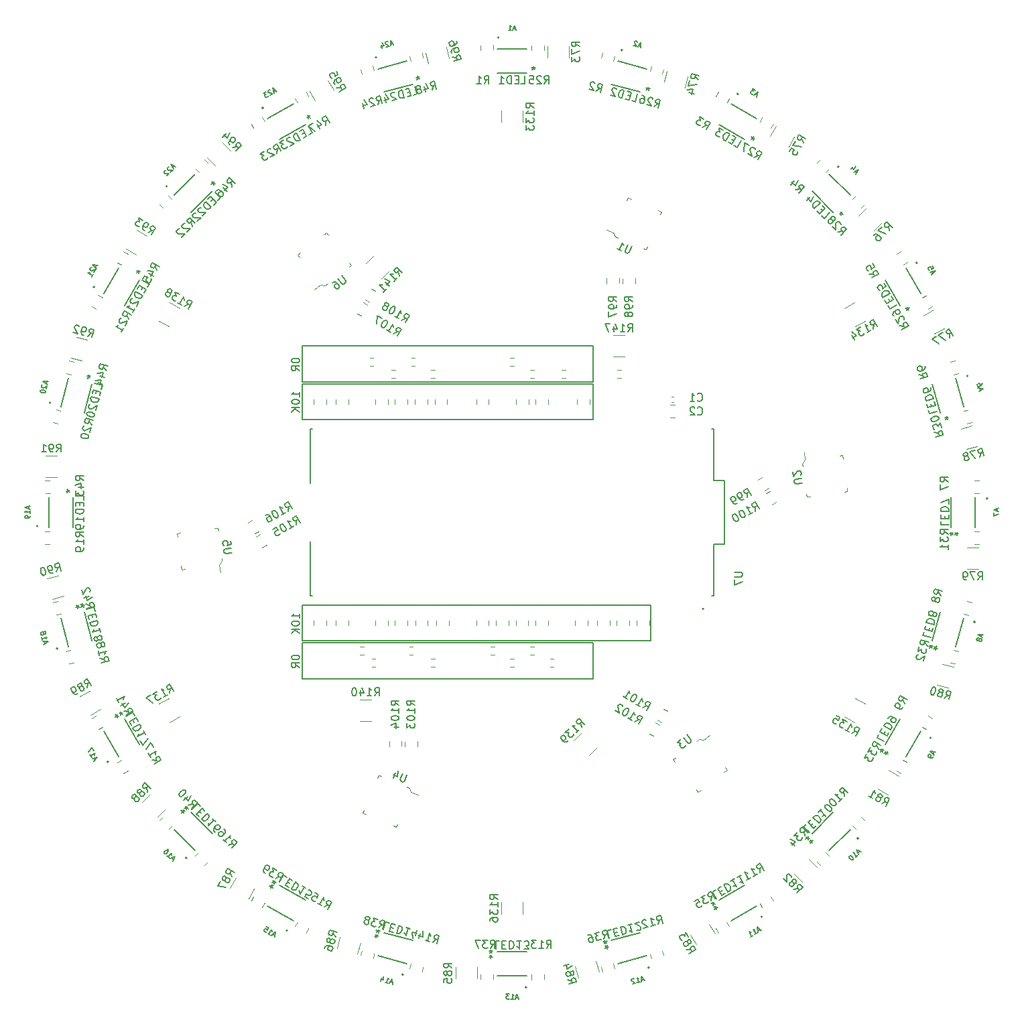
<source format=gbr>
%TF.GenerationSoftware,KiCad,Pcbnew,7.0.8*%
%TF.CreationDate,2023-11-06T14:11:06+11:00*%
%TF.ProjectId,Line 4.3,4c696e65-2034-42e3-932e-6b696361645f,rev?*%
%TF.SameCoordinates,Original*%
%TF.FileFunction,Legend,Bot*%
%TF.FilePolarity,Positive*%
%FSLAX46Y46*%
G04 Gerber Fmt 4.6, Leading zero omitted, Abs format (unit mm)*
G04 Created by KiCad (PCBNEW 7.0.8) date 2023-11-06 14:11:06*
%MOMM*%
%LPD*%
G01*
G04 APERTURE LIST*
%ADD10C,0.150000*%
%ADD11C,0.100000*%
%ADD12C,0.152400*%
%ADD13C,0.120000*%
%ADD14C,0.200000*%
%ADD15C,0.127000*%
G04 APERTURE END LIST*
D10*
X123500000Y-133750000D02*
X160250000Y-133750000D01*
X160250000Y-138250000D01*
X123500000Y-138250000D01*
X123500000Y-133750000D01*
X123500000Y-129000000D02*
X160250000Y-129000000D01*
X160250000Y-133500000D01*
X123500000Y-133500000D01*
X123500000Y-129000000D01*
X123500000Y-166500000D02*
X160250000Y-166500000D01*
X160250000Y-171000000D01*
X123500000Y-171000000D01*
X123500000Y-166500000D01*
X123500000Y-161750000D02*
X167500000Y-161750000D01*
X167500000Y-166250000D01*
X123500000Y-166250000D01*
X123500000Y-161750000D01*
X122119819Y-168277255D02*
X122119819Y-168372493D01*
X122119819Y-168372493D02*
X122167438Y-168467731D01*
X122167438Y-168467731D02*
X122215057Y-168515350D01*
X122215057Y-168515350D02*
X122310295Y-168562969D01*
X122310295Y-168562969D02*
X122500771Y-168610588D01*
X122500771Y-168610588D02*
X122738866Y-168610588D01*
X122738866Y-168610588D02*
X122929342Y-168562969D01*
X122929342Y-168562969D02*
X123024580Y-168515350D01*
X123024580Y-168515350D02*
X123072200Y-168467731D01*
X123072200Y-168467731D02*
X123119819Y-168372493D01*
X123119819Y-168372493D02*
X123119819Y-168277255D01*
X123119819Y-168277255D02*
X123072200Y-168182017D01*
X123072200Y-168182017D02*
X123024580Y-168134398D01*
X123024580Y-168134398D02*
X122929342Y-168086779D01*
X122929342Y-168086779D02*
X122738866Y-168039160D01*
X122738866Y-168039160D02*
X122500771Y-168039160D01*
X122500771Y-168039160D02*
X122310295Y-168086779D01*
X122310295Y-168086779D02*
X122215057Y-168134398D01*
X122215057Y-168134398D02*
X122167438Y-168182017D01*
X122167438Y-168182017D02*
X122119819Y-168277255D01*
X123119819Y-169610588D02*
X122643628Y-169277255D01*
X123119819Y-169039160D02*
X122119819Y-169039160D01*
X122119819Y-169039160D02*
X122119819Y-169420112D01*
X122119819Y-169420112D02*
X122167438Y-169515350D01*
X122167438Y-169515350D02*
X122215057Y-169562969D01*
X122215057Y-169562969D02*
X122310295Y-169610588D01*
X122310295Y-169610588D02*
X122453152Y-169610588D01*
X122453152Y-169610588D02*
X122548390Y-169562969D01*
X122548390Y-169562969D02*
X122596009Y-169515350D01*
X122596009Y-169515350D02*
X122643628Y-169420112D01*
X122643628Y-169420112D02*
X122643628Y-169039160D01*
X122119819Y-130777255D02*
X122119819Y-130872493D01*
X122119819Y-130872493D02*
X122167438Y-130967731D01*
X122167438Y-130967731D02*
X122215057Y-131015350D01*
X122215057Y-131015350D02*
X122310295Y-131062969D01*
X122310295Y-131062969D02*
X122500771Y-131110588D01*
X122500771Y-131110588D02*
X122738866Y-131110588D01*
X122738866Y-131110588D02*
X122929342Y-131062969D01*
X122929342Y-131062969D02*
X123024580Y-131015350D01*
X123024580Y-131015350D02*
X123072200Y-130967731D01*
X123072200Y-130967731D02*
X123119819Y-130872493D01*
X123119819Y-130872493D02*
X123119819Y-130777255D01*
X123119819Y-130777255D02*
X123072200Y-130682017D01*
X123072200Y-130682017D02*
X123024580Y-130634398D01*
X123024580Y-130634398D02*
X122929342Y-130586779D01*
X122929342Y-130586779D02*
X122738866Y-130539160D01*
X122738866Y-130539160D02*
X122500771Y-130539160D01*
X122500771Y-130539160D02*
X122310295Y-130586779D01*
X122310295Y-130586779D02*
X122215057Y-130634398D01*
X122215057Y-130634398D02*
X122167438Y-130682017D01*
X122167438Y-130682017D02*
X122119819Y-130777255D01*
X123119819Y-132110588D02*
X122643628Y-131777255D01*
X123119819Y-131539160D02*
X122119819Y-131539160D01*
X122119819Y-131539160D02*
X122119819Y-131920112D01*
X122119819Y-131920112D02*
X122167438Y-132015350D01*
X122167438Y-132015350D02*
X122215057Y-132062969D01*
X122215057Y-132062969D02*
X122310295Y-132110588D01*
X122310295Y-132110588D02*
X122453152Y-132110588D01*
X122453152Y-132110588D02*
X122548390Y-132062969D01*
X122548390Y-132062969D02*
X122596009Y-132015350D01*
X122596009Y-132015350D02*
X122643628Y-131920112D01*
X122643628Y-131920112D02*
X122643628Y-131539160D01*
X123119819Y-163360588D02*
X123119819Y-162789160D01*
X123119819Y-163074874D02*
X122119819Y-163074874D01*
X122119819Y-163074874D02*
X122262676Y-162979636D01*
X122262676Y-162979636D02*
X122357914Y-162884398D01*
X122357914Y-162884398D02*
X122405533Y-162789160D01*
X122119819Y-163979636D02*
X122119819Y-164074874D01*
X122119819Y-164074874D02*
X122167438Y-164170112D01*
X122167438Y-164170112D02*
X122215057Y-164217731D01*
X122215057Y-164217731D02*
X122310295Y-164265350D01*
X122310295Y-164265350D02*
X122500771Y-164312969D01*
X122500771Y-164312969D02*
X122738866Y-164312969D01*
X122738866Y-164312969D02*
X122929342Y-164265350D01*
X122929342Y-164265350D02*
X123024580Y-164217731D01*
X123024580Y-164217731D02*
X123072200Y-164170112D01*
X123072200Y-164170112D02*
X123119819Y-164074874D01*
X123119819Y-164074874D02*
X123119819Y-163979636D01*
X123119819Y-163979636D02*
X123072200Y-163884398D01*
X123072200Y-163884398D02*
X123024580Y-163836779D01*
X123024580Y-163836779D02*
X122929342Y-163789160D01*
X122929342Y-163789160D02*
X122738866Y-163741541D01*
X122738866Y-163741541D02*
X122500771Y-163741541D01*
X122500771Y-163741541D02*
X122310295Y-163789160D01*
X122310295Y-163789160D02*
X122215057Y-163836779D01*
X122215057Y-163836779D02*
X122167438Y-163884398D01*
X122167438Y-163884398D02*
X122119819Y-163979636D01*
X123119819Y-164741541D02*
X122119819Y-164741541D01*
X123119819Y-165312969D02*
X122548390Y-164884398D01*
X122119819Y-165312969D02*
X122691247Y-164741541D01*
X123119819Y-135360588D02*
X123119819Y-134789160D01*
X123119819Y-135074874D02*
X122119819Y-135074874D01*
X122119819Y-135074874D02*
X122262676Y-134979636D01*
X122262676Y-134979636D02*
X122357914Y-134884398D01*
X122357914Y-134884398D02*
X122405533Y-134789160D01*
X122119819Y-135979636D02*
X122119819Y-136074874D01*
X122119819Y-136074874D02*
X122167438Y-136170112D01*
X122167438Y-136170112D02*
X122215057Y-136217731D01*
X122215057Y-136217731D02*
X122310295Y-136265350D01*
X122310295Y-136265350D02*
X122500771Y-136312969D01*
X122500771Y-136312969D02*
X122738866Y-136312969D01*
X122738866Y-136312969D02*
X122929342Y-136265350D01*
X122929342Y-136265350D02*
X123024580Y-136217731D01*
X123024580Y-136217731D02*
X123072200Y-136170112D01*
X123072200Y-136170112D02*
X123119819Y-136074874D01*
X123119819Y-136074874D02*
X123119819Y-135979636D01*
X123119819Y-135979636D02*
X123072200Y-135884398D01*
X123072200Y-135884398D02*
X123024580Y-135836779D01*
X123024580Y-135836779D02*
X122929342Y-135789160D01*
X122929342Y-135789160D02*
X122738866Y-135741541D01*
X122738866Y-135741541D02*
X122500771Y-135741541D01*
X122500771Y-135741541D02*
X122310295Y-135789160D01*
X122310295Y-135789160D02*
X122215057Y-135836779D01*
X122215057Y-135836779D02*
X122167438Y-135884398D01*
X122167438Y-135884398D02*
X122119819Y-135979636D01*
X123119819Y-136741541D02*
X122119819Y-136741541D01*
X123119819Y-137312969D02*
X122548390Y-136884398D01*
X122119819Y-137312969D02*
X122691247Y-136741541D01*
X186665214Y-146281787D02*
X185862616Y-146387451D01*
X185862616Y-146387451D02*
X185761977Y-146352670D01*
X185761977Y-146352670D02*
X185708550Y-146311674D01*
X185708550Y-146311674D02*
X185648907Y-146223466D01*
X185648907Y-146223466D02*
X185624045Y-146034620D01*
X185624045Y-146034620D02*
X185658825Y-145933981D01*
X185658825Y-145933981D02*
X185699821Y-145880554D01*
X185699821Y-145880554D02*
X185788029Y-145820911D01*
X185788029Y-145820911D02*
X186590627Y-145715247D01*
X186440264Y-145302773D02*
X186481261Y-145249346D01*
X186481261Y-145249346D02*
X186516041Y-145148707D01*
X186516041Y-145148707D02*
X186484963Y-144912649D01*
X186484963Y-144912649D02*
X186425321Y-144824441D01*
X186425321Y-144824441D02*
X186371894Y-144783445D01*
X186371894Y-144783445D02*
X186271255Y-144748664D01*
X186271255Y-144748664D02*
X186176831Y-144761095D01*
X186176831Y-144761095D02*
X186041412Y-144826953D01*
X186041412Y-144826953D02*
X185549458Y-145468080D01*
X185549458Y-145468080D02*
X185468656Y-144854328D01*
X97286893Y-162472922D02*
X97163646Y-162012957D01*
X97163646Y-162012957D02*
X96197720Y-162271776D01*
X96867205Y-162930469D02*
X96953478Y-163252444D01*
X97496413Y-163254862D02*
X97373166Y-162794897D01*
X97373166Y-162794897D02*
X96407240Y-163053716D01*
X96407240Y-163053716D02*
X96530487Y-163513681D01*
X97607336Y-163668830D02*
X96641410Y-163927649D01*
X96641410Y-163927649D02*
X96703033Y-164157632D01*
X96703033Y-164157632D02*
X96786004Y-164283296D01*
X96786004Y-164283296D02*
X96902646Y-164350640D01*
X96902646Y-164350640D02*
X97006964Y-164371987D01*
X97006964Y-164371987D02*
X97203275Y-164368684D01*
X97203275Y-164368684D02*
X97341264Y-164331710D01*
X97341264Y-164331710D02*
X97512925Y-164236415D01*
X97512925Y-164236415D02*
X97592593Y-164165769D01*
X97592593Y-164165769D02*
X97659937Y-164049127D01*
X97659937Y-164049127D02*
X97668959Y-163898813D01*
X97668959Y-163898813D02*
X97607336Y-163668830D01*
X98001727Y-165140717D02*
X97853830Y-164588760D01*
X97927778Y-164864738D02*
X96961852Y-165123557D01*
X96961852Y-165123557D02*
X97075192Y-164994590D01*
X97075192Y-164994590D02*
X97142536Y-164877948D01*
X97142536Y-164877948D02*
X97163883Y-164773630D01*
X97597666Y-165840571D02*
X97527020Y-165760903D01*
X97527020Y-165760903D02*
X97468698Y-165727232D01*
X97468698Y-165727232D02*
X97364381Y-165705884D01*
X97364381Y-165705884D02*
X97318384Y-165718209D01*
X97318384Y-165718209D02*
X97238716Y-165788855D01*
X97238716Y-165788855D02*
X97205044Y-165847176D01*
X97205044Y-165847176D02*
X97183697Y-165951494D01*
X97183697Y-165951494D02*
X97232996Y-166135480D01*
X97232996Y-166135480D02*
X97303642Y-166215148D01*
X97303642Y-166215148D02*
X97361963Y-166248820D01*
X97361963Y-166248820D02*
X97466281Y-166270167D01*
X97466281Y-166270167D02*
X97512277Y-166257842D01*
X97512277Y-166257842D02*
X97591946Y-166187196D01*
X97591946Y-166187196D02*
X97625617Y-166128875D01*
X97625617Y-166128875D02*
X97646964Y-166024557D01*
X97646964Y-166024557D02*
X97597666Y-165840571D01*
X97597666Y-165840571D02*
X97619013Y-165736254D01*
X97619013Y-165736254D02*
X97652684Y-165677933D01*
X97652684Y-165677933D02*
X97732353Y-165607287D01*
X97732353Y-165607287D02*
X97916338Y-165557988D01*
X97916338Y-165557988D02*
X98020656Y-165579335D01*
X98020656Y-165579335D02*
X98078977Y-165613007D01*
X98078977Y-165613007D02*
X98149623Y-165692675D01*
X98149623Y-165692675D02*
X98198922Y-165876661D01*
X98198922Y-165876661D02*
X98177575Y-165980978D01*
X98177575Y-165980978D02*
X98143903Y-166039300D01*
X98143903Y-166039300D02*
X98064235Y-166109945D01*
X98064235Y-166109945D02*
X97880249Y-166159244D01*
X97880249Y-166159244D02*
X97775931Y-166137897D01*
X97775931Y-166137897D02*
X97717610Y-166104226D01*
X97717610Y-166104226D02*
X97646964Y-166024557D01*
X94875923Y-161975206D02*
X95105906Y-161913582D01*
X94952289Y-161708250D02*
X95105906Y-161913582D01*
X95105906Y-161913582D02*
X95075536Y-162168214D01*
X95252917Y-161726294D02*
X95105906Y-161913582D01*
X95105906Y-161913582D02*
X95326866Y-162002273D01*
X95929132Y-161692999D02*
X95699149Y-161754623D01*
X95852766Y-161959955D02*
X95699149Y-161754623D01*
X95699149Y-161754623D02*
X95729519Y-161499991D01*
X95552138Y-161941911D02*
X95699149Y-161754623D01*
X95699149Y-161754623D02*
X95478189Y-161665932D01*
X172097822Y-178101221D02*
X172590629Y-178743460D01*
X172590629Y-178743460D02*
X172610827Y-178848006D01*
X172610827Y-178848006D02*
X172602037Y-178914773D01*
X172602037Y-178914773D02*
X172555469Y-179010529D01*
X172555469Y-179010529D02*
X172404354Y-179126484D01*
X172404354Y-179126484D02*
X172299808Y-179146682D01*
X172299808Y-179146682D02*
X172233040Y-179137892D01*
X172233040Y-179137892D02*
X172137284Y-179091323D01*
X172137284Y-179091323D02*
X171644477Y-178449085D01*
X171342247Y-178680994D02*
X170851124Y-179057846D01*
X170851124Y-179057846D02*
X171347484Y-179157156D01*
X171347484Y-179157156D02*
X171234148Y-179244121D01*
X171234148Y-179244121D02*
X171187579Y-179339878D01*
X171187579Y-179339878D02*
X171178789Y-179406645D01*
X171178789Y-179406645D02*
X171198988Y-179511191D01*
X171198988Y-179511191D02*
X171343931Y-179700085D01*
X171343931Y-179700085D02*
X171439687Y-179746653D01*
X171439687Y-179746653D02*
X171506454Y-179755444D01*
X171506454Y-179755444D02*
X171611000Y-179735245D01*
X171611000Y-179735245D02*
X171837673Y-179561313D01*
X171837673Y-179561313D02*
X171884242Y-179465557D01*
X171884242Y-179465557D02*
X171893032Y-179398790D01*
X181288434Y-195507443D02*
X181339014Y-194928383D01*
X181783305Y-195221728D02*
X181283305Y-194355703D01*
X181283305Y-194355703D02*
X180953391Y-194546179D01*
X180953391Y-194546179D02*
X180894722Y-194635038D01*
X180894722Y-194635038D02*
X180877292Y-194700086D01*
X180877292Y-194700086D02*
X180883672Y-194806375D01*
X180883672Y-194806375D02*
X180955100Y-194930092D01*
X180955100Y-194930092D02*
X181043959Y-194988762D01*
X181043959Y-194988762D02*
X181109008Y-195006191D01*
X181109008Y-195006191D02*
X181215296Y-194999812D01*
X181215296Y-194999812D02*
X181545210Y-194809335D01*
X180463648Y-195983633D02*
X180958519Y-195697919D01*
X180711083Y-195840776D02*
X180211083Y-194974751D01*
X180211083Y-194974751D02*
X180364991Y-195050850D01*
X180364991Y-195050850D02*
X180495088Y-195085709D01*
X180495088Y-195085709D02*
X180601376Y-195079329D01*
X179638861Y-196459824D02*
X180133733Y-196174109D01*
X179886297Y-196316967D02*
X179386297Y-195450941D01*
X179386297Y-195450941D02*
X179540204Y-195527040D01*
X179540204Y-195527040D02*
X179670302Y-195561900D01*
X179670302Y-195561900D02*
X179776590Y-195555520D01*
X166254007Y-91105483D02*
X165959629Y-91026604D01*
X166265555Y-91297885D02*
X166225135Y-90624477D01*
X166225135Y-90624477D02*
X165853427Y-91187455D01*
X165826669Y-90580811D02*
X165805119Y-90543486D01*
X165805119Y-90543486D02*
X165754132Y-90498272D01*
X165754132Y-90498272D02*
X165606943Y-90458833D01*
X165606943Y-90458833D02*
X165540180Y-90472495D01*
X165540180Y-90472495D02*
X165502854Y-90494045D01*
X165502854Y-90494045D02*
X165457641Y-90545033D01*
X165457641Y-90545033D02*
X165441865Y-90603908D01*
X165441865Y-90603908D02*
X165447639Y-90700110D01*
X165447639Y-90700110D02*
X165706238Y-91148016D01*
X165706238Y-91148016D02*
X165323548Y-91045475D01*
X148404761Y-204145180D02*
X147928571Y-204145180D01*
X147928571Y-204145180D02*
X147928571Y-205145180D01*
X148738095Y-204668990D02*
X149071428Y-204668990D01*
X149214285Y-204145180D02*
X148738095Y-204145180D01*
X148738095Y-204145180D02*
X148738095Y-205145180D01*
X148738095Y-205145180D02*
X149214285Y-205145180D01*
X149642857Y-204145180D02*
X149642857Y-205145180D01*
X149642857Y-205145180D02*
X149880952Y-205145180D01*
X149880952Y-205145180D02*
X150023809Y-205097561D01*
X150023809Y-205097561D02*
X150119047Y-205002323D01*
X150119047Y-205002323D02*
X150166666Y-204907085D01*
X150166666Y-204907085D02*
X150214285Y-204716609D01*
X150214285Y-204716609D02*
X150214285Y-204573752D01*
X150214285Y-204573752D02*
X150166666Y-204383276D01*
X150166666Y-204383276D02*
X150119047Y-204288038D01*
X150119047Y-204288038D02*
X150023809Y-204192800D01*
X150023809Y-204192800D02*
X149880952Y-204145180D01*
X149880952Y-204145180D02*
X149642857Y-204145180D01*
X151166666Y-204145180D02*
X150595238Y-204145180D01*
X150880952Y-204145180D02*
X150880952Y-205145180D01*
X150880952Y-205145180D02*
X150785714Y-205002323D01*
X150785714Y-205002323D02*
X150690476Y-204907085D01*
X150690476Y-204907085D02*
X150595238Y-204859466D01*
X151500000Y-205145180D02*
X152119047Y-205145180D01*
X152119047Y-205145180D02*
X151785714Y-204764228D01*
X151785714Y-204764228D02*
X151928571Y-204764228D01*
X151928571Y-204764228D02*
X152023809Y-204716609D01*
X152023809Y-204716609D02*
X152071428Y-204668990D01*
X152071428Y-204668990D02*
X152119047Y-204573752D01*
X152119047Y-204573752D02*
X152119047Y-204335657D01*
X152119047Y-204335657D02*
X152071428Y-204240419D01*
X152071428Y-204240419D02*
X152023809Y-204192800D01*
X152023809Y-204192800D02*
X151928571Y-204145180D01*
X151928571Y-204145180D02*
X151642857Y-204145180D01*
X151642857Y-204145180D02*
X151547619Y-204192800D01*
X151547619Y-204192800D02*
X151500000Y-204240419D01*
X147300000Y-206345180D02*
X147300000Y-206107085D01*
X147061905Y-206202323D02*
X147300000Y-206107085D01*
X147300000Y-206107085D02*
X147538095Y-206202323D01*
X147157143Y-205916609D02*
X147300000Y-206107085D01*
X147300000Y-206107085D02*
X147442857Y-205916609D01*
X147299999Y-205254819D02*
X147299999Y-205492914D01*
X147538094Y-205397676D02*
X147299999Y-205492914D01*
X147299999Y-205492914D02*
X147061904Y-205397676D01*
X147442856Y-205683390D02*
X147299999Y-205492914D01*
X147299999Y-205492914D02*
X147157142Y-205683390D01*
X122696532Y-151584361D02*
X122747112Y-151005301D01*
X123191404Y-151298646D02*
X122691404Y-150432621D01*
X122691404Y-150432621D02*
X122361490Y-150623097D01*
X122361490Y-150623097D02*
X122302820Y-150711956D01*
X122302820Y-150711956D02*
X122285391Y-150777004D01*
X122285391Y-150777004D02*
X122291770Y-150883293D01*
X122291770Y-150883293D02*
X122363199Y-151007010D01*
X122363199Y-151007010D02*
X122452057Y-151065680D01*
X122452057Y-151065680D02*
X122517106Y-151083109D01*
X122517106Y-151083109D02*
X122623394Y-151076730D01*
X122623394Y-151076730D02*
X122953309Y-150886253D01*
X121871746Y-152060551D02*
X122366618Y-151774837D01*
X122119182Y-151917694D02*
X121619182Y-151051669D01*
X121619182Y-151051669D02*
X121773089Y-151127768D01*
X121773089Y-151127768D02*
X121903187Y-151162627D01*
X121903187Y-151162627D02*
X122009475Y-151156247D01*
X120835635Y-151504050D02*
X120753157Y-151551669D01*
X120753157Y-151551669D02*
X120694488Y-151640527D01*
X120694488Y-151640527D02*
X120677058Y-151705576D01*
X120677058Y-151705576D02*
X120683437Y-151811864D01*
X120683437Y-151811864D02*
X120737436Y-152000631D01*
X120737436Y-152000631D02*
X120856484Y-152206827D01*
X120856484Y-152206827D02*
X120992961Y-152347975D01*
X120992961Y-152347975D02*
X121081820Y-152406644D01*
X121081820Y-152406644D02*
X121146868Y-152424074D01*
X121146868Y-152424074D02*
X121253157Y-152417694D01*
X121253157Y-152417694D02*
X121335635Y-152370075D01*
X121335635Y-152370075D02*
X121394304Y-152281217D01*
X121394304Y-152281217D02*
X121411734Y-152216168D01*
X121411734Y-152216168D02*
X121405354Y-152109880D01*
X121405354Y-152109880D02*
X121351356Y-151921113D01*
X121351356Y-151921113D02*
X121232308Y-151714916D01*
X121232308Y-151714916D02*
X121095831Y-151573769D01*
X121095831Y-151573769D02*
X121006972Y-151515100D01*
X121006972Y-151515100D02*
X120941923Y-151497670D01*
X120941923Y-151497670D02*
X120835635Y-151504050D01*
X119763413Y-152123097D02*
X120175806Y-151885002D01*
X120175806Y-151885002D02*
X120455141Y-152273586D01*
X120455141Y-152273586D02*
X120390092Y-152256156D01*
X120390092Y-152256156D02*
X120283804Y-152262536D01*
X120283804Y-152262536D02*
X120077607Y-152381583D01*
X120077607Y-152381583D02*
X120018938Y-152470442D01*
X120018938Y-152470442D02*
X120001508Y-152535490D01*
X120001508Y-152535490D02*
X120007888Y-152641778D01*
X120007888Y-152641778D02*
X120126936Y-152847975D01*
X120126936Y-152847975D02*
X120215794Y-152906644D01*
X120215794Y-152906644D02*
X120280843Y-152924074D01*
X120280843Y-152924074D02*
X120387131Y-152917694D01*
X120387131Y-152917694D02*
X120593328Y-152798647D01*
X120593328Y-152798647D02*
X120651997Y-152709788D01*
X120651997Y-152709788D02*
X120669427Y-152644739D01*
X156985650Y-209046809D02*
X157531887Y-209245537D01*
X157133546Y-209598766D02*
X158099472Y-209339947D01*
X158099472Y-209339947D02*
X158000874Y-208971976D01*
X158000874Y-208971976D02*
X157930229Y-208892307D01*
X157930229Y-208892307D02*
X157871907Y-208858636D01*
X157871907Y-208858636D02*
X157767590Y-208837289D01*
X157767590Y-208837289D02*
X157629600Y-208874263D01*
X157629600Y-208874263D02*
X157549932Y-208944909D01*
X157549932Y-208944909D02*
X157516260Y-209003230D01*
X157516260Y-209003230D02*
X157494913Y-209107547D01*
X157494913Y-209107547D02*
X157593511Y-209475519D01*
X157389711Y-208346954D02*
X157460357Y-208426623D01*
X157460357Y-208426623D02*
X157518678Y-208460294D01*
X157518678Y-208460294D02*
X157622995Y-208481641D01*
X157622995Y-208481641D02*
X157668992Y-208469317D01*
X157668992Y-208469317D02*
X157748660Y-208398671D01*
X157748660Y-208398671D02*
X157782332Y-208340350D01*
X157782332Y-208340350D02*
X157803679Y-208236032D01*
X157803679Y-208236032D02*
X157754380Y-208052046D01*
X157754380Y-208052046D02*
X157683734Y-207972378D01*
X157683734Y-207972378D02*
X157625413Y-207938706D01*
X157625413Y-207938706D02*
X157521095Y-207917359D01*
X157521095Y-207917359D02*
X157475099Y-207929684D01*
X157475099Y-207929684D02*
X157395431Y-208000330D01*
X157395431Y-208000330D02*
X157361759Y-208058651D01*
X157361759Y-208058651D02*
X157340412Y-208162969D01*
X157340412Y-208162969D02*
X157389711Y-208346954D01*
X157389711Y-208346954D02*
X157368364Y-208451272D01*
X157368364Y-208451272D02*
X157334692Y-208509593D01*
X157334692Y-208509593D02*
X157255024Y-208580239D01*
X157255024Y-208580239D02*
X157071038Y-208629538D01*
X157071038Y-208629538D02*
X156966720Y-208608191D01*
X156966720Y-208608191D02*
X156908399Y-208574519D01*
X156908399Y-208574519D02*
X156837753Y-208494851D01*
X156837753Y-208494851D02*
X156788454Y-208310865D01*
X156788454Y-208310865D02*
X156809801Y-208206548D01*
X156809801Y-208206548D02*
X156843473Y-208148226D01*
X156843473Y-208148226D02*
X156923141Y-208077580D01*
X156923141Y-208077580D02*
X157107127Y-208028282D01*
X157107127Y-208028282D02*
X157211445Y-208049629D01*
X157211445Y-208049629D02*
X157269766Y-208083300D01*
X157269766Y-208083300D02*
X157340412Y-208162969D01*
X157161261Y-207126397D02*
X156517310Y-207298943D01*
X157590856Y-207257781D02*
X156962533Y-207672635D01*
X156962533Y-207672635D02*
X156802312Y-207074680D01*
X204179638Y-160514322D02*
X203805947Y-160069100D01*
X204327535Y-159962365D02*
X203361609Y-159703545D01*
X203361609Y-159703545D02*
X203263011Y-160071517D01*
X203263011Y-160071517D02*
X203284358Y-160175835D01*
X203284358Y-160175835D02*
X203318030Y-160234156D01*
X203318030Y-160234156D02*
X203397698Y-160304802D01*
X203397698Y-160304802D02*
X203535688Y-160341776D01*
X203535688Y-160341776D02*
X203640005Y-160320429D01*
X203640005Y-160320429D02*
X203698327Y-160286757D01*
X203698327Y-160286757D02*
X203768973Y-160207089D01*
X203768973Y-160207089D02*
X203867570Y-159839117D01*
X203479784Y-160918383D02*
X203458437Y-160814066D01*
X203458437Y-160814066D02*
X203424765Y-160755744D01*
X203424765Y-160755744D02*
X203345097Y-160685098D01*
X203345097Y-160685098D02*
X203299101Y-160672774D01*
X203299101Y-160672774D02*
X203194783Y-160694121D01*
X203194783Y-160694121D02*
X203136462Y-160727793D01*
X203136462Y-160727793D02*
X203065816Y-160807461D01*
X203065816Y-160807461D02*
X203016517Y-160991447D01*
X203016517Y-160991447D02*
X203037864Y-161095764D01*
X203037864Y-161095764D02*
X203071536Y-161154085D01*
X203071536Y-161154085D02*
X203151204Y-161224731D01*
X203151204Y-161224731D02*
X203197201Y-161237056D01*
X203197201Y-161237056D02*
X203301518Y-161215709D01*
X203301518Y-161215709D02*
X203359839Y-161182037D01*
X203359839Y-161182037D02*
X203430485Y-161102369D01*
X203430485Y-161102369D02*
X203479784Y-160918383D01*
X203479784Y-160918383D02*
X203550430Y-160838715D01*
X203550430Y-160838715D02*
X203608751Y-160805043D01*
X203608751Y-160805043D02*
X203713069Y-160783696D01*
X203713069Y-160783696D02*
X203897055Y-160832995D01*
X203897055Y-160832995D02*
X203976723Y-160903641D01*
X203976723Y-160903641D02*
X204010395Y-160961962D01*
X204010395Y-160961962D02*
X204031742Y-161066280D01*
X204031742Y-161066280D02*
X203982443Y-161250266D01*
X203982443Y-161250266D02*
X203911797Y-161329934D01*
X203911797Y-161329934D02*
X203853476Y-161363606D01*
X203853476Y-161363606D02*
X203749158Y-161384953D01*
X203749158Y-161384953D02*
X203565172Y-161335654D01*
X203565172Y-161335654D02*
X203485504Y-161265008D01*
X203485504Y-161265008D02*
X203451832Y-161206687D01*
X203451832Y-161206687D02*
X203430485Y-161102369D01*
X196331578Y-178041713D02*
X196093483Y-178454106D01*
X196093483Y-178454106D02*
X196959508Y-178954106D01*
X196951877Y-178014943D02*
X197118544Y-177726268D01*
X196736340Y-177340645D02*
X196498245Y-177753038D01*
X196498245Y-177753038D02*
X197364270Y-178253038D01*
X197364270Y-178253038D02*
X197602365Y-177840645D01*
X196950626Y-176969491D02*
X197816651Y-177469491D01*
X197816651Y-177469491D02*
X197935699Y-177263295D01*
X197935699Y-177263295D02*
X197965888Y-177115767D01*
X197965888Y-177115767D02*
X197931028Y-176985670D01*
X197931028Y-176985670D02*
X197872359Y-176896811D01*
X197872359Y-176896811D02*
X197731212Y-176760334D01*
X197731212Y-176760334D02*
X197607494Y-176688905D01*
X197607494Y-176688905D02*
X197418727Y-176634906D01*
X197418727Y-176634906D02*
X197312439Y-176628527D01*
X197312439Y-176628527D02*
X197182341Y-176663386D01*
X197182341Y-176663386D02*
X197069673Y-176763295D01*
X197069673Y-176763295D02*
X196950626Y-176969491D01*
X197474435Y-176062226D02*
X197569673Y-175897269D01*
X197569673Y-175897269D02*
X197658532Y-175838600D01*
X197658532Y-175838600D02*
X197723581Y-175821170D01*
X197723581Y-175821170D02*
X197894918Y-175810120D01*
X197894918Y-175810120D02*
X198083684Y-175864119D01*
X198083684Y-175864119D02*
X198413599Y-176054595D01*
X198413599Y-176054595D02*
X198472268Y-176143454D01*
X198472268Y-176143454D02*
X198489698Y-176208503D01*
X198489698Y-176208503D02*
X198483318Y-176314791D01*
X198483318Y-176314791D02*
X198388080Y-176479748D01*
X198388080Y-176479748D02*
X198299221Y-176538417D01*
X198299221Y-176538417D02*
X198234173Y-176555847D01*
X198234173Y-176555847D02*
X198127884Y-176549467D01*
X198127884Y-176549467D02*
X197921688Y-176430419D01*
X197921688Y-176430419D02*
X197863019Y-176341561D01*
X197863019Y-176341561D02*
X197845589Y-176276512D01*
X197845589Y-176276512D02*
X197851969Y-176170224D01*
X197851969Y-176170224D02*
X197947207Y-176005267D01*
X197947207Y-176005267D02*
X198036065Y-175946598D01*
X198036065Y-175946598D02*
X198101114Y-175929168D01*
X198101114Y-175929168D02*
X198207402Y-175935548D01*
X196502077Y-179965678D02*
X196708273Y-180084726D01*
X196744842Y-179830910D02*
X196708273Y-180084726D01*
X196708273Y-180084726D02*
X196506747Y-180243303D01*
X196944659Y-180056246D02*
X196708273Y-180084726D01*
X196708273Y-180084726D02*
X196801802Y-180303682D01*
X197446358Y-180510859D02*
X197240162Y-180391811D01*
X197203593Y-180645627D02*
X197240162Y-180391811D01*
X197240162Y-180391811D02*
X197441688Y-180233234D01*
X197003776Y-180420291D02*
X197240162Y-180391811D01*
X197240162Y-180391811D02*
X197146633Y-180172855D01*
X135725094Y-120142522D02*
X135624079Y-119570103D01*
X136129155Y-119738461D02*
X135422048Y-119031354D01*
X135422048Y-119031354D02*
X135152674Y-119300728D01*
X135152674Y-119300728D02*
X135119002Y-119401744D01*
X135119002Y-119401744D02*
X135119002Y-119469087D01*
X135119002Y-119469087D02*
X135152674Y-119570103D01*
X135152674Y-119570103D02*
X135253689Y-119671118D01*
X135253689Y-119671118D02*
X135354705Y-119704790D01*
X135354705Y-119704790D02*
X135422048Y-119704790D01*
X135422048Y-119704790D02*
X135523063Y-119671118D01*
X135523063Y-119671118D02*
X135792437Y-119401744D01*
X135051659Y-120815957D02*
X135455720Y-120411896D01*
X135253689Y-120613927D02*
X134546583Y-119906820D01*
X134546583Y-119906820D02*
X134714941Y-119940492D01*
X134714941Y-119940492D02*
X134849628Y-119940492D01*
X134849628Y-119940492D02*
X134950644Y-119906820D01*
X133974163Y-120950644D02*
X134445567Y-121422049D01*
X133873148Y-120512912D02*
X134546583Y-120849629D01*
X134546583Y-120849629D02*
X134108850Y-121287362D01*
X133704789Y-122162827D02*
X134108850Y-121758766D01*
X133906819Y-121960797D02*
X133199713Y-121253690D01*
X133199713Y-121253690D02*
X133368071Y-121287362D01*
X133368071Y-121287362D02*
X133502758Y-121287362D01*
X133502758Y-121287362D02*
X133603774Y-121253690D01*
X121545892Y-196093483D02*
X121133499Y-195855387D01*
X121133499Y-195855387D02*
X120633499Y-196721413D01*
X121572663Y-196713782D02*
X121861338Y-196880448D01*
X122246960Y-196498245D02*
X121834567Y-196260149D01*
X121834567Y-196260149D02*
X121334567Y-197126175D01*
X121334567Y-197126175D02*
X121746960Y-197364270D01*
X122618114Y-196712530D02*
X122118114Y-197578556D01*
X122118114Y-197578556D02*
X122324311Y-197697603D01*
X122324311Y-197697603D02*
X122471838Y-197727793D01*
X122471838Y-197727793D02*
X122601936Y-197692933D01*
X122601936Y-197692933D02*
X122690794Y-197634264D01*
X122690794Y-197634264D02*
X122827272Y-197493116D01*
X122827272Y-197493116D02*
X122898700Y-197369398D01*
X122898700Y-197369398D02*
X122952699Y-197180632D01*
X122952699Y-197180632D02*
X122959079Y-197074343D01*
X122959079Y-197074343D02*
X122924219Y-196944246D01*
X122924219Y-196944246D02*
X122824311Y-196831578D01*
X122824311Y-196831578D02*
X122618114Y-196712530D01*
X123937772Y-197474435D02*
X123442900Y-197188721D01*
X123690336Y-197331578D02*
X123190336Y-198197603D01*
X123190336Y-198197603D02*
X123179286Y-198026266D01*
X123179286Y-198026266D02*
X123144427Y-197896169D01*
X123144427Y-197896169D02*
X123085758Y-197807310D01*
X124221319Y-198792841D02*
X123808926Y-198554746D01*
X123808926Y-198554746D02*
X124005782Y-198118544D01*
X124005782Y-198118544D02*
X124023212Y-198183592D01*
X124023212Y-198183592D02*
X124081881Y-198272451D01*
X124081881Y-198272451D02*
X124288077Y-198391498D01*
X124288077Y-198391498D02*
X124394365Y-198397878D01*
X124394365Y-198397878D02*
X124459414Y-198380448D01*
X124459414Y-198380448D02*
X124548273Y-198321779D01*
X124548273Y-198321779D02*
X124667320Y-198115583D01*
X124667320Y-198115583D02*
X124673700Y-198009295D01*
X124673700Y-198009295D02*
X124656270Y-197944246D01*
X124656270Y-197944246D02*
X124597601Y-197855387D01*
X124597601Y-197855387D02*
X124391404Y-197736340D01*
X124391404Y-197736340D02*
X124285116Y-197729960D01*
X124285116Y-197729960D02*
X124220068Y-197747390D01*
X119489140Y-197446358D02*
X119608188Y-197240162D01*
X119354372Y-197203593D02*
X119608188Y-197240162D01*
X119608188Y-197240162D02*
X119766765Y-197441688D01*
X119579708Y-197003776D02*
X119608188Y-197240162D01*
X119608188Y-197240162D02*
X119827144Y-197146633D01*
X120034321Y-196502077D02*
X119915273Y-196708273D01*
X120169089Y-196744842D02*
X119915273Y-196708273D01*
X119915273Y-196708273D02*
X119756696Y-196506747D01*
X119943753Y-196944659D02*
X119915273Y-196708273D01*
X119915273Y-196708273D02*
X119696317Y-196801802D01*
X133033222Y-98491017D02*
X133231950Y-97944780D01*
X133585179Y-98343121D02*
X133326360Y-97377195D01*
X133326360Y-97377195D02*
X132958389Y-97475793D01*
X132958389Y-97475793D02*
X132878720Y-97546438D01*
X132878720Y-97546438D02*
X132845049Y-97604760D01*
X132845049Y-97604760D02*
X132823702Y-97709077D01*
X132823702Y-97709077D02*
X132860676Y-97847067D01*
X132860676Y-97847067D02*
X132931322Y-97926735D01*
X132931322Y-97926735D02*
X132989643Y-97960407D01*
X132989643Y-97960407D02*
X133093960Y-97981754D01*
X133093960Y-97981754D02*
X133461932Y-97883156D01*
X132431080Y-97715682D02*
X132372759Y-97682010D01*
X132372759Y-97682010D02*
X132268442Y-97660663D01*
X132268442Y-97660663D02*
X132038459Y-97722287D01*
X132038459Y-97722287D02*
X131958791Y-97792933D01*
X131958791Y-97792933D02*
X131925119Y-97851254D01*
X131925119Y-97851254D02*
X131903772Y-97955572D01*
X131903772Y-97955572D02*
X131928422Y-98047565D01*
X131928422Y-98047565D02*
X132011392Y-98173229D01*
X132011392Y-98173229D02*
X132711246Y-98577290D01*
X132711246Y-98577290D02*
X132113292Y-98737512D01*
X131112810Y-98315406D02*
X131285356Y-98959357D01*
X131244194Y-97885811D02*
X131659048Y-98514134D01*
X131659048Y-98514134D02*
X131061093Y-98674355D01*
X186812798Y-103307999D02*
X186567072Y-102781229D01*
X187098512Y-102813128D02*
X186232487Y-102313128D01*
X186232487Y-102313128D02*
X186042011Y-102643042D01*
X186042011Y-102643042D02*
X186035631Y-102749330D01*
X186035631Y-102749330D02*
X186053061Y-102814379D01*
X186053061Y-102814379D02*
X186111730Y-102903237D01*
X186111730Y-102903237D02*
X186235448Y-102974666D01*
X186235448Y-102974666D02*
X186341736Y-102981046D01*
X186341736Y-102981046D02*
X186406785Y-102963616D01*
X186406785Y-102963616D02*
X186495643Y-102904947D01*
X186495643Y-102904947D02*
X186686119Y-102575032D01*
X185780106Y-103096675D02*
X185446773Y-103674025D01*
X185446773Y-103674025D02*
X186527084Y-103802871D01*
X185018201Y-104416332D02*
X185256296Y-104003939D01*
X185256296Y-104003939D02*
X185692499Y-104200795D01*
X185692499Y-104200795D02*
X185627450Y-104218225D01*
X185627450Y-104218225D02*
X185538592Y-104276894D01*
X185538592Y-104276894D02*
X185419544Y-104483091D01*
X185419544Y-104483091D02*
X185413164Y-104589379D01*
X185413164Y-104589379D02*
X185430594Y-104654428D01*
X185430594Y-104654428D02*
X185489263Y-104743286D01*
X185489263Y-104743286D02*
X185695460Y-104862334D01*
X185695460Y-104862334D02*
X185801748Y-104868713D01*
X185801748Y-104868713D02*
X185866797Y-104851283D01*
X185866797Y-104851283D02*
X185955655Y-104792614D01*
X185955655Y-104792614D02*
X186074703Y-104586418D01*
X186074703Y-104586418D02*
X186081082Y-104480130D01*
X186081082Y-104480130D02*
X186063653Y-104415081D01*
X195124435Y-119867452D02*
X195703494Y-119918032D01*
X195410149Y-120362324D02*
X196276174Y-119862324D01*
X196276174Y-119862324D02*
X196085698Y-119532409D01*
X196085698Y-119532409D02*
X195996840Y-119473740D01*
X195996840Y-119473740D02*
X195931791Y-119456311D01*
X195931791Y-119456311D02*
X195825503Y-119462690D01*
X195825503Y-119462690D02*
X195701785Y-119534119D01*
X195701785Y-119534119D02*
X195643116Y-119622977D01*
X195643116Y-119622977D02*
X195625686Y-119688026D01*
X195625686Y-119688026D02*
X195632066Y-119794314D01*
X195632066Y-119794314D02*
X195822542Y-120124229D01*
X195538079Y-118583905D02*
X195776174Y-118996298D01*
X195776174Y-118996298D02*
X195387591Y-119275633D01*
X195387591Y-119275633D02*
X195405021Y-119210584D01*
X195405021Y-119210584D02*
X195398641Y-119104296D01*
X195398641Y-119104296D02*
X195279593Y-118898099D01*
X195279593Y-118898099D02*
X195190735Y-118839430D01*
X195190735Y-118839430D02*
X195125686Y-118822001D01*
X195125686Y-118822001D02*
X195019398Y-118828380D01*
X195019398Y-118828380D02*
X194813201Y-118947428D01*
X194813201Y-118947428D02*
X194754532Y-119036286D01*
X194754532Y-119036286D02*
X194737103Y-119101335D01*
X194737103Y-119101335D02*
X194743482Y-119207623D01*
X194743482Y-119207623D02*
X194862530Y-119413820D01*
X194862530Y-119413820D02*
X194951388Y-119472489D01*
X194951388Y-119472489D02*
X195016437Y-119489919D01*
X173416666Y-137609580D02*
X173464285Y-137657200D01*
X173464285Y-137657200D02*
X173607142Y-137704819D01*
X173607142Y-137704819D02*
X173702380Y-137704819D01*
X173702380Y-137704819D02*
X173845237Y-137657200D01*
X173845237Y-137657200D02*
X173940475Y-137561961D01*
X173940475Y-137561961D02*
X173988094Y-137466723D01*
X173988094Y-137466723D02*
X174035713Y-137276247D01*
X174035713Y-137276247D02*
X174035713Y-137133390D01*
X174035713Y-137133390D02*
X173988094Y-136942914D01*
X173988094Y-136942914D02*
X173940475Y-136847676D01*
X173940475Y-136847676D02*
X173845237Y-136752438D01*
X173845237Y-136752438D02*
X173702380Y-136704819D01*
X173702380Y-136704819D02*
X173607142Y-136704819D01*
X173607142Y-136704819D02*
X173464285Y-136752438D01*
X173464285Y-136752438D02*
X173416666Y-136800057D01*
X173035713Y-136800057D02*
X172988094Y-136752438D01*
X172988094Y-136752438D02*
X172892856Y-136704819D01*
X172892856Y-136704819D02*
X172654761Y-136704819D01*
X172654761Y-136704819D02*
X172559523Y-136752438D01*
X172559523Y-136752438D02*
X172511904Y-136800057D01*
X172511904Y-136800057D02*
X172464285Y-136895295D01*
X172464285Y-136895295D02*
X172464285Y-136990533D01*
X172464285Y-136990533D02*
X172511904Y-137133390D01*
X172511904Y-137133390D02*
X173083332Y-137704819D01*
X173083332Y-137704819D02*
X172464285Y-137704819D01*
X180696532Y-149834361D02*
X180747112Y-149255301D01*
X181191404Y-149548646D02*
X180691404Y-148682621D01*
X180691404Y-148682621D02*
X180361490Y-148873097D01*
X180361490Y-148873097D02*
X180302820Y-148961956D01*
X180302820Y-148961956D02*
X180285391Y-149027004D01*
X180285391Y-149027004D02*
X180291770Y-149133293D01*
X180291770Y-149133293D02*
X180363199Y-149257010D01*
X180363199Y-149257010D02*
X180452057Y-149315680D01*
X180452057Y-149315680D02*
X180517106Y-149333109D01*
X180517106Y-149333109D02*
X180623394Y-149326730D01*
X180623394Y-149326730D02*
X180953309Y-149136253D01*
X179871746Y-150310551D02*
X180366618Y-150024837D01*
X180119182Y-150167694D02*
X179619182Y-149301669D01*
X179619182Y-149301669D02*
X179773089Y-149377768D01*
X179773089Y-149377768D02*
X179903187Y-149412627D01*
X179903187Y-149412627D02*
X180009475Y-149406247D01*
X178835635Y-149754050D02*
X178753157Y-149801669D01*
X178753157Y-149801669D02*
X178694488Y-149890527D01*
X178694488Y-149890527D02*
X178677058Y-149955576D01*
X178677058Y-149955576D02*
X178683437Y-150061864D01*
X178683437Y-150061864D02*
X178737436Y-150250631D01*
X178737436Y-150250631D02*
X178856484Y-150456827D01*
X178856484Y-150456827D02*
X178992961Y-150597975D01*
X178992961Y-150597975D02*
X179081820Y-150656644D01*
X179081820Y-150656644D02*
X179146868Y-150674074D01*
X179146868Y-150674074D02*
X179253157Y-150667694D01*
X179253157Y-150667694D02*
X179335635Y-150620075D01*
X179335635Y-150620075D02*
X179394304Y-150531217D01*
X179394304Y-150531217D02*
X179411734Y-150466168D01*
X179411734Y-150466168D02*
X179405354Y-150359880D01*
X179405354Y-150359880D02*
X179351356Y-150171113D01*
X179351356Y-150171113D02*
X179232308Y-149964916D01*
X179232308Y-149964916D02*
X179095831Y-149823769D01*
X179095831Y-149823769D02*
X179006972Y-149765100D01*
X179006972Y-149765100D02*
X178941923Y-149747670D01*
X178941923Y-149747670D02*
X178835635Y-149754050D01*
X178010849Y-150230240D02*
X177928370Y-150277859D01*
X177928370Y-150277859D02*
X177869701Y-150366718D01*
X177869701Y-150366718D02*
X177852272Y-150431766D01*
X177852272Y-150431766D02*
X177858651Y-150538055D01*
X177858651Y-150538055D02*
X177912650Y-150726821D01*
X177912650Y-150726821D02*
X178031698Y-150933018D01*
X178031698Y-150933018D02*
X178168175Y-151074165D01*
X178168175Y-151074165D02*
X178257034Y-151132835D01*
X178257034Y-151132835D02*
X178322082Y-151150264D01*
X178322082Y-151150264D02*
X178428370Y-151143885D01*
X178428370Y-151143885D02*
X178510849Y-151096266D01*
X178510849Y-151096266D02*
X178569518Y-151007407D01*
X178569518Y-151007407D02*
X178586948Y-150942358D01*
X178586948Y-150942358D02*
X178580568Y-150836070D01*
X178580568Y-150836070D02*
X178526569Y-150647304D01*
X178526569Y-150647304D02*
X178407522Y-150441107D01*
X178407522Y-150441107D02*
X178271044Y-150299959D01*
X178271044Y-150299959D02*
X178182186Y-150241290D01*
X178182186Y-150241290D02*
X178117137Y-150223860D01*
X178117137Y-150223860D02*
X178010849Y-150230240D01*
X164619047Y-127174819D02*
X164952380Y-126698628D01*
X165190475Y-127174819D02*
X165190475Y-126174819D01*
X165190475Y-126174819D02*
X164809523Y-126174819D01*
X164809523Y-126174819D02*
X164714285Y-126222438D01*
X164714285Y-126222438D02*
X164666666Y-126270057D01*
X164666666Y-126270057D02*
X164619047Y-126365295D01*
X164619047Y-126365295D02*
X164619047Y-126508152D01*
X164619047Y-126508152D02*
X164666666Y-126603390D01*
X164666666Y-126603390D02*
X164714285Y-126651009D01*
X164714285Y-126651009D02*
X164809523Y-126698628D01*
X164809523Y-126698628D02*
X165190475Y-126698628D01*
X163666666Y-127174819D02*
X164238094Y-127174819D01*
X163952380Y-127174819D02*
X163952380Y-126174819D01*
X163952380Y-126174819D02*
X164047618Y-126317676D01*
X164047618Y-126317676D02*
X164142856Y-126412914D01*
X164142856Y-126412914D02*
X164238094Y-126460533D01*
X162809523Y-126508152D02*
X162809523Y-127174819D01*
X163047618Y-126127200D02*
X163285713Y-126841485D01*
X163285713Y-126841485D02*
X162666666Y-126841485D01*
X162380951Y-126174819D02*
X161714285Y-126174819D01*
X161714285Y-126174819D02*
X162142856Y-127174819D01*
X139891296Y-96653402D02*
X140090024Y-96107165D01*
X140443253Y-96505506D02*
X140184434Y-95539580D01*
X140184434Y-95539580D02*
X139816463Y-95638178D01*
X139816463Y-95638178D02*
X139736794Y-95708823D01*
X139736794Y-95708823D02*
X139703123Y-95767145D01*
X139703123Y-95767145D02*
X139681776Y-95871462D01*
X139681776Y-95871462D02*
X139718750Y-96009452D01*
X139718750Y-96009452D02*
X139789396Y-96089120D01*
X139789396Y-96089120D02*
X139847717Y-96122792D01*
X139847717Y-96122792D02*
X139952034Y-96144139D01*
X139952034Y-96144139D02*
X140320006Y-96045541D01*
X138890813Y-96231297D02*
X139063359Y-96875247D01*
X139022198Y-95801701D02*
X139437051Y-96430025D01*
X139437051Y-96430025D02*
X138839097Y-96590246D01*
X138271512Y-96495836D02*
X138351180Y-96425190D01*
X138351180Y-96425190D02*
X138384852Y-96366869D01*
X138384852Y-96366869D02*
X138406199Y-96262551D01*
X138406199Y-96262551D02*
X138393874Y-96216554D01*
X138393874Y-96216554D02*
X138323228Y-96136886D01*
X138323228Y-96136886D02*
X138264907Y-96103214D01*
X138264907Y-96103214D02*
X138160590Y-96081867D01*
X138160590Y-96081867D02*
X137976604Y-96131166D01*
X137976604Y-96131166D02*
X137896936Y-96201812D01*
X137896936Y-96201812D02*
X137863264Y-96260133D01*
X137863264Y-96260133D02*
X137841917Y-96364451D01*
X137841917Y-96364451D02*
X137854241Y-96410447D01*
X137854241Y-96410447D02*
X137924887Y-96490116D01*
X137924887Y-96490116D02*
X137983209Y-96523787D01*
X137983209Y-96523787D02*
X138087526Y-96545134D01*
X138087526Y-96545134D02*
X138271512Y-96495836D01*
X138271512Y-96495836D02*
X138375830Y-96517183D01*
X138375830Y-96517183D02*
X138434151Y-96550854D01*
X138434151Y-96550854D02*
X138504797Y-96630523D01*
X138504797Y-96630523D02*
X138554096Y-96814508D01*
X138554096Y-96814508D02*
X138532749Y-96918826D01*
X138532749Y-96918826D02*
X138499077Y-96977147D01*
X138499077Y-96977147D02*
X138419409Y-97047793D01*
X138419409Y-97047793D02*
X138235423Y-97097092D01*
X138235423Y-97097092D02*
X138131105Y-97075745D01*
X138131105Y-97075745D02*
X138072784Y-97042073D01*
X138072784Y-97042073D02*
X138002138Y-96962405D01*
X138002138Y-96962405D02*
X137952839Y-96778419D01*
X137952839Y-96778419D02*
X137974186Y-96674102D01*
X137974186Y-96674102D02*
X138007858Y-96615780D01*
X138007858Y-96615780D02*
X138087526Y-96545134D01*
X134923501Y-90789970D02*
X134629124Y-90868848D01*
X135029703Y-90950821D02*
X134657995Y-90387843D01*
X134657995Y-90387843D02*
X134617575Y-91061250D01*
X134291080Y-90549260D02*
X134253755Y-90527710D01*
X134253755Y-90527710D02*
X134186992Y-90514048D01*
X134186992Y-90514048D02*
X134039803Y-90553487D01*
X134039803Y-90553487D02*
X133988815Y-90598701D01*
X133988815Y-90598701D02*
X133967265Y-90636026D01*
X133967265Y-90636026D02*
X133953603Y-90702789D01*
X133953603Y-90702789D02*
X133969379Y-90761665D01*
X133969379Y-90761665D02*
X134022480Y-90842090D01*
X134022480Y-90842090D02*
X134470387Y-91100689D01*
X134470387Y-91100689D02*
X134087696Y-91203231D01*
X133447387Y-90933083D02*
X133557817Y-91345212D01*
X133531473Y-90658142D02*
X133796979Y-91060269D01*
X133796979Y-91060269D02*
X133414289Y-91162811D01*
X132619047Y-173174819D02*
X132952380Y-172698628D01*
X133190475Y-173174819D02*
X133190475Y-172174819D01*
X133190475Y-172174819D02*
X132809523Y-172174819D01*
X132809523Y-172174819D02*
X132714285Y-172222438D01*
X132714285Y-172222438D02*
X132666666Y-172270057D01*
X132666666Y-172270057D02*
X132619047Y-172365295D01*
X132619047Y-172365295D02*
X132619047Y-172508152D01*
X132619047Y-172508152D02*
X132666666Y-172603390D01*
X132666666Y-172603390D02*
X132714285Y-172651009D01*
X132714285Y-172651009D02*
X132809523Y-172698628D01*
X132809523Y-172698628D02*
X133190475Y-172698628D01*
X131666666Y-173174819D02*
X132238094Y-173174819D01*
X131952380Y-173174819D02*
X131952380Y-172174819D01*
X131952380Y-172174819D02*
X132047618Y-172317676D01*
X132047618Y-172317676D02*
X132142856Y-172412914D01*
X132142856Y-172412914D02*
X132238094Y-172460533D01*
X130809523Y-172508152D02*
X130809523Y-173174819D01*
X131047618Y-172127200D02*
X131285713Y-172841485D01*
X131285713Y-172841485D02*
X130666666Y-172841485D01*
X130095237Y-172174819D02*
X129999999Y-172174819D01*
X129999999Y-172174819D02*
X129904761Y-172222438D01*
X129904761Y-172222438D02*
X129857142Y-172270057D01*
X129857142Y-172270057D02*
X129809523Y-172365295D01*
X129809523Y-172365295D02*
X129761904Y-172555771D01*
X129761904Y-172555771D02*
X129761904Y-172793866D01*
X129761904Y-172793866D02*
X129809523Y-172984342D01*
X129809523Y-172984342D02*
X129857142Y-173079580D01*
X129857142Y-173079580D02*
X129904761Y-173127200D01*
X129904761Y-173127200D02*
X129999999Y-173174819D01*
X129999999Y-173174819D02*
X130095237Y-173174819D01*
X130095237Y-173174819D02*
X130190475Y-173127200D01*
X130190475Y-173127200D02*
X130238094Y-173079580D01*
X130238094Y-173079580D02*
X130285713Y-172984342D01*
X130285713Y-172984342D02*
X130333332Y-172793866D01*
X130333332Y-172793866D02*
X130333332Y-172555771D01*
X130333332Y-172555771D02*
X130285713Y-172365295D01*
X130285713Y-172365295D02*
X130238094Y-172270057D01*
X130238094Y-172270057D02*
X130190475Y-172222438D01*
X130190475Y-172222438D02*
X130095237Y-172174819D01*
X124308926Y-102311278D02*
X124721319Y-102073183D01*
X124721319Y-102073183D02*
X124221319Y-101207158D01*
X123758346Y-102024313D02*
X123469671Y-102190979D01*
X123607858Y-102716040D02*
X124020251Y-102477945D01*
X124020251Y-102477945D02*
X123520251Y-101611920D01*
X123520251Y-101611920D02*
X123107858Y-101850015D01*
X123236704Y-102930326D02*
X122736704Y-102064301D01*
X122736704Y-102064301D02*
X122530507Y-102183348D01*
X122530507Y-102183348D02*
X122430599Y-102296016D01*
X122430599Y-102296016D02*
X122395739Y-102426114D01*
X122395739Y-102426114D02*
X122402119Y-102532402D01*
X122402119Y-102532402D02*
X122456118Y-102721169D01*
X122456118Y-102721169D02*
X122527546Y-102844887D01*
X122527546Y-102844887D02*
X122664024Y-102986034D01*
X122664024Y-102986034D02*
X122752882Y-103044703D01*
X122752882Y-103044703D02*
X122882980Y-103079563D01*
X122882980Y-103079563D02*
X123030507Y-103049374D01*
X123030507Y-103049374D02*
X123236704Y-102930326D01*
X121959537Y-102622970D02*
X121894488Y-102605540D01*
X121894488Y-102605540D02*
X121788200Y-102611920D01*
X121788200Y-102611920D02*
X121582003Y-102730967D01*
X121582003Y-102730967D02*
X121523334Y-102819826D01*
X121523334Y-102819826D02*
X121505904Y-102884874D01*
X121505904Y-102884874D02*
X121512284Y-102991163D01*
X121512284Y-102991163D02*
X121559903Y-103073641D01*
X121559903Y-103073641D02*
X121672571Y-103173550D01*
X121672571Y-103173550D02*
X122453157Y-103382707D01*
X122453157Y-103382707D02*
X121917046Y-103692231D01*
X121128371Y-102992872D02*
X120592260Y-103302396D01*
X120592260Y-103302396D02*
X121071411Y-103465644D01*
X121071411Y-103465644D02*
X120947693Y-103537072D01*
X120947693Y-103537072D02*
X120889024Y-103625931D01*
X120889024Y-103625931D02*
X120871594Y-103690979D01*
X120871594Y-103690979D02*
X120877974Y-103797267D01*
X120877974Y-103797267D02*
X120997022Y-104003464D01*
X120997022Y-104003464D02*
X121085880Y-104062133D01*
X121085880Y-104062133D02*
X121150929Y-104079563D01*
X121150929Y-104079563D02*
X121257217Y-104073183D01*
X121257217Y-104073183D02*
X121504653Y-103930326D01*
X121504653Y-103930326D02*
X121563322Y-103841468D01*
X121563322Y-103841468D02*
X121580752Y-103776419D01*
X124165678Y-99853641D02*
X124284725Y-100059838D01*
X124443303Y-99858311D02*
X124284725Y-100059838D01*
X124284725Y-100059838D02*
X124030910Y-100096407D01*
X124503681Y-100153366D02*
X124284725Y-100059838D01*
X124284725Y-100059838D02*
X124256245Y-100296223D01*
X124165678Y-99853641D02*
X124284725Y-100059838D01*
X124443303Y-99858311D02*
X124284725Y-100059838D01*
X124284725Y-100059838D02*
X124030910Y-100096407D01*
X124503681Y-100153366D02*
X124284725Y-100059838D01*
X124284725Y-100059838D02*
X124256245Y-100296223D01*
X158750688Y-177168116D02*
X158649673Y-176595697D01*
X159154749Y-176764055D02*
X158447642Y-176056948D01*
X158447642Y-176056948D02*
X158178268Y-176326322D01*
X158178268Y-176326322D02*
X158144596Y-176427338D01*
X158144596Y-176427338D02*
X158144596Y-176494681D01*
X158144596Y-176494681D02*
X158178268Y-176595697D01*
X158178268Y-176595697D02*
X158279283Y-176696712D01*
X158279283Y-176696712D02*
X158380299Y-176730384D01*
X158380299Y-176730384D02*
X158447642Y-176730384D01*
X158447642Y-176730384D02*
X158548657Y-176696712D01*
X158548657Y-176696712D02*
X158818031Y-176427338D01*
X158077253Y-177841551D02*
X158481314Y-177437490D01*
X158279283Y-177639521D02*
X157572177Y-176932414D01*
X157572177Y-176932414D02*
X157740535Y-176966086D01*
X157740535Y-176966086D02*
X157875222Y-176966086D01*
X157875222Y-176966086D02*
X157976238Y-176932414D01*
X157134444Y-177370147D02*
X156696711Y-177807880D01*
X156696711Y-177807880D02*
X157201787Y-177841551D01*
X157201787Y-177841551D02*
X157100772Y-177942567D01*
X157100772Y-177942567D02*
X157067100Y-178043582D01*
X157067100Y-178043582D02*
X157067100Y-178110925D01*
X157067100Y-178110925D02*
X157100772Y-178211941D01*
X157100772Y-178211941D02*
X157269131Y-178380299D01*
X157269131Y-178380299D02*
X157370146Y-178413971D01*
X157370146Y-178413971D02*
X157437490Y-178413971D01*
X157437490Y-178413971D02*
X157538505Y-178380299D01*
X157538505Y-178380299D02*
X157740535Y-178178269D01*
X157740535Y-178178269D02*
X157774207Y-178077254D01*
X157774207Y-178077254D02*
X157774207Y-178009910D01*
X157067100Y-178851704D02*
X156932413Y-178986391D01*
X156932413Y-178986391D02*
X156831398Y-179020063D01*
X156831398Y-179020063D02*
X156764055Y-179020063D01*
X156764055Y-179020063D02*
X156595696Y-178986391D01*
X156595696Y-178986391D02*
X156427337Y-178885376D01*
X156427337Y-178885376D02*
X156157963Y-178616002D01*
X156157963Y-178616002D02*
X156124291Y-178514986D01*
X156124291Y-178514986D02*
X156124291Y-178447643D01*
X156124291Y-178447643D02*
X156157963Y-178346628D01*
X156157963Y-178346628D02*
X156292650Y-178211941D01*
X156292650Y-178211941D02*
X156393665Y-178178269D01*
X156393665Y-178178269D02*
X156461009Y-178178269D01*
X156461009Y-178178269D02*
X156562024Y-178211941D01*
X156562024Y-178211941D02*
X156730383Y-178380299D01*
X156730383Y-178380299D02*
X156764055Y-178481315D01*
X156764055Y-178481315D02*
X156764055Y-178548658D01*
X156764055Y-178548658D02*
X156730383Y-178649673D01*
X156730383Y-178649673D02*
X156595696Y-178784360D01*
X156595696Y-178784360D02*
X156494681Y-178818032D01*
X156494681Y-178818032D02*
X156427337Y-178818032D01*
X156427337Y-178818032D02*
X156326322Y-178784360D01*
X165204819Y-123357142D02*
X164728628Y-123023809D01*
X165204819Y-122785714D02*
X164204819Y-122785714D01*
X164204819Y-122785714D02*
X164204819Y-123166666D01*
X164204819Y-123166666D02*
X164252438Y-123261904D01*
X164252438Y-123261904D02*
X164300057Y-123309523D01*
X164300057Y-123309523D02*
X164395295Y-123357142D01*
X164395295Y-123357142D02*
X164538152Y-123357142D01*
X164538152Y-123357142D02*
X164633390Y-123309523D01*
X164633390Y-123309523D02*
X164681009Y-123261904D01*
X164681009Y-123261904D02*
X164728628Y-123166666D01*
X164728628Y-123166666D02*
X164728628Y-122785714D01*
X165204819Y-123833333D02*
X165204819Y-124023809D01*
X165204819Y-124023809D02*
X165157200Y-124119047D01*
X165157200Y-124119047D02*
X165109580Y-124166666D01*
X165109580Y-124166666D02*
X164966723Y-124261904D01*
X164966723Y-124261904D02*
X164776247Y-124309523D01*
X164776247Y-124309523D02*
X164395295Y-124309523D01*
X164395295Y-124309523D02*
X164300057Y-124261904D01*
X164300057Y-124261904D02*
X164252438Y-124214285D01*
X164252438Y-124214285D02*
X164204819Y-124119047D01*
X164204819Y-124119047D02*
X164204819Y-123928571D01*
X164204819Y-123928571D02*
X164252438Y-123833333D01*
X164252438Y-123833333D02*
X164300057Y-123785714D01*
X164300057Y-123785714D02*
X164395295Y-123738095D01*
X164395295Y-123738095D02*
X164633390Y-123738095D01*
X164633390Y-123738095D02*
X164728628Y-123785714D01*
X164728628Y-123785714D02*
X164776247Y-123833333D01*
X164776247Y-123833333D02*
X164823866Y-123928571D01*
X164823866Y-123928571D02*
X164823866Y-124119047D01*
X164823866Y-124119047D02*
X164776247Y-124214285D01*
X164776247Y-124214285D02*
X164728628Y-124261904D01*
X164728628Y-124261904D02*
X164633390Y-124309523D01*
X164633390Y-124880952D02*
X164585771Y-124785714D01*
X164585771Y-124785714D02*
X164538152Y-124738095D01*
X164538152Y-124738095D02*
X164442914Y-124690476D01*
X164442914Y-124690476D02*
X164395295Y-124690476D01*
X164395295Y-124690476D02*
X164300057Y-124738095D01*
X164300057Y-124738095D02*
X164252438Y-124785714D01*
X164252438Y-124785714D02*
X164204819Y-124880952D01*
X164204819Y-124880952D02*
X164204819Y-125071428D01*
X164204819Y-125071428D02*
X164252438Y-125166666D01*
X164252438Y-125166666D02*
X164300057Y-125214285D01*
X164300057Y-125214285D02*
X164395295Y-125261904D01*
X164395295Y-125261904D02*
X164442914Y-125261904D01*
X164442914Y-125261904D02*
X164538152Y-125214285D01*
X164538152Y-125214285D02*
X164585771Y-125166666D01*
X164585771Y-125166666D02*
X164633390Y-125071428D01*
X164633390Y-125071428D02*
X164633390Y-124880952D01*
X164633390Y-124880952D02*
X164681009Y-124785714D01*
X164681009Y-124785714D02*
X164728628Y-124738095D01*
X164728628Y-124738095D02*
X164823866Y-124690476D01*
X164823866Y-124690476D02*
X165014342Y-124690476D01*
X165014342Y-124690476D02*
X165109580Y-124738095D01*
X165109580Y-124738095D02*
X165157200Y-124785714D01*
X165157200Y-124785714D02*
X165204819Y-124880952D01*
X165204819Y-124880952D02*
X165204819Y-125071428D01*
X165204819Y-125071428D02*
X165157200Y-125166666D01*
X165157200Y-125166666D02*
X165109580Y-125214285D01*
X165109580Y-125214285D02*
X165014342Y-125261904D01*
X165014342Y-125261904D02*
X164823866Y-125261904D01*
X164823866Y-125261904D02*
X164728628Y-125214285D01*
X164728628Y-125214285D02*
X164681009Y-125166666D01*
X164681009Y-125166666D02*
X164633390Y-125071428D01*
X150761904Y-211305419D02*
X150457142Y-211305419D01*
X150822856Y-211488276D02*
X150609523Y-210848276D01*
X150609523Y-210848276D02*
X150396189Y-211488276D01*
X149847618Y-211488276D02*
X150213333Y-211488276D01*
X150030476Y-211488276D02*
X150030476Y-210848276D01*
X150030476Y-210848276D02*
X150091428Y-210939704D01*
X150091428Y-210939704D02*
X150152380Y-211000657D01*
X150152380Y-211000657D02*
X150213333Y-211031133D01*
X149634285Y-210848276D02*
X149238094Y-210848276D01*
X149238094Y-210848276D02*
X149451428Y-211092085D01*
X149451428Y-211092085D02*
X149359999Y-211092085D01*
X149359999Y-211092085D02*
X149299047Y-211122561D01*
X149299047Y-211122561D02*
X149268571Y-211153038D01*
X149268571Y-211153038D02*
X149238094Y-211213990D01*
X149238094Y-211213990D02*
X149238094Y-211366371D01*
X149238094Y-211366371D02*
X149268571Y-211427323D01*
X149268571Y-211427323D02*
X149299047Y-211457800D01*
X149299047Y-211457800D02*
X149359999Y-211488276D01*
X149359999Y-211488276D02*
X149542856Y-211488276D01*
X149542856Y-211488276D02*
X149603809Y-211457800D01*
X149603809Y-211457800D02*
X149634285Y-211427323D01*
X127825028Y-96341461D02*
X128404088Y-96392041D01*
X128110743Y-96836332D02*
X128976768Y-96336332D01*
X128976768Y-96336332D02*
X128786292Y-96006418D01*
X128786292Y-96006418D02*
X128697433Y-95947749D01*
X128697433Y-95947749D02*
X128632385Y-95930319D01*
X128632385Y-95930319D02*
X128526096Y-95936699D01*
X128526096Y-95936699D02*
X128402379Y-96008127D01*
X128402379Y-96008127D02*
X128343709Y-96096986D01*
X128343709Y-96096986D02*
X128326280Y-96162035D01*
X128326280Y-96162035D02*
X128332659Y-96268323D01*
X128332659Y-96268323D02*
X128523136Y-96598237D01*
X127586933Y-95929068D02*
X127491695Y-95764110D01*
X127491695Y-95764110D02*
X127485315Y-95657822D01*
X127485315Y-95657822D02*
X127502745Y-95592773D01*
X127502745Y-95592773D02*
X127578844Y-95438866D01*
X127578844Y-95438866D02*
X127719992Y-95302389D01*
X127719992Y-95302389D02*
X128049906Y-95111913D01*
X128049906Y-95111913D02*
X128156194Y-95105533D01*
X128156194Y-95105533D02*
X128221243Y-95122963D01*
X128221243Y-95122963D02*
X128310101Y-95181632D01*
X128310101Y-95181632D02*
X128405339Y-95346589D01*
X128405339Y-95346589D02*
X128411719Y-95452877D01*
X128411719Y-95452877D02*
X128394289Y-95517926D01*
X128394289Y-95517926D02*
X128335620Y-95606784D01*
X128335620Y-95606784D02*
X128129424Y-95725832D01*
X128129424Y-95725832D02*
X128023136Y-95732212D01*
X128023136Y-95732212D02*
X127958087Y-95714782D01*
X127958087Y-95714782D02*
X127869228Y-95656113D01*
X127869228Y-95656113D02*
X127773990Y-95491156D01*
X127773990Y-95491156D02*
X127767611Y-95384867D01*
X127767611Y-95384867D02*
X127785040Y-95319819D01*
X127785040Y-95319819D02*
X127843709Y-95230960D01*
X127762482Y-94233128D02*
X128000577Y-94645521D01*
X128000577Y-94645521D02*
X127611994Y-94924855D01*
X127611994Y-94924855D02*
X127629424Y-94859807D01*
X127629424Y-94859807D02*
X127623044Y-94753518D01*
X127623044Y-94753518D02*
X127503996Y-94547322D01*
X127503996Y-94547322D02*
X127415138Y-94488653D01*
X127415138Y-94488653D02*
X127350089Y-94471223D01*
X127350089Y-94471223D02*
X127243801Y-94477603D01*
X127243801Y-94477603D02*
X127037604Y-94596650D01*
X127037604Y-94596650D02*
X126978935Y-94685509D01*
X126978935Y-94685509D02*
X126961506Y-94750558D01*
X126961506Y-94750558D02*
X126967885Y-94856846D01*
X126967885Y-94856846D02*
X127086933Y-95063042D01*
X127086933Y-95063042D02*
X127175791Y-95121711D01*
X127175791Y-95121711D02*
X127240840Y-95139141D01*
X102311278Y-175691073D02*
X102073183Y-175278680D01*
X102073183Y-175278680D02*
X101207158Y-175778680D01*
X102024313Y-176241653D02*
X102190979Y-176530328D01*
X102716040Y-176392141D02*
X102477945Y-175979748D01*
X102477945Y-175979748D02*
X101611920Y-176479748D01*
X101611920Y-176479748D02*
X101850015Y-176892141D01*
X102930326Y-176763295D02*
X102064301Y-177263295D01*
X102064301Y-177263295D02*
X102183348Y-177469492D01*
X102183348Y-177469492D02*
X102296016Y-177569400D01*
X102296016Y-177569400D02*
X102426114Y-177604260D01*
X102426114Y-177604260D02*
X102532402Y-177597880D01*
X102532402Y-177597880D02*
X102721169Y-177543881D01*
X102721169Y-177543881D02*
X102844887Y-177472453D01*
X102844887Y-177472453D02*
X102986034Y-177335975D01*
X102986034Y-177335975D02*
X103044703Y-177247117D01*
X103044703Y-177247117D02*
X103079563Y-177117019D01*
X103079563Y-177117019D02*
X103049374Y-176969492D01*
X103049374Y-176969492D02*
X102930326Y-176763295D01*
X103692231Y-178082953D02*
X103406516Y-177588081D01*
X103549374Y-177835517D02*
X102683348Y-178335517D01*
X102683348Y-178335517D02*
X102759447Y-178181610D01*
X102759447Y-178181610D02*
X102794307Y-178051512D01*
X102794307Y-178051512D02*
X102787927Y-177945224D01*
X102992872Y-178871628D02*
X103326205Y-179448978D01*
X103326205Y-179448978D02*
X103977945Y-178577825D01*
X100797922Y-175289140D02*
X100591725Y-175408187D01*
X100793252Y-175566765D02*
X100591725Y-175408187D01*
X100591725Y-175408187D02*
X100555156Y-175154372D01*
X100498197Y-175627143D02*
X100591725Y-175408187D01*
X100591725Y-175408187D02*
X100355340Y-175379707D01*
X99853641Y-175834321D02*
X100059838Y-175715274D01*
X99858311Y-175556696D02*
X100059838Y-175715274D01*
X100059838Y-175715274D02*
X100096407Y-175969089D01*
X100153366Y-175496318D02*
X100059838Y-175715274D01*
X100059838Y-175715274D02*
X100296223Y-175743754D01*
X105130326Y-119426192D02*
X104884600Y-118899422D01*
X105416040Y-118931321D02*
X104550015Y-118431321D01*
X104550015Y-118431321D02*
X104359539Y-118761235D01*
X104359539Y-118761235D02*
X104353159Y-118867523D01*
X104353159Y-118867523D02*
X104370589Y-118932572D01*
X104370589Y-118932572D02*
X104429258Y-119021430D01*
X104429258Y-119021430D02*
X104552976Y-119092859D01*
X104552976Y-119092859D02*
X104659264Y-119099239D01*
X104659264Y-119099239D02*
X104724313Y-119081809D01*
X104724313Y-119081809D02*
X104813171Y-119023140D01*
X104813171Y-119023140D02*
X105003647Y-118693225D01*
X104124404Y-119835167D02*
X104701755Y-120168500D01*
X103913537Y-119438494D02*
X104651175Y-119589440D01*
X104651175Y-119589440D02*
X104341651Y-120125551D01*
X103335729Y-120534525D02*
X103573824Y-120122132D01*
X103573824Y-120122132D02*
X104010027Y-120318988D01*
X104010027Y-120318988D02*
X103944978Y-120336418D01*
X103944978Y-120336418D02*
X103856120Y-120395087D01*
X103856120Y-120395087D02*
X103737072Y-120601284D01*
X103737072Y-120601284D02*
X103730692Y-120707572D01*
X103730692Y-120707572D02*
X103748122Y-120772621D01*
X103748122Y-120772621D02*
X103806791Y-120861479D01*
X103806791Y-120861479D02*
X104012988Y-120980527D01*
X104012988Y-120980527D02*
X104119276Y-120986906D01*
X104119276Y-120986906D02*
X104184325Y-120969476D01*
X104184325Y-120969476D02*
X104273183Y-120910807D01*
X104273183Y-120910807D02*
X104392231Y-120704611D01*
X104392231Y-120704611D02*
X104398610Y-120598323D01*
X104398610Y-120598323D02*
X104381181Y-120533274D01*
X97945142Y-168444114D02*
X98491379Y-168642842D01*
X98093038Y-168996071D02*
X99058964Y-168737252D01*
X99058964Y-168737252D02*
X98960366Y-168369281D01*
X98960366Y-168369281D02*
X98889721Y-168289612D01*
X98889721Y-168289612D02*
X98831399Y-168255941D01*
X98831399Y-168255941D02*
X98727082Y-168234594D01*
X98727082Y-168234594D02*
X98589092Y-168271568D01*
X98589092Y-168271568D02*
X98509424Y-168342214D01*
X98509424Y-168342214D02*
X98475752Y-168400535D01*
X98475752Y-168400535D02*
X98454405Y-168504852D01*
X98454405Y-168504852D02*
X98553003Y-168872824D01*
X97698647Y-167524184D02*
X97846544Y-168076142D01*
X97772596Y-167800163D02*
X98738522Y-167541344D01*
X98738522Y-167541344D02*
X98625182Y-167670311D01*
X98625182Y-167670311D02*
X98557838Y-167786954D01*
X98557838Y-167786954D02*
X98536491Y-167891271D01*
X98102708Y-166824330D02*
X98173354Y-166903998D01*
X98173354Y-166903998D02*
X98231675Y-166937670D01*
X98231675Y-166937670D02*
X98335993Y-166959017D01*
X98335993Y-166959017D02*
X98381990Y-166946692D01*
X98381990Y-166946692D02*
X98461658Y-166876046D01*
X98461658Y-166876046D02*
X98495330Y-166817725D01*
X98495330Y-166817725D02*
X98516677Y-166713408D01*
X98516677Y-166713408D02*
X98467378Y-166529422D01*
X98467378Y-166529422D02*
X98396732Y-166449754D01*
X98396732Y-166449754D02*
X98338411Y-166416082D01*
X98338411Y-166416082D02*
X98234093Y-166394735D01*
X98234093Y-166394735D02*
X98188097Y-166407059D01*
X98188097Y-166407059D02*
X98108428Y-166477705D01*
X98108428Y-166477705D02*
X98074757Y-166536027D01*
X98074757Y-166536027D02*
X98053410Y-166640344D01*
X98053410Y-166640344D02*
X98102708Y-166824330D01*
X98102708Y-166824330D02*
X98081361Y-166928648D01*
X98081361Y-166928648D02*
X98047690Y-166986969D01*
X98047690Y-166986969D02*
X97968021Y-167057615D01*
X97968021Y-167057615D02*
X97784036Y-167106914D01*
X97784036Y-167106914D02*
X97679718Y-167085567D01*
X97679718Y-167085567D02*
X97621397Y-167051895D01*
X97621397Y-167051895D02*
X97550751Y-166972227D01*
X97550751Y-166972227D02*
X97501452Y-166788241D01*
X97501452Y-166788241D02*
X97522799Y-166683923D01*
X97522799Y-166683923D02*
X97556471Y-166625602D01*
X97556471Y-166625602D02*
X97636139Y-166554956D01*
X97636139Y-166554956D02*
X97820125Y-166505657D01*
X97820125Y-166505657D02*
X97924442Y-166527004D01*
X97924442Y-166527004D02*
X97982764Y-166560676D01*
X97982764Y-166560676D02*
X98053410Y-166640344D01*
X201385734Y-132573257D02*
X201931972Y-132771985D01*
X201533631Y-133125214D02*
X202499557Y-132866395D01*
X202499557Y-132866395D02*
X202400959Y-132498423D01*
X202400959Y-132498423D02*
X202330313Y-132418755D01*
X202330313Y-132418755D02*
X202271992Y-132385083D01*
X202271992Y-132385083D02*
X202167674Y-132363736D01*
X202167674Y-132363736D02*
X202029685Y-132400710D01*
X202029685Y-132400710D02*
X201950017Y-132471356D01*
X201950017Y-132471356D02*
X201916345Y-132529678D01*
X201916345Y-132529678D02*
X201894998Y-132633995D01*
X201894998Y-132633995D02*
X201993596Y-133001967D01*
X202129815Y-131486501D02*
X202179114Y-131670487D01*
X202179114Y-131670487D02*
X202157767Y-131774805D01*
X202157767Y-131774805D02*
X202124095Y-131833126D01*
X202124095Y-131833126D02*
X202010755Y-131962093D01*
X202010755Y-131962093D02*
X201839094Y-132057388D01*
X201839094Y-132057388D02*
X201471123Y-132155986D01*
X201471123Y-132155986D02*
X201366805Y-132134639D01*
X201366805Y-132134639D02*
X201308484Y-132100967D01*
X201308484Y-132100967D02*
X201237838Y-132021299D01*
X201237838Y-132021299D02*
X201188539Y-131837313D01*
X201188539Y-131837313D02*
X201209886Y-131732995D01*
X201209886Y-131732995D02*
X201243558Y-131674674D01*
X201243558Y-131674674D02*
X201323226Y-131604028D01*
X201323226Y-131604028D02*
X201553208Y-131542405D01*
X201553208Y-131542405D02*
X201657526Y-131563752D01*
X201657526Y-131563752D02*
X201715847Y-131597423D01*
X201715847Y-131597423D02*
X201786493Y-131677092D01*
X201786493Y-131677092D02*
X201835792Y-131861078D01*
X201835792Y-131861078D02*
X201814445Y-131965395D01*
X201814445Y-131965395D02*
X201780773Y-132023716D01*
X201780773Y-132023716D02*
X201701105Y-132094362D01*
X173473654Y-95371137D02*
X173099962Y-94925915D01*
X173621550Y-94819179D02*
X172655624Y-94560360D01*
X172655624Y-94560360D02*
X172557027Y-94928332D01*
X172557027Y-94928332D02*
X172578374Y-95032650D01*
X172578374Y-95032650D02*
X172612045Y-95090971D01*
X172612045Y-95090971D02*
X172691714Y-95161617D01*
X172691714Y-95161617D02*
X172829703Y-95198591D01*
X172829703Y-95198591D02*
X172934021Y-95177244D01*
X172934021Y-95177244D02*
X172992342Y-95143572D01*
X172992342Y-95143572D02*
X173062988Y-95063904D01*
X173062988Y-95063904D02*
X173161586Y-94695932D01*
X172421455Y-95434293D02*
X172248909Y-96078244D01*
X172248909Y-96078244D02*
X173325757Y-95923095D01*
X172361364Y-96946457D02*
X173005314Y-97119003D01*
X172055016Y-96617877D02*
X172806586Y-96572765D01*
X172806586Y-96572765D02*
X172646365Y-97170719D01*
X172030058Y-205226819D02*
X172609118Y-205277399D01*
X172315773Y-205721690D02*
X173181798Y-205221690D01*
X173181798Y-205221690D02*
X172991322Y-204891776D01*
X172991322Y-204891776D02*
X172902463Y-204833107D01*
X172902463Y-204833107D02*
X172837415Y-204815677D01*
X172837415Y-204815677D02*
X172731126Y-204822057D01*
X172731126Y-204822057D02*
X172607409Y-204893485D01*
X172607409Y-204893485D02*
X172548739Y-204982344D01*
X172548739Y-204982344D02*
X172531310Y-205047393D01*
X172531310Y-205047393D02*
X172537689Y-205153681D01*
X172537689Y-205153681D02*
X172728166Y-205483595D01*
X172239216Y-204446233D02*
X172328074Y-204504902D01*
X172328074Y-204504902D02*
X172393123Y-204522332D01*
X172393123Y-204522332D02*
X172499411Y-204515952D01*
X172499411Y-204515952D02*
X172540650Y-204492142D01*
X172540650Y-204492142D02*
X172599319Y-204403284D01*
X172599319Y-204403284D02*
X172616749Y-204338235D01*
X172616749Y-204338235D02*
X172610369Y-204231947D01*
X172610369Y-204231947D02*
X172515131Y-204066990D01*
X172515131Y-204066990D02*
X172426273Y-204008321D01*
X172426273Y-204008321D02*
X172361224Y-203990891D01*
X172361224Y-203990891D02*
X172254936Y-203997271D01*
X172254936Y-203997271D02*
X172213697Y-204021080D01*
X172213697Y-204021080D02*
X172155028Y-204109939D01*
X172155028Y-204109939D02*
X172137598Y-204174987D01*
X172137598Y-204174987D02*
X172143978Y-204281276D01*
X172143978Y-204281276D02*
X172239216Y-204446233D01*
X172239216Y-204446233D02*
X172245595Y-204552521D01*
X172245595Y-204552521D02*
X172228166Y-204617570D01*
X172228166Y-204617570D02*
X172169496Y-204706428D01*
X172169496Y-204706428D02*
X172004539Y-204801666D01*
X172004539Y-204801666D02*
X171898251Y-204808046D01*
X171898251Y-204808046D02*
X171833202Y-204790616D01*
X171833202Y-204790616D02*
X171744344Y-204731947D01*
X171744344Y-204731947D02*
X171649106Y-204566990D01*
X171649106Y-204566990D02*
X171642726Y-204460702D01*
X171642726Y-204460702D02*
X171660156Y-204395653D01*
X171660156Y-204395653D02*
X171718825Y-204306794D01*
X171718825Y-204306794D02*
X171883782Y-204211556D01*
X171883782Y-204211556D02*
X171990070Y-204205177D01*
X171990070Y-204205177D02*
X172055119Y-204222606D01*
X172055119Y-204222606D02*
X172143978Y-204281276D01*
X172253226Y-203613357D02*
X171943703Y-203077246D01*
X171943703Y-203077246D02*
X171780455Y-203556398D01*
X171780455Y-203556398D02*
X171709026Y-203432680D01*
X171709026Y-203432680D02*
X171620168Y-203374011D01*
X171620168Y-203374011D02*
X171555119Y-203356581D01*
X171555119Y-203356581D02*
X171448831Y-203362961D01*
X171448831Y-203362961D02*
X171242634Y-203482008D01*
X171242634Y-203482008D02*
X171183965Y-203570867D01*
X171183965Y-203570867D02*
X171166536Y-203635916D01*
X171166536Y-203635916D02*
X171172915Y-203742204D01*
X171172915Y-203742204D02*
X171315773Y-203989639D01*
X171315773Y-203989639D02*
X171404631Y-204048309D01*
X171404631Y-204048309D02*
X171469680Y-204065738D01*
X199612204Y-174178778D02*
X199366478Y-173652007D01*
X199897919Y-173683906D02*
X199031893Y-173183906D01*
X199031893Y-173183906D02*
X198841417Y-173513821D01*
X198841417Y-173513821D02*
X198835037Y-173620109D01*
X198835037Y-173620109D02*
X198852467Y-173685158D01*
X198852467Y-173685158D02*
X198911136Y-173774016D01*
X198911136Y-173774016D02*
X199034854Y-173845445D01*
X199034854Y-173845445D02*
X199141142Y-173851824D01*
X199141142Y-173851824D02*
X199206191Y-173834394D01*
X199206191Y-173834394D02*
X199295049Y-173775725D01*
X199295049Y-173775725D02*
X199485526Y-173445811D01*
X199374109Y-174591171D02*
X199278871Y-174756128D01*
X199278871Y-174756128D02*
X199190013Y-174814797D01*
X199190013Y-174814797D02*
X199124964Y-174832227D01*
X199124964Y-174832227D02*
X198953627Y-174843277D01*
X198953627Y-174843277D02*
X198764860Y-174789278D01*
X198764860Y-174789278D02*
X198434946Y-174598802D01*
X198434946Y-174598802D02*
X198376277Y-174509944D01*
X198376277Y-174509944D02*
X198358847Y-174444895D01*
X198358847Y-174444895D02*
X198365227Y-174338607D01*
X198365227Y-174338607D02*
X198460465Y-174173650D01*
X198460465Y-174173650D02*
X198549323Y-174114980D01*
X198549323Y-174114980D02*
X198614372Y-174097551D01*
X198614372Y-174097551D02*
X198720660Y-174103930D01*
X198720660Y-174103930D02*
X198926857Y-174222978D01*
X198926857Y-174222978D02*
X198985526Y-174311836D01*
X198985526Y-174311836D02*
X199002955Y-174376885D01*
X199002955Y-174376885D02*
X198996576Y-174483173D01*
X198996576Y-174483173D02*
X198901338Y-174648131D01*
X198901338Y-174648131D02*
X198812479Y-174706800D01*
X198812479Y-174706800D02*
X198747430Y-174724229D01*
X198747430Y-174724229D02*
X198641142Y-174717850D01*
X135704819Y-174380952D02*
X135228628Y-174047619D01*
X135704819Y-173809524D02*
X134704819Y-173809524D01*
X134704819Y-173809524D02*
X134704819Y-174190476D01*
X134704819Y-174190476D02*
X134752438Y-174285714D01*
X134752438Y-174285714D02*
X134800057Y-174333333D01*
X134800057Y-174333333D02*
X134895295Y-174380952D01*
X134895295Y-174380952D02*
X135038152Y-174380952D01*
X135038152Y-174380952D02*
X135133390Y-174333333D01*
X135133390Y-174333333D02*
X135181009Y-174285714D01*
X135181009Y-174285714D02*
X135228628Y-174190476D01*
X135228628Y-174190476D02*
X135228628Y-173809524D01*
X135704819Y-175333333D02*
X135704819Y-174761905D01*
X135704819Y-175047619D02*
X134704819Y-175047619D01*
X134704819Y-175047619D02*
X134847676Y-174952381D01*
X134847676Y-174952381D02*
X134942914Y-174857143D01*
X134942914Y-174857143D02*
X134990533Y-174761905D01*
X134704819Y-175952381D02*
X134704819Y-176047619D01*
X134704819Y-176047619D02*
X134752438Y-176142857D01*
X134752438Y-176142857D02*
X134800057Y-176190476D01*
X134800057Y-176190476D02*
X134895295Y-176238095D01*
X134895295Y-176238095D02*
X135085771Y-176285714D01*
X135085771Y-176285714D02*
X135323866Y-176285714D01*
X135323866Y-176285714D02*
X135514342Y-176238095D01*
X135514342Y-176238095D02*
X135609580Y-176190476D01*
X135609580Y-176190476D02*
X135657200Y-176142857D01*
X135657200Y-176142857D02*
X135704819Y-176047619D01*
X135704819Y-176047619D02*
X135704819Y-175952381D01*
X135704819Y-175952381D02*
X135657200Y-175857143D01*
X135657200Y-175857143D02*
X135609580Y-175809524D01*
X135609580Y-175809524D02*
X135514342Y-175761905D01*
X135514342Y-175761905D02*
X135323866Y-175714286D01*
X135323866Y-175714286D02*
X135085771Y-175714286D01*
X135085771Y-175714286D02*
X134895295Y-175761905D01*
X134895295Y-175761905D02*
X134800057Y-175809524D01*
X134800057Y-175809524D02*
X134752438Y-175857143D01*
X134752438Y-175857143D02*
X134704819Y-175952381D01*
X135038152Y-177142857D02*
X135704819Y-177142857D01*
X134657200Y-176904762D02*
X135371485Y-176666667D01*
X135371485Y-176666667D02*
X135371485Y-177285714D01*
X104492556Y-181288434D02*
X105071616Y-181339014D01*
X104778271Y-181783305D02*
X105644296Y-181283305D01*
X105644296Y-181283305D02*
X105453820Y-180953391D01*
X105453820Y-180953391D02*
X105364961Y-180894722D01*
X105364961Y-180894722D02*
X105299913Y-180877292D01*
X105299913Y-180877292D02*
X105193624Y-180883672D01*
X105193624Y-180883672D02*
X105069907Y-180955100D01*
X105069907Y-180955100D02*
X105011237Y-181043959D01*
X105011237Y-181043959D02*
X104993808Y-181109008D01*
X104993808Y-181109008D02*
X105000187Y-181215296D01*
X105000187Y-181215296D02*
X105190664Y-181545210D01*
X104016366Y-180463648D02*
X104302080Y-180958519D01*
X104159223Y-180711083D02*
X105025248Y-180211083D01*
X105025248Y-180211083D02*
X104949149Y-180364991D01*
X104949149Y-180364991D02*
X104914290Y-180495088D01*
X104914290Y-180495088D02*
X104920670Y-180601376D01*
X104715724Y-179674972D02*
X104382391Y-179097622D01*
X104382391Y-179097622D02*
X103730651Y-179968776D01*
X175691073Y-197688721D02*
X175278680Y-197926816D01*
X175278680Y-197926816D02*
X175778680Y-198792841D01*
X176241653Y-197975686D02*
X176530328Y-197809020D01*
X176392141Y-197283959D02*
X175979748Y-197522054D01*
X175979748Y-197522054D02*
X176479748Y-198388079D01*
X176479748Y-198388079D02*
X176892141Y-198149984D01*
X176763295Y-197069673D02*
X177263295Y-197935698D01*
X177263295Y-197935698D02*
X177469492Y-197816651D01*
X177469492Y-197816651D02*
X177569400Y-197703983D01*
X177569400Y-197703983D02*
X177604260Y-197573885D01*
X177604260Y-197573885D02*
X177597880Y-197467597D01*
X177597880Y-197467597D02*
X177543881Y-197278830D01*
X177543881Y-197278830D02*
X177472453Y-197155112D01*
X177472453Y-197155112D02*
X177335975Y-197013965D01*
X177335975Y-197013965D02*
X177247117Y-196955296D01*
X177247117Y-196955296D02*
X177117019Y-196920436D01*
X177117019Y-196920436D02*
X176969492Y-196950625D01*
X176969492Y-196950625D02*
X176763295Y-197069673D01*
X178082953Y-196307768D02*
X177588081Y-196593483D01*
X177835517Y-196450625D02*
X178335517Y-197316651D01*
X178335517Y-197316651D02*
X178181610Y-197240552D01*
X178181610Y-197240552D02*
X178051512Y-197205692D01*
X178051512Y-197205692D02*
X177945224Y-197212072D01*
X178907739Y-195831578D02*
X178412868Y-196117292D01*
X178660303Y-195974435D02*
X179160303Y-196840460D01*
X179160303Y-196840460D02*
X179006396Y-196764361D01*
X179006396Y-196764361D02*
X178876299Y-196729502D01*
X178876299Y-196729502D02*
X178770010Y-196735882D01*
X175289140Y-199202077D02*
X175408187Y-199408274D01*
X175566765Y-199206747D02*
X175408187Y-199408274D01*
X175408187Y-199408274D02*
X175154372Y-199444843D01*
X175627143Y-199501802D02*
X175408187Y-199408274D01*
X175408187Y-199408274D02*
X175379707Y-199644659D01*
X175834321Y-200146358D02*
X175715274Y-199940161D01*
X175556696Y-200141688D02*
X175715274Y-199940161D01*
X175715274Y-199940161D02*
X175969089Y-199903592D01*
X175496318Y-199846633D02*
X175715274Y-199940161D01*
X175715274Y-199940161D02*
X175743754Y-199703776D01*
X120007118Y-203473001D02*
X119743187Y-203320620D01*
X119968476Y-203661836D02*
X120103724Y-203000913D01*
X120103724Y-203000913D02*
X119598972Y-203448503D01*
X119123896Y-203174217D02*
X119440613Y-203357075D01*
X119282254Y-203265646D02*
X119602254Y-202711390D01*
X119602254Y-202711390D02*
X119609327Y-202821045D01*
X119609327Y-202821045D02*
X119631637Y-202904308D01*
X119631637Y-202904308D02*
X119669185Y-202961177D01*
X118942425Y-202330437D02*
X119206357Y-202482818D01*
X119206357Y-202482818D02*
X119080369Y-202761988D01*
X119080369Y-202761988D02*
X119069214Y-202720357D01*
X119069214Y-202720357D02*
X119031666Y-202663487D01*
X119031666Y-202663487D02*
X118899700Y-202587297D01*
X118899700Y-202587297D02*
X118831676Y-202583214D01*
X118831676Y-202583214D02*
X118790044Y-202594369D01*
X118790044Y-202594369D02*
X118733175Y-202631917D01*
X118733175Y-202631917D02*
X118656985Y-202763883D01*
X118656985Y-202763883D02*
X118652902Y-202831907D01*
X118652902Y-202831907D02*
X118664057Y-202873539D01*
X118664057Y-202873539D02*
X118701605Y-202930408D01*
X118701605Y-202930408D02*
X118833571Y-203006598D01*
X118833571Y-203006598D02*
X118901595Y-203010681D01*
X118901595Y-203010681D02*
X118943226Y-202999526D01*
X204628862Y-173473654D02*
X205074084Y-173099962D01*
X205180820Y-173621550D02*
X205439639Y-172655624D01*
X205439639Y-172655624D02*
X205071667Y-172557027D01*
X205071667Y-172557027D02*
X204967349Y-172578374D01*
X204967349Y-172578374D02*
X204909028Y-172612045D01*
X204909028Y-172612045D02*
X204838382Y-172691714D01*
X204838382Y-172691714D02*
X204801408Y-172829703D01*
X204801408Y-172829703D02*
X204822755Y-172934021D01*
X204822755Y-172934021D02*
X204856427Y-172992342D01*
X204856427Y-172992342D02*
X204936095Y-173062988D01*
X204936095Y-173062988D02*
X205304067Y-173161586D01*
X204224801Y-172773799D02*
X204329119Y-172752452D01*
X204329119Y-172752452D02*
X204387440Y-172718781D01*
X204387440Y-172718781D02*
X204458086Y-172639112D01*
X204458086Y-172639112D02*
X204470410Y-172593116D01*
X204470410Y-172593116D02*
X204449063Y-172488798D01*
X204449063Y-172488798D02*
X204415392Y-172430477D01*
X204415392Y-172430477D02*
X204335723Y-172359831D01*
X204335723Y-172359831D02*
X204151738Y-172310532D01*
X204151738Y-172310532D02*
X204047420Y-172331879D01*
X204047420Y-172331879D02*
X203989099Y-172365551D01*
X203989099Y-172365551D02*
X203918453Y-172445219D01*
X203918453Y-172445219D02*
X203906128Y-172491216D01*
X203906128Y-172491216D02*
X203927475Y-172595533D01*
X203927475Y-172595533D02*
X203961147Y-172653855D01*
X203961147Y-172653855D02*
X204040815Y-172724501D01*
X204040815Y-172724501D02*
X204224801Y-172773799D01*
X204224801Y-172773799D02*
X204304469Y-172844445D01*
X204304469Y-172844445D02*
X204338141Y-172902767D01*
X204338141Y-172902767D02*
X204359488Y-173007084D01*
X204359488Y-173007084D02*
X204310189Y-173191070D01*
X204310189Y-173191070D02*
X204239543Y-173270738D01*
X204239543Y-173270738D02*
X204181222Y-173304410D01*
X204181222Y-173304410D02*
X204076904Y-173325757D01*
X204076904Y-173325757D02*
X203892919Y-173276458D01*
X203892919Y-173276458D02*
X203813250Y-173205812D01*
X203813250Y-173205812D02*
X203779579Y-173147491D01*
X203779579Y-173147491D02*
X203758232Y-173043173D01*
X203758232Y-173043173D02*
X203807530Y-172859188D01*
X203807530Y-172859188D02*
X203878176Y-172779519D01*
X203878176Y-172779519D02*
X203936497Y-172745848D01*
X203936497Y-172745848D02*
X204040815Y-172724501D01*
X203369798Y-172101012D02*
X203277805Y-172076363D01*
X203277805Y-172076363D02*
X203173487Y-172097710D01*
X203173487Y-172097710D02*
X203115166Y-172131382D01*
X203115166Y-172131382D02*
X203044520Y-172211050D01*
X203044520Y-172211050D02*
X202949225Y-172382711D01*
X202949225Y-172382711D02*
X202887601Y-172612693D01*
X202887601Y-172612693D02*
X202884299Y-172809004D01*
X202884299Y-172809004D02*
X202905646Y-172913321D01*
X202905646Y-172913321D02*
X202939317Y-172971643D01*
X202939317Y-172971643D02*
X203018986Y-173042289D01*
X203018986Y-173042289D02*
X203110979Y-173066938D01*
X203110979Y-173066938D02*
X203215296Y-173045591D01*
X203215296Y-173045591D02*
X203273617Y-173011919D01*
X203273617Y-173011919D02*
X203344263Y-172932251D01*
X203344263Y-172932251D02*
X203439559Y-172760590D01*
X203439559Y-172760590D02*
X203501182Y-172530607D01*
X203501182Y-172530607D02*
X203504485Y-172334297D01*
X203504485Y-172334297D02*
X203483138Y-172229979D01*
X203483138Y-172229979D02*
X203449466Y-172171658D01*
X203449466Y-172171658D02*
X203369798Y-172101012D01*
X209046809Y-143014349D02*
X209245537Y-142468112D01*
X209598766Y-142866453D02*
X209339947Y-141900527D01*
X209339947Y-141900527D02*
X208971976Y-141999125D01*
X208971976Y-141999125D02*
X208892307Y-142069770D01*
X208892307Y-142069770D02*
X208858636Y-142128092D01*
X208858636Y-142128092D02*
X208837289Y-142232409D01*
X208837289Y-142232409D02*
X208874263Y-142370399D01*
X208874263Y-142370399D02*
X208944909Y-142450067D01*
X208944909Y-142450067D02*
X209003230Y-142483739D01*
X209003230Y-142483739D02*
X209107547Y-142505086D01*
X209107547Y-142505086D02*
X209475519Y-142406488D01*
X208466014Y-142134696D02*
X207822064Y-142307242D01*
X207822064Y-142307242D02*
X208494851Y-143162246D01*
X207427025Y-142856783D02*
X207506693Y-142786137D01*
X207506693Y-142786137D02*
X207540365Y-142727816D01*
X207540365Y-142727816D02*
X207561712Y-142623498D01*
X207561712Y-142623498D02*
X207549387Y-142577501D01*
X207549387Y-142577501D02*
X207478741Y-142497833D01*
X207478741Y-142497833D02*
X207420420Y-142464161D01*
X207420420Y-142464161D02*
X207316103Y-142442814D01*
X207316103Y-142442814D02*
X207132117Y-142492113D01*
X207132117Y-142492113D02*
X207052449Y-142562759D01*
X207052449Y-142562759D02*
X207018777Y-142621080D01*
X207018777Y-142621080D02*
X206997430Y-142725398D01*
X206997430Y-142725398D02*
X207009754Y-142771394D01*
X207009754Y-142771394D02*
X207080400Y-142851063D01*
X207080400Y-142851063D02*
X207138722Y-142884734D01*
X207138722Y-142884734D02*
X207243039Y-142906081D01*
X207243039Y-142906081D02*
X207427025Y-142856783D01*
X207427025Y-142856783D02*
X207531343Y-142878130D01*
X207531343Y-142878130D02*
X207589664Y-142911801D01*
X207589664Y-142911801D02*
X207660310Y-142991470D01*
X207660310Y-142991470D02*
X207709609Y-143175455D01*
X207709609Y-143175455D02*
X207688262Y-143279773D01*
X207688262Y-143279773D02*
X207654590Y-143338094D01*
X207654590Y-143338094D02*
X207574922Y-143408740D01*
X207574922Y-143408740D02*
X207390936Y-143458039D01*
X207390936Y-143458039D02*
X207286618Y-143436692D01*
X207286618Y-143436692D02*
X207228297Y-143403020D01*
X207228297Y-143403020D02*
X207157651Y-143323352D01*
X207157651Y-143323352D02*
X207108352Y-143139366D01*
X207108352Y-143139366D02*
X207129699Y-143035049D01*
X207129699Y-143035049D02*
X207163371Y-142976727D01*
X207163371Y-142976727D02*
X207243039Y-142906081D01*
X185787980Y-109215130D02*
X186360399Y-109114115D01*
X186192041Y-109619191D02*
X186899147Y-108912084D01*
X186899147Y-108912084D02*
X186629773Y-108642710D01*
X186629773Y-108642710D02*
X186528758Y-108609038D01*
X186528758Y-108609038D02*
X186461415Y-108609038D01*
X186461415Y-108609038D02*
X186360399Y-108642710D01*
X186360399Y-108642710D02*
X186259384Y-108743725D01*
X186259384Y-108743725D02*
X186225712Y-108844741D01*
X186225712Y-108844741D02*
X186225712Y-108912084D01*
X186225712Y-108912084D02*
X186259384Y-109013099D01*
X186259384Y-109013099D02*
X186528758Y-109282473D01*
X185653293Y-108137634D02*
X185181888Y-108609038D01*
X186091025Y-108036619D02*
X185754308Y-108710054D01*
X185754308Y-108710054D02*
X185316575Y-108272321D01*
X161586040Y-203892472D02*
X161784768Y-203346235D01*
X162137997Y-203744576D02*
X161879178Y-202778650D01*
X161879178Y-202778650D02*
X161511207Y-202877248D01*
X161511207Y-202877248D02*
X161431538Y-202947893D01*
X161431538Y-202947893D02*
X161397867Y-203006215D01*
X161397867Y-203006215D02*
X161376520Y-203110532D01*
X161376520Y-203110532D02*
X161413494Y-203248522D01*
X161413494Y-203248522D02*
X161484140Y-203328190D01*
X161484140Y-203328190D02*
X161542461Y-203361862D01*
X161542461Y-203361862D02*
X161646778Y-203383209D01*
X161646778Y-203383209D02*
X162014750Y-203284611D01*
X161005245Y-203012819D02*
X160407291Y-203173041D01*
X160407291Y-203173041D02*
X160827864Y-203454740D01*
X160827864Y-203454740D02*
X160689875Y-203491714D01*
X160689875Y-203491714D02*
X160610207Y-203562360D01*
X160610207Y-203562360D02*
X160576535Y-203620681D01*
X160576535Y-203620681D02*
X160555188Y-203724998D01*
X160555188Y-203724998D02*
X160616811Y-203954981D01*
X160616811Y-203954981D02*
X160687457Y-204034649D01*
X160687457Y-204034649D02*
X160745779Y-204068321D01*
X160745779Y-204068321D02*
X160850096Y-204089668D01*
X160850096Y-204089668D02*
X161126075Y-204015719D01*
X161126075Y-204015719D02*
X161205743Y-203945074D01*
X161205743Y-203945074D02*
X161239415Y-203886752D01*
X159579355Y-203394886D02*
X159763341Y-203345587D01*
X159763341Y-203345587D02*
X159867658Y-203366934D01*
X159867658Y-203366934D02*
X159925980Y-203400606D01*
X159925980Y-203400606D02*
X160054947Y-203513946D01*
X160054947Y-203513946D02*
X160150242Y-203685607D01*
X160150242Y-203685607D02*
X160248840Y-204053578D01*
X160248840Y-204053578D02*
X160227493Y-204157896D01*
X160227493Y-204157896D02*
X160193821Y-204216217D01*
X160193821Y-204216217D02*
X160114153Y-204286863D01*
X160114153Y-204286863D02*
X159930167Y-204336162D01*
X159930167Y-204336162D02*
X159825849Y-204314815D01*
X159825849Y-204314815D02*
X159767528Y-204281143D01*
X159767528Y-204281143D02*
X159696882Y-204201475D01*
X159696882Y-204201475D02*
X159635258Y-203971493D01*
X159635258Y-203971493D02*
X159656606Y-203867175D01*
X159656606Y-203867175D02*
X159690277Y-203808854D01*
X159690277Y-203808854D02*
X159769945Y-203738208D01*
X159769945Y-203738208D02*
X159953931Y-203688909D01*
X159953931Y-203688909D02*
X160058249Y-203710256D01*
X160058249Y-203710256D02*
X160116570Y-203743928D01*
X160116570Y-203743928D02*
X160187216Y-203823596D01*
X97288902Y-181312537D02*
X97136521Y-181048606D01*
X97161019Y-181456752D02*
X97608609Y-180952000D01*
X97608609Y-180952000D02*
X96947686Y-181087248D01*
X96673400Y-180612172D02*
X96856258Y-180928890D01*
X96764829Y-180770531D02*
X97319085Y-180450531D01*
X97319085Y-180450531D02*
X97270382Y-180549031D01*
X97270382Y-180549031D02*
X97248072Y-180632294D01*
X97248072Y-180632294D02*
X97252155Y-180700318D01*
X97120990Y-180107419D02*
X96907657Y-179737915D01*
X96907657Y-179737915D02*
X96490543Y-180295454D01*
X142468474Y-92430527D02*
X143014711Y-92629255D01*
X142616370Y-92982484D02*
X143582296Y-92723665D01*
X143582296Y-92723665D02*
X143483698Y-92355694D01*
X143483698Y-92355694D02*
X143413053Y-92276025D01*
X143413053Y-92276025D02*
X143354731Y-92242354D01*
X143354731Y-92242354D02*
X143250414Y-92221007D01*
X143250414Y-92221007D02*
X143112424Y-92257981D01*
X143112424Y-92257981D02*
X143032756Y-92328627D01*
X143032756Y-92328627D02*
X142999084Y-92386948D01*
X142999084Y-92386948D02*
X142977737Y-92491265D01*
X142977737Y-92491265D02*
X143076335Y-92859237D01*
X142345227Y-91970562D02*
X142295928Y-91786576D01*
X142295928Y-91786576D02*
X142317275Y-91682258D01*
X142317275Y-91682258D02*
X142350946Y-91623937D01*
X142350946Y-91623937D02*
X142464286Y-91494970D01*
X142464286Y-91494970D02*
X142635948Y-91399675D01*
X142635948Y-91399675D02*
X143003919Y-91301077D01*
X143003919Y-91301077D02*
X143108237Y-91322424D01*
X143108237Y-91322424D02*
X143166558Y-91356096D01*
X143166558Y-91356096D02*
X143237204Y-91435764D01*
X143237204Y-91435764D02*
X143286503Y-91619750D01*
X143286503Y-91619750D02*
X143265156Y-91724068D01*
X143265156Y-91724068D02*
X143231484Y-91782389D01*
X143231484Y-91782389D02*
X143151816Y-91853035D01*
X143151816Y-91853035D02*
X142921834Y-91914658D01*
X142921834Y-91914658D02*
X142817516Y-91893311D01*
X142817516Y-91893311D02*
X142759195Y-91859640D01*
X142759195Y-91859640D02*
X142688549Y-91779971D01*
X142688549Y-91779971D02*
X142639250Y-91595985D01*
X142639250Y-91595985D02*
X142660597Y-91491668D01*
X142660597Y-91491668D02*
X142694269Y-91433347D01*
X142694269Y-91433347D02*
X142773937Y-91362701D01*
X142966060Y-90423842D02*
X143015359Y-90607828D01*
X143015359Y-90607828D02*
X142994012Y-90712145D01*
X142994012Y-90712145D02*
X142960340Y-90770467D01*
X142960340Y-90770467D02*
X142847000Y-90899434D01*
X142847000Y-90899434D02*
X142675339Y-90994729D01*
X142675339Y-90994729D02*
X142307368Y-91093327D01*
X142307368Y-91093327D02*
X142203050Y-91071980D01*
X142203050Y-91071980D02*
X142144729Y-91038308D01*
X142144729Y-91038308D02*
X142074083Y-90958640D01*
X142074083Y-90958640D02*
X142024784Y-90774654D01*
X142024784Y-90774654D02*
X142046131Y-90670336D01*
X142046131Y-90670336D02*
X142079803Y-90612015D01*
X142079803Y-90612015D02*
X142159471Y-90541369D01*
X142159471Y-90541369D02*
X142389453Y-90479745D01*
X142389453Y-90479745D02*
X142493771Y-90501093D01*
X142493771Y-90501093D02*
X142552092Y-90534764D01*
X142552092Y-90534764D02*
X142622738Y-90614432D01*
X142622738Y-90614432D02*
X142672037Y-90798418D01*
X142672037Y-90798418D02*
X142650690Y-90902736D01*
X142650690Y-90902736D02*
X142617018Y-90961057D01*
X142617018Y-90961057D02*
X142537350Y-91031703D01*
X165094720Y-97989402D02*
X165554685Y-98112649D01*
X165554685Y-98112649D02*
X165813504Y-97146723D01*
X164908317Y-97397168D02*
X164586341Y-97310894D01*
X164312780Y-97779881D02*
X164772745Y-97903129D01*
X164772745Y-97903129D02*
X165031564Y-96937203D01*
X165031564Y-96937203D02*
X164571599Y-96813956D01*
X163898812Y-97668959D02*
X164157631Y-96703033D01*
X164157631Y-96703033D02*
X163927649Y-96641410D01*
X163927649Y-96641410D02*
X163777334Y-96650432D01*
X163777334Y-96650432D02*
X163660692Y-96717775D01*
X163660692Y-96717775D02*
X163590046Y-96797444D01*
X163590046Y-96797444D02*
X163494751Y-96969105D01*
X163494751Y-96969105D02*
X163457777Y-97107094D01*
X163457777Y-97107094D02*
X163454474Y-97303405D01*
X163454474Y-97303405D02*
X163475821Y-97407722D01*
X163475821Y-97407722D02*
X163543165Y-97524365D01*
X163543165Y-97524365D02*
X163668830Y-97607335D01*
X163668830Y-97607335D02*
X163898812Y-97668959D01*
X163213052Y-96548532D02*
X163179380Y-96490211D01*
X163179380Y-96490211D02*
X163099712Y-96419565D01*
X163099712Y-96419565D02*
X162869730Y-96357941D01*
X162869730Y-96357941D02*
X162765412Y-96379288D01*
X162765412Y-96379288D02*
X162707091Y-96412960D01*
X162707091Y-96412960D02*
X162636445Y-96492628D01*
X162636445Y-96492628D02*
X162611796Y-96584621D01*
X162611796Y-96584621D02*
X162620818Y-96734935D01*
X162620818Y-96734935D02*
X163024879Y-97434789D01*
X163024879Y-97434789D02*
X162426925Y-97274568D01*
X167191205Y-96273545D02*
X167129582Y-96503527D01*
X167384214Y-96473158D02*
X167129582Y-96503527D01*
X167129582Y-96503527D02*
X166924249Y-96349911D01*
X167218272Y-96724487D02*
X167129582Y-96503527D01*
X167129582Y-96503527D02*
X166942293Y-96650539D01*
X167191205Y-96273545D02*
X167129582Y-96503527D01*
X167384214Y-96473158D02*
X167129582Y-96503527D01*
X167129582Y-96503527D02*
X166924249Y-96349911D01*
X167218272Y-96724487D02*
X167129582Y-96503527D01*
X167129582Y-96503527D02*
X166942293Y-96650539D01*
X100942556Y-175139654D02*
X101521616Y-175190234D01*
X101228271Y-175634525D02*
X102094296Y-175134525D01*
X102094296Y-175134525D02*
X101903820Y-174804611D01*
X101903820Y-174804611D02*
X101814961Y-174745942D01*
X101814961Y-174745942D02*
X101749913Y-174728512D01*
X101749913Y-174728512D02*
X101643624Y-174734892D01*
X101643624Y-174734892D02*
X101519907Y-174806320D01*
X101519907Y-174806320D02*
X101461237Y-174895179D01*
X101461237Y-174895179D02*
X101443808Y-174960228D01*
X101443808Y-174960228D02*
X101450187Y-175066516D01*
X101450187Y-175066516D02*
X101640664Y-175396430D01*
X101091335Y-174064013D02*
X100513985Y-174397346D01*
X101540297Y-174079733D02*
X101040755Y-174643073D01*
X101040755Y-174643073D02*
X100731231Y-174106962D01*
X99990175Y-173490081D02*
X100275890Y-173984953D01*
X100133032Y-173737517D02*
X100999058Y-173237517D01*
X100999058Y-173237517D02*
X100922959Y-173391424D01*
X100922959Y-173391424D02*
X100888099Y-173521522D01*
X100888099Y-173521522D02*
X100894479Y-173627810D01*
X166602953Y-209019292D02*
X166308576Y-209098170D01*
X166709155Y-209180143D02*
X166337447Y-208617165D01*
X166337447Y-208617165D02*
X166297027Y-209290572D01*
X165767148Y-209432553D02*
X166120401Y-209337899D01*
X165943775Y-209385226D02*
X165778130Y-208767034D01*
X165778130Y-208767034D02*
X165860669Y-208839571D01*
X165860669Y-208839571D02*
X165935320Y-208882671D01*
X165935320Y-208882671D02*
X166002084Y-208896333D01*
X165381777Y-208936339D02*
X165344452Y-208914789D01*
X165344452Y-208914789D02*
X165277689Y-208901127D01*
X165277689Y-208901127D02*
X165130500Y-208940566D01*
X165130500Y-208940566D02*
X165079512Y-208985779D01*
X165079512Y-208985779D02*
X165057962Y-209023105D01*
X165057962Y-209023105D02*
X165044300Y-209089868D01*
X165044300Y-209089868D02*
X165060076Y-209148743D01*
X165060076Y-209148743D02*
X165113177Y-209229169D01*
X165113177Y-209229169D02*
X165561084Y-209487768D01*
X165561084Y-209487768D02*
X165178393Y-209590309D01*
X106755262Y-172859823D02*
X106805842Y-172280763D01*
X107250134Y-172574108D02*
X106750134Y-171708083D01*
X106750134Y-171708083D02*
X106420220Y-171898559D01*
X106420220Y-171898559D02*
X106361550Y-171987418D01*
X106361550Y-171987418D02*
X106344121Y-172052466D01*
X106344121Y-172052466D02*
X106350500Y-172158755D01*
X106350500Y-172158755D02*
X106421929Y-172282472D01*
X106421929Y-172282472D02*
X106510787Y-172341142D01*
X106510787Y-172341142D02*
X106575836Y-172358571D01*
X106575836Y-172358571D02*
X106682124Y-172352192D01*
X106682124Y-172352192D02*
X107012039Y-172161715D01*
X105930476Y-173336013D02*
X106425348Y-173050299D01*
X106177912Y-173193156D02*
X105677912Y-172327131D01*
X105677912Y-172327131D02*
X105831819Y-172403230D01*
X105831819Y-172403230D02*
X105961917Y-172438089D01*
X105961917Y-172438089D02*
X106068205Y-172431709D01*
X105141801Y-172636655D02*
X104605690Y-172946178D01*
X104605690Y-172946178D02*
X105084841Y-173109426D01*
X105084841Y-173109426D02*
X104961123Y-173180855D01*
X104961123Y-173180855D02*
X104902454Y-173269713D01*
X104902454Y-173269713D02*
X104885025Y-173334762D01*
X104885025Y-173334762D02*
X104891404Y-173441050D01*
X104891404Y-173441050D02*
X105010452Y-173647247D01*
X105010452Y-173647247D02*
X105099310Y-173705916D01*
X105099310Y-173705916D02*
X105164359Y-173723345D01*
X105164359Y-173723345D02*
X105270647Y-173716966D01*
X105270647Y-173716966D02*
X105518083Y-173574108D01*
X105518083Y-173574108D02*
X105576752Y-173485250D01*
X105576752Y-173485250D02*
X105594182Y-173420201D01*
X104317015Y-173112845D02*
X103739665Y-173446178D01*
X103739665Y-173446178D02*
X104610818Y-174097918D01*
X126233615Y-199850300D02*
X126760385Y-199604574D01*
X126728486Y-200136014D02*
X127228486Y-199269989D01*
X127228486Y-199269989D02*
X126898572Y-199079513D01*
X126898572Y-199079513D02*
X126792284Y-199073133D01*
X126792284Y-199073133D02*
X126727235Y-199090563D01*
X126727235Y-199090563D02*
X126638377Y-199149232D01*
X126638377Y-199149232D02*
X126566948Y-199272950D01*
X126566948Y-199272950D02*
X126560568Y-199379238D01*
X126560568Y-199379238D02*
X126577998Y-199444287D01*
X126577998Y-199444287D02*
X126636667Y-199533145D01*
X126636667Y-199533145D02*
X126966582Y-199723621D01*
X125408829Y-199374109D02*
X125903700Y-199659824D01*
X125656264Y-199516967D02*
X126156264Y-198650941D01*
X126156264Y-198650941D02*
X126167314Y-198822278D01*
X126167314Y-198822278D02*
X126202174Y-198952376D01*
X126202174Y-198952376D02*
X126260843Y-199041234D01*
X125125282Y-198055703D02*
X125537675Y-198293798D01*
X125537675Y-198293798D02*
X125340819Y-198730001D01*
X125340819Y-198730001D02*
X125323389Y-198664952D01*
X125323389Y-198664952D02*
X125264720Y-198576094D01*
X125264720Y-198576094D02*
X125058523Y-198457046D01*
X125058523Y-198457046D02*
X124952235Y-198450666D01*
X124952235Y-198450666D02*
X124887186Y-198468096D01*
X124887186Y-198468096D02*
X124798328Y-198526765D01*
X124798328Y-198526765D02*
X124679280Y-198732962D01*
X124679280Y-198732962D02*
X124672901Y-198839250D01*
X124672901Y-198839250D02*
X124690331Y-198904299D01*
X124690331Y-198904299D02*
X124749000Y-198993157D01*
X124749000Y-198993157D02*
X124955196Y-199112205D01*
X124955196Y-199112205D02*
X125061484Y-199118584D01*
X125061484Y-199118584D02*
X125126533Y-199101155D01*
X165491713Y-176453409D02*
X166018484Y-176207683D01*
X165986585Y-176739123D02*
X166486585Y-175873098D01*
X166486585Y-175873098D02*
X166156670Y-175682622D01*
X166156670Y-175682622D02*
X166050382Y-175676242D01*
X166050382Y-175676242D02*
X165985334Y-175693672D01*
X165985334Y-175693672D02*
X165896475Y-175752341D01*
X165896475Y-175752341D02*
X165825047Y-175876059D01*
X165825047Y-175876059D02*
X165818667Y-175982347D01*
X165818667Y-175982347D02*
X165836097Y-176047396D01*
X165836097Y-176047396D02*
X165894766Y-176136254D01*
X165894766Y-176136254D02*
X166224680Y-176326730D01*
X164666927Y-175977218D02*
X165161799Y-176262933D01*
X164914363Y-176120076D02*
X165414363Y-175254050D01*
X165414363Y-175254050D02*
X165425413Y-175425387D01*
X165425413Y-175425387D02*
X165460273Y-175555485D01*
X165460273Y-175555485D02*
X165518942Y-175644343D01*
X164630816Y-174801669D02*
X164548338Y-174754050D01*
X164548338Y-174754050D02*
X164442049Y-174747670D01*
X164442049Y-174747670D02*
X164377001Y-174765100D01*
X164377001Y-174765100D02*
X164288142Y-174823769D01*
X164288142Y-174823769D02*
X164151665Y-174964917D01*
X164151665Y-174964917D02*
X164032617Y-175171114D01*
X164032617Y-175171114D02*
X163978618Y-175359880D01*
X163978618Y-175359880D02*
X163972239Y-175466168D01*
X163972239Y-175466168D02*
X163989668Y-175531217D01*
X163989668Y-175531217D02*
X164048338Y-175620076D01*
X164048338Y-175620076D02*
X164130816Y-175667695D01*
X164130816Y-175667695D02*
X164237104Y-175674074D01*
X164237104Y-175674074D02*
X164302153Y-175656645D01*
X164302153Y-175656645D02*
X164391011Y-175597976D01*
X164391011Y-175597976D02*
X164527489Y-175456828D01*
X164527489Y-175456828D02*
X164646537Y-175250631D01*
X164646537Y-175250631D02*
X164700535Y-175061865D01*
X164700535Y-175061865D02*
X164706915Y-174955576D01*
X164706915Y-174955576D02*
X164689485Y-174890528D01*
X164689485Y-174890528D02*
X164630816Y-174801669D01*
X163964608Y-174527005D02*
X163947178Y-174461956D01*
X163947178Y-174461956D02*
X163888509Y-174373098D01*
X163888509Y-174373098D02*
X163682312Y-174254050D01*
X163682312Y-174254050D02*
X163576024Y-174247670D01*
X163576024Y-174247670D02*
X163510975Y-174265100D01*
X163510975Y-174265100D02*
X163422117Y-174323769D01*
X163422117Y-174323769D02*
X163374498Y-174406248D01*
X163374498Y-174406248D02*
X163344308Y-174553775D01*
X163344308Y-174553775D02*
X163553466Y-175334361D01*
X163553466Y-175334361D02*
X163017355Y-175024837D01*
X109551848Y-113875301D02*
X109450833Y-113302882D01*
X109955909Y-113471240D02*
X109248802Y-112764134D01*
X109248802Y-112764134D02*
X108979428Y-113033508D01*
X108979428Y-113033508D02*
X108945756Y-113134523D01*
X108945756Y-113134523D02*
X108945756Y-113201866D01*
X108945756Y-113201866D02*
X108979428Y-113302882D01*
X108979428Y-113302882D02*
X109080443Y-113403897D01*
X109080443Y-113403897D02*
X109181459Y-113437569D01*
X109181459Y-113437569D02*
X109248802Y-113437569D01*
X109248802Y-113437569D02*
X109349817Y-113403897D01*
X109349817Y-113403897D02*
X109619191Y-113134523D01*
X108642711Y-113504912D02*
X108575367Y-113504912D01*
X108575367Y-113504912D02*
X108474352Y-113538584D01*
X108474352Y-113538584D02*
X108305993Y-113706943D01*
X108305993Y-113706943D02*
X108272321Y-113807958D01*
X108272321Y-113807958D02*
X108272321Y-113875301D01*
X108272321Y-113875301D02*
X108305993Y-113976317D01*
X108305993Y-113976317D02*
X108373337Y-114043660D01*
X108373337Y-114043660D02*
X108508024Y-114111004D01*
X108508024Y-114111004D02*
X109316146Y-114111004D01*
X109316146Y-114111004D02*
X108878413Y-114548736D01*
X107969275Y-114178347D02*
X107901932Y-114178347D01*
X107901932Y-114178347D02*
X107800917Y-114212019D01*
X107800917Y-114212019D02*
X107632558Y-114380378D01*
X107632558Y-114380378D02*
X107598886Y-114481393D01*
X107598886Y-114481393D02*
X107598886Y-114548737D01*
X107598886Y-114548737D02*
X107632558Y-114649752D01*
X107632558Y-114649752D02*
X107699901Y-114717095D01*
X107699901Y-114717095D02*
X107834588Y-114784439D01*
X107834588Y-114784439D02*
X108642710Y-114784439D01*
X108642710Y-114784439D02*
X108204978Y-115222172D01*
X96377610Y-127737756D02*
X96822832Y-127364064D01*
X96929568Y-127885652D02*
X97188387Y-126919726D01*
X97188387Y-126919726D02*
X96820415Y-126821129D01*
X96820415Y-126821129D02*
X96716097Y-126842476D01*
X96716097Y-126842476D02*
X96657776Y-126876147D01*
X96657776Y-126876147D02*
X96587130Y-126955816D01*
X96587130Y-126955816D02*
X96550156Y-127093805D01*
X96550156Y-127093805D02*
X96571503Y-127198123D01*
X96571503Y-127198123D02*
X96605175Y-127256444D01*
X96605175Y-127256444D02*
X96684843Y-127327090D01*
X96684843Y-127327090D02*
X97052815Y-127425688D01*
X95917645Y-127614508D02*
X95733659Y-127565210D01*
X95733659Y-127565210D02*
X95653991Y-127494564D01*
X95653991Y-127494564D02*
X95620320Y-127436243D01*
X95620320Y-127436243D02*
X95565301Y-127273604D01*
X95565301Y-127273604D02*
X95568603Y-127077293D01*
X95568603Y-127077293D02*
X95667201Y-126709321D01*
X95667201Y-126709321D02*
X95737847Y-126629653D01*
X95737847Y-126629653D02*
X95796168Y-126595981D01*
X95796168Y-126595981D02*
X95900486Y-126574634D01*
X95900486Y-126574634D02*
X96084471Y-126623933D01*
X96084471Y-126623933D02*
X96164140Y-126694579D01*
X96164140Y-126694579D02*
X96197811Y-126752900D01*
X96197811Y-126752900D02*
X96219158Y-126857218D01*
X96219158Y-126857218D02*
X96157535Y-127087200D01*
X96157535Y-127087200D02*
X96086889Y-127166869D01*
X96086889Y-127166869D02*
X96028568Y-127200540D01*
X96028568Y-127200540D02*
X95924250Y-127221887D01*
X95924250Y-127221887D02*
X95740264Y-127172588D01*
X95740264Y-127172588D02*
X95660596Y-127101943D01*
X95660596Y-127101943D02*
X95626924Y-127043621D01*
X95626924Y-127043621D02*
X95605577Y-126939304D01*
X95323878Y-126518731D02*
X95290207Y-126460410D01*
X95290207Y-126460410D02*
X95210539Y-126389764D01*
X95210539Y-126389764D02*
X94980556Y-126328140D01*
X94980556Y-126328140D02*
X94876239Y-126349487D01*
X94876239Y-126349487D02*
X94817917Y-126383159D01*
X94817917Y-126383159D02*
X94747271Y-126462827D01*
X94747271Y-126462827D02*
X94722622Y-126554820D01*
X94722622Y-126554820D02*
X94731644Y-126705134D01*
X94731644Y-126705134D02*
X95135705Y-127404988D01*
X95135705Y-127404988D02*
X94537751Y-127244767D01*
X197643211Y-114426844D02*
X197542196Y-113854425D01*
X198047272Y-114022783D02*
X197340165Y-113315677D01*
X197340165Y-113315677D02*
X197070791Y-113585051D01*
X197070791Y-113585051D02*
X197037119Y-113686066D01*
X197037119Y-113686066D02*
X197037119Y-113753409D01*
X197037119Y-113753409D02*
X197070791Y-113854425D01*
X197070791Y-113854425D02*
X197171806Y-113955440D01*
X197171806Y-113955440D02*
X197272822Y-113989112D01*
X197272822Y-113989112D02*
X197340165Y-113989112D01*
X197340165Y-113989112D02*
X197441180Y-113955440D01*
X197441180Y-113955440D02*
X197710554Y-113686066D01*
X196700402Y-113955440D02*
X196228997Y-114426844D01*
X196228997Y-114426844D02*
X197239150Y-114830905D01*
X195656577Y-114999264D02*
X195791264Y-114864577D01*
X195791264Y-114864577D02*
X195892280Y-114830906D01*
X195892280Y-114830906D02*
X195959623Y-114830906D01*
X195959623Y-114830906D02*
X196127982Y-114864577D01*
X196127982Y-114864577D02*
X196296341Y-114965593D01*
X196296341Y-114965593D02*
X196565715Y-115234967D01*
X196565715Y-115234967D02*
X196599386Y-115335982D01*
X196599386Y-115335982D02*
X196599386Y-115403325D01*
X196599386Y-115403325D02*
X196565715Y-115504341D01*
X196565715Y-115504341D02*
X196431028Y-115639028D01*
X196431028Y-115639028D02*
X196330012Y-115672699D01*
X196330012Y-115672699D02*
X196262669Y-115672699D01*
X196262669Y-115672699D02*
X196161654Y-115639028D01*
X196161654Y-115639028D02*
X195993295Y-115470669D01*
X195993295Y-115470669D02*
X195959623Y-115369654D01*
X195959623Y-115369654D02*
X195959623Y-115302310D01*
X195959623Y-115302310D02*
X195993295Y-115201295D01*
X195993295Y-115201295D02*
X196127982Y-115066608D01*
X196127982Y-115066608D02*
X196228997Y-115032936D01*
X196228997Y-115032936D02*
X196296341Y-115032936D01*
X196296341Y-115032936D02*
X196397356Y-115066608D01*
X114692771Y-103909137D02*
X115265190Y-103808122D01*
X115096832Y-104313198D02*
X115803938Y-103606091D01*
X115803938Y-103606091D02*
X115534564Y-103336717D01*
X115534564Y-103336717D02*
X115433549Y-103303045D01*
X115433549Y-103303045D02*
X115366206Y-103303045D01*
X115366206Y-103303045D02*
X115265190Y-103336717D01*
X115265190Y-103336717D02*
X115164175Y-103437732D01*
X115164175Y-103437732D02*
X115130503Y-103538748D01*
X115130503Y-103538748D02*
X115130503Y-103606091D01*
X115130503Y-103606091D02*
X115164175Y-103707106D01*
X115164175Y-103707106D02*
X115433549Y-103976480D01*
X114356053Y-103572419D02*
X114221366Y-103437732D01*
X114221366Y-103437732D02*
X114187694Y-103336717D01*
X114187694Y-103336717D02*
X114187694Y-103269374D01*
X114187694Y-103269374D02*
X114221366Y-103101015D01*
X114221366Y-103101015D02*
X114322381Y-102932656D01*
X114322381Y-102932656D02*
X114591755Y-102663282D01*
X114591755Y-102663282D02*
X114692771Y-102629610D01*
X114692771Y-102629610D02*
X114760114Y-102629610D01*
X114760114Y-102629610D02*
X114861129Y-102663282D01*
X114861129Y-102663282D02*
X114995816Y-102797969D01*
X114995816Y-102797969D02*
X115029488Y-102898984D01*
X115029488Y-102898984D02*
X115029488Y-102966328D01*
X115029488Y-102966328D02*
X114995816Y-103067343D01*
X114995816Y-103067343D02*
X114827458Y-103235702D01*
X114827458Y-103235702D02*
X114726442Y-103269374D01*
X114726442Y-103269374D02*
X114659099Y-103269374D01*
X114659099Y-103269374D02*
X114558084Y-103235702D01*
X114558084Y-103235702D02*
X114423397Y-103101015D01*
X114423397Y-103101015D02*
X114389725Y-103000000D01*
X114389725Y-103000000D02*
X114389725Y-102932656D01*
X114389725Y-102932656D02*
X114423397Y-102831641D01*
X113884648Y-102158206D02*
X113413244Y-102629610D01*
X114322381Y-102057190D02*
X113985664Y-102730625D01*
X113985664Y-102730625D02*
X113547931Y-102292893D01*
X178041713Y-103668421D02*
X178454106Y-103906516D01*
X178454106Y-103906516D02*
X178954106Y-103040491D01*
X178014943Y-103048122D02*
X177726268Y-102881455D01*
X177340645Y-103263659D02*
X177753038Y-103501754D01*
X177753038Y-103501754D02*
X178253038Y-102635729D01*
X178253038Y-102635729D02*
X177840645Y-102397634D01*
X176969491Y-103049373D02*
X177469491Y-102183348D01*
X177469491Y-102183348D02*
X177263295Y-102064300D01*
X177263295Y-102064300D02*
X177115767Y-102034111D01*
X177115767Y-102034111D02*
X176985670Y-102068971D01*
X176985670Y-102068971D02*
X176896811Y-102127640D01*
X176896811Y-102127640D02*
X176760334Y-102268787D01*
X176760334Y-102268787D02*
X176688905Y-102392505D01*
X176688905Y-102392505D02*
X176634906Y-102581272D01*
X176634906Y-102581272D02*
X176628527Y-102687560D01*
X176628527Y-102687560D02*
X176663386Y-102817658D01*
X176663386Y-102817658D02*
X176763295Y-102930326D01*
X176763295Y-102930326D02*
X176969491Y-103049373D01*
X176685944Y-101730967D02*
X176149833Y-101421443D01*
X176149833Y-101421443D02*
X176248032Y-101918024D01*
X176248032Y-101918024D02*
X176124314Y-101846596D01*
X176124314Y-101846596D02*
X176018026Y-101840216D01*
X176018026Y-101840216D02*
X175952977Y-101857646D01*
X175952977Y-101857646D02*
X175864119Y-101916315D01*
X175864119Y-101916315D02*
X175745072Y-102122511D01*
X175745072Y-102122511D02*
X175738692Y-102228799D01*
X175738692Y-102228799D02*
X175756122Y-102293848D01*
X175756122Y-102293848D02*
X175814791Y-102382707D01*
X175814791Y-102382707D02*
X176062226Y-102525564D01*
X176062226Y-102525564D02*
X176168515Y-102531943D01*
X176168515Y-102531943D02*
X176233563Y-102514514D01*
X180510859Y-102553641D02*
X180391811Y-102759837D01*
X180645627Y-102796406D02*
X180391811Y-102759837D01*
X180391811Y-102759837D02*
X180233234Y-102558311D01*
X180420291Y-102996223D02*
X180391811Y-102759837D01*
X180391811Y-102759837D02*
X180172855Y-102853366D01*
X180510859Y-102553641D02*
X180391811Y-102759837D01*
X180645627Y-102796406D02*
X180391811Y-102759837D01*
X180391811Y-102759837D02*
X180233234Y-102558311D01*
X180420291Y-102996223D02*
X180391811Y-102759837D01*
X180391811Y-102759837D02*
X180172855Y-102853366D01*
X97471493Y-118792881D02*
X97319112Y-119056812D01*
X97660328Y-118831523D02*
X96999405Y-118696275D01*
X96999405Y-118696275D02*
X97446995Y-119201027D01*
X96854097Y-119069862D02*
X96812465Y-119081017D01*
X96812465Y-119081017D02*
X96755596Y-119118565D01*
X96755596Y-119118565D02*
X96679406Y-119250531D01*
X96679406Y-119250531D02*
X96675323Y-119318555D01*
X96675323Y-119318555D02*
X96686478Y-119360186D01*
X96686478Y-119360186D02*
X96724026Y-119417056D01*
X96724026Y-119417056D02*
X96776812Y-119447532D01*
X96776812Y-119447532D02*
X96871230Y-119466853D01*
X96871230Y-119466853D02*
X97370805Y-119332992D01*
X97370805Y-119332992D02*
X97172709Y-119676103D01*
X96867947Y-120203967D02*
X97050805Y-119887249D01*
X96959376Y-120045608D02*
X96405120Y-119725608D01*
X96405120Y-119725608D02*
X96514775Y-119718536D01*
X96514775Y-119718536D02*
X96598038Y-119696226D01*
X96598038Y-119696226D02*
X96654907Y-119658677D01*
X185573155Y-197643211D02*
X186145574Y-197542196D01*
X185977216Y-198047272D02*
X186684322Y-197340165D01*
X186684322Y-197340165D02*
X186414948Y-197070791D01*
X186414948Y-197070791D02*
X186313933Y-197037119D01*
X186313933Y-197037119D02*
X186246590Y-197037119D01*
X186246590Y-197037119D02*
X186145574Y-197070791D01*
X186145574Y-197070791D02*
X186044559Y-197171806D01*
X186044559Y-197171806D02*
X186010887Y-197272822D01*
X186010887Y-197272822D02*
X186010887Y-197340165D01*
X186010887Y-197340165D02*
X186044559Y-197441180D01*
X186044559Y-197441180D02*
X186313933Y-197710554D01*
X185573155Y-196835089D02*
X185674170Y-196868761D01*
X185674170Y-196868761D02*
X185741513Y-196868761D01*
X185741513Y-196868761D02*
X185842529Y-196835089D01*
X185842529Y-196835089D02*
X185876200Y-196801417D01*
X185876200Y-196801417D02*
X185909872Y-196700402D01*
X185909872Y-196700402D02*
X185909872Y-196633058D01*
X185909872Y-196633058D02*
X185876200Y-196532043D01*
X185876200Y-196532043D02*
X185741513Y-196397356D01*
X185741513Y-196397356D02*
X185640498Y-196363684D01*
X185640498Y-196363684D02*
X185573155Y-196363684D01*
X185573155Y-196363684D02*
X185472139Y-196397356D01*
X185472139Y-196397356D02*
X185438468Y-196431028D01*
X185438468Y-196431028D02*
X185404796Y-196532043D01*
X185404796Y-196532043D02*
X185404796Y-196599387D01*
X185404796Y-196599387D02*
X185438468Y-196700402D01*
X185438468Y-196700402D02*
X185573155Y-196835089D01*
X185573155Y-196835089D02*
X185606826Y-196936104D01*
X185606826Y-196936104D02*
X185606826Y-197003448D01*
X185606826Y-197003448D02*
X185573155Y-197104463D01*
X185573155Y-197104463D02*
X185438468Y-197239150D01*
X185438468Y-197239150D02*
X185337452Y-197272822D01*
X185337452Y-197272822D02*
X185270109Y-197272822D01*
X185270109Y-197272822D02*
X185169094Y-197239150D01*
X185169094Y-197239150D02*
X185034407Y-197104463D01*
X185034407Y-197104463D02*
X185000735Y-197003448D01*
X185000735Y-197003448D02*
X185000735Y-196936104D01*
X185000735Y-196936104D02*
X185034407Y-196835089D01*
X185034407Y-196835089D02*
X185169094Y-196700402D01*
X185169094Y-196700402D02*
X185270109Y-196666730D01*
X185270109Y-196666730D02*
X185337452Y-196666730D01*
X185337452Y-196666730D02*
X185438468Y-196700402D01*
X185270109Y-196060638D02*
X185270109Y-195993295D01*
X185270109Y-195993295D02*
X185236437Y-195892280D01*
X185236437Y-195892280D02*
X185068078Y-195723921D01*
X185068078Y-195723921D02*
X184967063Y-195690249D01*
X184967063Y-195690249D02*
X184899719Y-195690249D01*
X184899719Y-195690249D02*
X184798704Y-195723921D01*
X184798704Y-195723921D02*
X184731361Y-195791264D01*
X184731361Y-195791264D02*
X184664017Y-195925951D01*
X184664017Y-195925951D02*
X184664017Y-196734073D01*
X184664017Y-196734073D02*
X184226284Y-196296341D01*
X158534819Y-91157142D02*
X158058628Y-90823809D01*
X158534819Y-90585714D02*
X157534819Y-90585714D01*
X157534819Y-90585714D02*
X157534819Y-90966666D01*
X157534819Y-90966666D02*
X157582438Y-91061904D01*
X157582438Y-91061904D02*
X157630057Y-91109523D01*
X157630057Y-91109523D02*
X157725295Y-91157142D01*
X157725295Y-91157142D02*
X157868152Y-91157142D01*
X157868152Y-91157142D02*
X157963390Y-91109523D01*
X157963390Y-91109523D02*
X158011009Y-91061904D01*
X158011009Y-91061904D02*
X158058628Y-90966666D01*
X158058628Y-90966666D02*
X158058628Y-90585714D01*
X157534819Y-91490476D02*
X157534819Y-92157142D01*
X157534819Y-92157142D02*
X158534819Y-91728571D01*
X157534819Y-92442857D02*
X157534819Y-93061904D01*
X157534819Y-93061904D02*
X157915771Y-92728571D01*
X157915771Y-92728571D02*
X157915771Y-92871428D01*
X157915771Y-92871428D02*
X157963390Y-92966666D01*
X157963390Y-92966666D02*
X158011009Y-93014285D01*
X158011009Y-93014285D02*
X158106247Y-93061904D01*
X158106247Y-93061904D02*
X158344342Y-93061904D01*
X158344342Y-93061904D02*
X158439580Y-93014285D01*
X158439580Y-93014285D02*
X158487200Y-92966666D01*
X158487200Y-92966666D02*
X158534819Y-92871428D01*
X158534819Y-92871428D02*
X158534819Y-92585714D01*
X158534819Y-92585714D02*
X158487200Y-92490476D01*
X158487200Y-92490476D02*
X158439580Y-92442857D01*
X121696532Y-149852310D02*
X121747112Y-149273250D01*
X122191404Y-149566595D02*
X121691404Y-148700570D01*
X121691404Y-148700570D02*
X121361490Y-148891046D01*
X121361490Y-148891046D02*
X121302820Y-148979905D01*
X121302820Y-148979905D02*
X121285391Y-149044953D01*
X121285391Y-149044953D02*
X121291770Y-149151242D01*
X121291770Y-149151242D02*
X121363199Y-149274959D01*
X121363199Y-149274959D02*
X121452057Y-149333629D01*
X121452057Y-149333629D02*
X121517106Y-149351058D01*
X121517106Y-149351058D02*
X121623394Y-149344679D01*
X121623394Y-149344679D02*
X121953309Y-149154202D01*
X120871746Y-150328500D02*
X121366618Y-150042786D01*
X121119182Y-150185643D02*
X120619182Y-149319618D01*
X120619182Y-149319618D02*
X120773089Y-149395717D01*
X120773089Y-149395717D02*
X120903187Y-149430576D01*
X120903187Y-149430576D02*
X121009475Y-149424196D01*
X119835635Y-149771999D02*
X119753157Y-149819618D01*
X119753157Y-149819618D02*
X119694488Y-149908476D01*
X119694488Y-149908476D02*
X119677058Y-149973525D01*
X119677058Y-149973525D02*
X119683437Y-150079813D01*
X119683437Y-150079813D02*
X119737436Y-150268580D01*
X119737436Y-150268580D02*
X119856484Y-150474776D01*
X119856484Y-150474776D02*
X119992961Y-150615924D01*
X119992961Y-150615924D02*
X120081820Y-150674593D01*
X120081820Y-150674593D02*
X120146868Y-150692023D01*
X120146868Y-150692023D02*
X120253157Y-150685643D01*
X120253157Y-150685643D02*
X120335635Y-150638024D01*
X120335635Y-150638024D02*
X120394304Y-150549166D01*
X120394304Y-150549166D02*
X120411734Y-150484117D01*
X120411734Y-150484117D02*
X120405354Y-150377829D01*
X120405354Y-150377829D02*
X120351356Y-150189062D01*
X120351356Y-150189062D02*
X120232308Y-149982865D01*
X120232308Y-149982865D02*
X120095831Y-149841718D01*
X120095831Y-149841718D02*
X120006972Y-149783049D01*
X120006972Y-149783049D02*
X119941923Y-149765619D01*
X119941923Y-149765619D02*
X119835635Y-149771999D01*
X118804653Y-150367237D02*
X118969610Y-150271999D01*
X118969610Y-150271999D02*
X119075898Y-150265619D01*
X119075898Y-150265619D02*
X119140947Y-150283049D01*
X119140947Y-150283049D02*
X119294854Y-150359148D01*
X119294854Y-150359148D02*
X119431331Y-150500295D01*
X119431331Y-150500295D02*
X119621808Y-150830210D01*
X119621808Y-150830210D02*
X119628187Y-150936498D01*
X119628187Y-150936498D02*
X119610757Y-151001547D01*
X119610757Y-151001547D02*
X119552088Y-151090405D01*
X119552088Y-151090405D02*
X119387131Y-151185643D01*
X119387131Y-151185643D02*
X119280843Y-151192023D01*
X119280843Y-151192023D02*
X119215794Y-151174593D01*
X119215794Y-151174593D02*
X119126936Y-151115924D01*
X119126936Y-151115924D02*
X119007888Y-150909727D01*
X119007888Y-150909727D02*
X119001508Y-150803439D01*
X119001508Y-150803439D02*
X119018938Y-150738391D01*
X119018938Y-150738391D02*
X119077607Y-150649532D01*
X119077607Y-150649532D02*
X119242565Y-150554294D01*
X119242565Y-150554294D02*
X119348853Y-150547914D01*
X119348853Y-150547914D02*
X119413902Y-150565344D01*
X119413902Y-150565344D02*
X119502760Y-150624013D01*
X134445313Y-201887350D02*
X133985349Y-201764103D01*
X133985349Y-201764103D02*
X133726530Y-202730029D01*
X134631717Y-202479584D02*
X134953692Y-202565857D01*
X135227254Y-202096870D02*
X134767289Y-201973623D01*
X134767289Y-201973623D02*
X134508470Y-202939549D01*
X134508470Y-202939549D02*
X134968435Y-203062796D01*
X135641222Y-202207793D02*
X135382403Y-203173719D01*
X135382403Y-203173719D02*
X135612385Y-203235342D01*
X135612385Y-203235342D02*
X135762699Y-203226320D01*
X135762699Y-203226320D02*
X135879342Y-203158976D01*
X135879342Y-203158976D02*
X135949988Y-203079308D01*
X135949988Y-203079308D02*
X136045283Y-202907647D01*
X136045283Y-202907647D02*
X136082257Y-202769657D01*
X136082257Y-202769657D02*
X136085559Y-202573347D01*
X136085559Y-202573347D02*
X136064212Y-202469029D01*
X136064212Y-202469029D02*
X135996869Y-202352387D01*
X135996869Y-202352387D02*
X135871204Y-202269416D01*
X135871204Y-202269416D02*
X135641222Y-202207793D01*
X137113109Y-202602184D02*
X136561151Y-202454287D01*
X136837130Y-202528235D02*
X136578311Y-203494161D01*
X136578311Y-203494161D02*
X136523292Y-203331522D01*
X136523292Y-203331522D02*
X136455949Y-203214880D01*
X136455949Y-203214880D02*
X136376281Y-203144234D01*
X137768499Y-203467979D02*
X137941045Y-202824029D01*
X137439919Y-203774327D02*
X137394808Y-203022757D01*
X137394808Y-203022757D02*
X137992762Y-203182978D01*
X132808794Y-203726454D02*
X132870417Y-203496472D01*
X132615785Y-203526841D02*
X132870417Y-203496472D01*
X132870417Y-203496472D02*
X133075750Y-203650088D01*
X132781727Y-203275512D02*
X132870417Y-203496472D01*
X132870417Y-203496472D02*
X133057706Y-203349460D01*
X133090999Y-202673245D02*
X133029376Y-202903227D01*
X133284008Y-202872858D02*
X133029376Y-202903227D01*
X133029376Y-202903227D02*
X132824043Y-202749611D01*
X133118066Y-203124187D02*
X133029376Y-202903227D01*
X133029376Y-202903227D02*
X132842087Y-203050239D01*
X162472922Y-202713106D02*
X162012957Y-202836353D01*
X162012957Y-202836353D02*
X162271776Y-203802279D01*
X162930469Y-203132794D02*
X163252444Y-203046521D01*
X163254862Y-202503586D02*
X162794897Y-202626833D01*
X162794897Y-202626833D02*
X163053716Y-203592759D01*
X163053716Y-203592759D02*
X163513681Y-203469512D01*
X163668830Y-202392663D02*
X163927649Y-203358589D01*
X163927649Y-203358589D02*
X164157632Y-203296966D01*
X164157632Y-203296966D02*
X164283296Y-203213995D01*
X164283296Y-203213995D02*
X164350640Y-203097353D01*
X164350640Y-203097353D02*
X164371987Y-202993035D01*
X164371987Y-202993035D02*
X164368684Y-202796724D01*
X164368684Y-202796724D02*
X164331710Y-202658735D01*
X164331710Y-202658735D02*
X164236415Y-202487074D01*
X164236415Y-202487074D02*
X164165769Y-202407406D01*
X164165769Y-202407406D02*
X164049127Y-202340062D01*
X164049127Y-202340062D02*
X163898813Y-202331040D01*
X163898813Y-202331040D02*
X163668830Y-202392663D01*
X165140717Y-201998272D02*
X164588760Y-202146169D01*
X164864738Y-202072221D02*
X165123557Y-203038147D01*
X165123557Y-203038147D02*
X164994590Y-202924807D01*
X164994590Y-202924807D02*
X164877948Y-202857463D01*
X164877948Y-202857463D02*
X164773630Y-202836116D01*
X165742859Y-202773608D02*
X165801180Y-202807279D01*
X165801180Y-202807279D02*
X165905497Y-202828626D01*
X165905497Y-202828626D02*
X166135480Y-202767003D01*
X166135480Y-202767003D02*
X166215148Y-202696357D01*
X166215148Y-202696357D02*
X166248820Y-202638036D01*
X166248820Y-202638036D02*
X166270167Y-202533718D01*
X166270167Y-202533718D02*
X166245517Y-202441725D01*
X166245517Y-202441725D02*
X166162547Y-202316060D01*
X166162547Y-202316060D02*
X165462693Y-201911999D01*
X165462693Y-201911999D02*
X166060647Y-201751778D01*
X161692999Y-204070867D02*
X161754623Y-204300850D01*
X161959955Y-204147233D02*
X161754623Y-204300850D01*
X161754623Y-204300850D02*
X161499991Y-204270480D01*
X161941911Y-204447861D02*
X161754623Y-204300850D01*
X161754623Y-204300850D02*
X161665932Y-204521810D01*
X161975206Y-205124076D02*
X161913582Y-204894093D01*
X161708250Y-205047710D02*
X161913582Y-204894093D01*
X161913582Y-204894093D02*
X162168214Y-204924463D01*
X161726294Y-204747082D02*
X161913582Y-204894093D01*
X161913582Y-204894093D02*
X162002273Y-204673133D01*
X103966642Y-114617828D02*
X104493412Y-114372102D01*
X104461513Y-114903542D02*
X104961513Y-114037517D01*
X104961513Y-114037517D02*
X104631599Y-113847041D01*
X104631599Y-113847041D02*
X104525311Y-113840661D01*
X104525311Y-113840661D02*
X104460262Y-113858091D01*
X104460262Y-113858091D02*
X104371404Y-113916760D01*
X104371404Y-113916760D02*
X104299975Y-114040478D01*
X104299975Y-114040478D02*
X104293595Y-114146766D01*
X104293595Y-114146766D02*
X104311025Y-114211815D01*
X104311025Y-114211815D02*
X104369694Y-114300673D01*
X104369694Y-114300673D02*
X104699609Y-114491149D01*
X103554249Y-114379733D02*
X103389291Y-114284495D01*
X103389291Y-114284495D02*
X103330622Y-114195636D01*
X103330622Y-114195636D02*
X103313192Y-114130587D01*
X103313192Y-114130587D02*
X103302142Y-113959250D01*
X103302142Y-113959250D02*
X103356141Y-113770484D01*
X103356141Y-113770484D02*
X103546617Y-113440569D01*
X103546617Y-113440569D02*
X103635476Y-113381900D01*
X103635476Y-113381900D02*
X103700525Y-113364470D01*
X103700525Y-113364470D02*
X103806813Y-113370850D01*
X103806813Y-113370850D02*
X103971770Y-113466088D01*
X103971770Y-113466088D02*
X104030439Y-113554947D01*
X104030439Y-113554947D02*
X104047869Y-113619995D01*
X104047869Y-113619995D02*
X104041489Y-113726284D01*
X104041489Y-113726284D02*
X103922441Y-113932480D01*
X103922441Y-113932480D02*
X103833583Y-113991149D01*
X103833583Y-113991149D02*
X103768534Y-114008579D01*
X103768534Y-114008579D02*
X103662246Y-114002199D01*
X103662246Y-114002199D02*
X103497289Y-113906961D01*
X103497289Y-113906961D02*
X103438620Y-113818103D01*
X103438620Y-113818103D02*
X103421190Y-113753054D01*
X103421190Y-113753054D02*
X103427570Y-113646766D01*
X103353180Y-113108945D02*
X102817069Y-112799422D01*
X102817069Y-112799422D02*
X102915268Y-113296003D01*
X102915268Y-113296003D02*
X102791550Y-113224574D01*
X102791550Y-113224574D02*
X102685262Y-113218194D01*
X102685262Y-113218194D02*
X102620213Y-113235624D01*
X102620213Y-113235624D02*
X102531355Y-113294293D01*
X102531355Y-113294293D02*
X102412307Y-113500490D01*
X102412307Y-113500490D02*
X102405928Y-113606778D01*
X102405928Y-113606778D02*
X102423358Y-113671827D01*
X102423358Y-113671827D02*
X102482027Y-113760685D01*
X102482027Y-113760685D02*
X102729462Y-113903542D01*
X102729462Y-113903542D02*
X102835751Y-113909922D01*
X102835751Y-113909922D02*
X102900799Y-113892492D01*
X109120769Y-186980041D02*
X109693188Y-186879026D01*
X109524830Y-187384102D02*
X110231936Y-186676995D01*
X110231936Y-186676995D02*
X109962562Y-186407621D01*
X109962562Y-186407621D02*
X109861547Y-186373949D01*
X109861547Y-186373949D02*
X109794204Y-186373949D01*
X109794204Y-186373949D02*
X109693188Y-186407621D01*
X109693188Y-186407621D02*
X109592173Y-186508636D01*
X109592173Y-186508636D02*
X109558501Y-186609652D01*
X109558501Y-186609652D02*
X109558501Y-186676995D01*
X109558501Y-186676995D02*
X109592173Y-186778010D01*
X109592173Y-186778010D02*
X109861547Y-187047384D01*
X108986082Y-185902545D02*
X108514677Y-186373949D01*
X109423814Y-185801530D02*
X109087097Y-186474965D01*
X109087097Y-186474965D02*
X108649364Y-186037232D01*
X108716707Y-185161766D02*
X108649364Y-185094423D01*
X108649364Y-185094423D02*
X108548349Y-185060751D01*
X108548349Y-185060751D02*
X108481005Y-185060751D01*
X108481005Y-185060751D02*
X108379990Y-185094423D01*
X108379990Y-185094423D02*
X108211631Y-185195438D01*
X108211631Y-185195438D02*
X108043272Y-185363797D01*
X108043272Y-185363797D02*
X107942257Y-185532155D01*
X107942257Y-185532155D02*
X107908585Y-185633171D01*
X107908585Y-185633171D02*
X107908585Y-185700514D01*
X107908585Y-185700514D02*
X107942257Y-185801529D01*
X107942257Y-185801529D02*
X108009601Y-185868873D01*
X108009601Y-185868873D02*
X108110616Y-185902545D01*
X108110616Y-185902545D02*
X108177959Y-185902545D01*
X108177959Y-185902545D02*
X108278975Y-185868873D01*
X108278975Y-185868873D02*
X108447333Y-185767858D01*
X108447333Y-185767858D02*
X108615692Y-185599499D01*
X108615692Y-185599499D02*
X108716707Y-185431140D01*
X108716707Y-185431140D02*
X108750379Y-185330125D01*
X108750379Y-185330125D02*
X108750379Y-185262781D01*
X108750379Y-185262781D02*
X108716707Y-185161766D01*
X96341461Y-172174971D02*
X96392041Y-171595911D01*
X96836332Y-171889256D02*
X96336332Y-171023231D01*
X96336332Y-171023231D02*
X96006418Y-171213707D01*
X96006418Y-171213707D02*
X95947749Y-171302566D01*
X95947749Y-171302566D02*
X95930319Y-171367614D01*
X95930319Y-171367614D02*
X95936699Y-171473903D01*
X95936699Y-171473903D02*
X96008127Y-171597620D01*
X96008127Y-171597620D02*
X96096986Y-171656290D01*
X96096986Y-171656290D02*
X96162035Y-171673719D01*
X96162035Y-171673719D02*
X96268323Y-171667340D01*
X96268323Y-171667340D02*
X96598237Y-171476863D01*
X95560875Y-171965813D02*
X95619544Y-171876955D01*
X95619544Y-171876955D02*
X95636974Y-171811906D01*
X95636974Y-171811906D02*
X95630594Y-171705618D01*
X95630594Y-171705618D02*
X95606784Y-171664379D01*
X95606784Y-171664379D02*
X95517926Y-171605710D01*
X95517926Y-171605710D02*
X95452877Y-171588280D01*
X95452877Y-171588280D02*
X95346589Y-171594660D01*
X95346589Y-171594660D02*
X95181632Y-171689898D01*
X95181632Y-171689898D02*
X95122963Y-171778756D01*
X95122963Y-171778756D02*
X95105533Y-171843805D01*
X95105533Y-171843805D02*
X95111913Y-171950093D01*
X95111913Y-171950093D02*
X95135722Y-171991332D01*
X95135722Y-171991332D02*
X95224581Y-172050001D01*
X95224581Y-172050001D02*
X95289629Y-172067431D01*
X95289629Y-172067431D02*
X95395918Y-172061051D01*
X95395918Y-172061051D02*
X95560875Y-171965813D01*
X95560875Y-171965813D02*
X95667163Y-171959434D01*
X95667163Y-171959434D02*
X95732212Y-171976863D01*
X95732212Y-171976863D02*
X95821070Y-172035533D01*
X95821070Y-172035533D02*
X95916308Y-172200490D01*
X95916308Y-172200490D02*
X95922688Y-172306778D01*
X95922688Y-172306778D02*
X95905258Y-172371827D01*
X95905258Y-172371827D02*
X95846589Y-172460685D01*
X95846589Y-172460685D02*
X95681632Y-172555923D01*
X95681632Y-172555923D02*
X95575344Y-172562303D01*
X95575344Y-172562303D02*
X95510295Y-172544873D01*
X95510295Y-172544873D02*
X95421436Y-172486204D01*
X95421436Y-172486204D02*
X95326198Y-172321247D01*
X95326198Y-172321247D02*
X95319819Y-172214959D01*
X95319819Y-172214959D02*
X95337248Y-172149910D01*
X95337248Y-172149910D02*
X95395918Y-172061051D01*
X95104281Y-172889256D02*
X94939324Y-172984495D01*
X94939324Y-172984495D02*
X94833036Y-172990874D01*
X94833036Y-172990874D02*
X94767987Y-172973445D01*
X94767987Y-172973445D02*
X94614080Y-172897346D01*
X94614080Y-172897346D02*
X94477603Y-172756198D01*
X94477603Y-172756198D02*
X94287127Y-172426284D01*
X94287127Y-172426284D02*
X94280747Y-172319995D01*
X94280747Y-172319995D02*
X94298177Y-172254947D01*
X94298177Y-172254947D02*
X94356846Y-172166088D01*
X94356846Y-172166088D02*
X94521803Y-172070850D01*
X94521803Y-172070850D02*
X94628091Y-172064470D01*
X94628091Y-172064470D02*
X94693140Y-172081900D01*
X94693140Y-172081900D02*
X94781998Y-172140569D01*
X94781998Y-172140569D02*
X94901046Y-172346766D01*
X94901046Y-172346766D02*
X94907426Y-172453054D01*
X94907426Y-172453054D02*
X94889996Y-172518103D01*
X94889996Y-172518103D02*
X94831327Y-172606961D01*
X94831327Y-172606961D02*
X94666369Y-172702199D01*
X94666369Y-172702199D02*
X94560081Y-172708579D01*
X94560081Y-172708579D02*
X94495033Y-172691149D01*
X94495033Y-172691149D02*
X94406174Y-172632480D01*
X136712539Y-183187886D02*
X136402748Y-183935789D01*
X136402748Y-183935789D02*
X136322308Y-184005554D01*
X136322308Y-184005554D02*
X136260090Y-184031326D01*
X136260090Y-184031326D02*
X136153879Y-184038874D01*
X136153879Y-184038874D02*
X135977902Y-183965982D01*
X135977902Y-183965982D02*
X135908136Y-183885541D01*
X135908136Y-183885541D02*
X135882365Y-183823324D01*
X135882365Y-183823324D02*
X135874817Y-183717113D01*
X135874817Y-183717113D02*
X136184608Y-182969210D01*
X135221156Y-182930933D02*
X134966034Y-183546852D01*
X135586912Y-182670094D02*
X135533538Y-183421123D01*
X135533538Y-183421123D02*
X134961612Y-183184223D01*
X96908524Y-138939169D02*
X96534832Y-138493947D01*
X97056420Y-138387211D02*
X96090494Y-138128392D01*
X96090494Y-138128392D02*
X95991897Y-138496364D01*
X95991897Y-138496364D02*
X96013244Y-138600682D01*
X96013244Y-138600682D02*
X96046915Y-138659003D01*
X96046915Y-138659003D02*
X96126584Y-138729649D01*
X96126584Y-138729649D02*
X96264573Y-138766623D01*
X96264573Y-138766623D02*
X96368891Y-138745276D01*
X96368891Y-138745276D02*
X96427212Y-138711604D01*
X96427212Y-138711604D02*
X96497858Y-138631936D01*
X96497858Y-138631936D02*
X96596456Y-138263964D01*
X95935993Y-139072971D02*
X95877672Y-139106643D01*
X95877672Y-139106643D02*
X95807026Y-139186311D01*
X95807026Y-139186311D02*
X95745402Y-139416293D01*
X95745402Y-139416293D02*
X95766749Y-139520611D01*
X95766749Y-139520611D02*
X95800421Y-139578932D01*
X95800421Y-139578932D02*
X95880089Y-139649578D01*
X95880089Y-139649578D02*
X95972082Y-139674228D01*
X95972082Y-139674228D02*
X96122396Y-139665205D01*
X96122396Y-139665205D02*
X96822251Y-139261144D01*
X96822251Y-139261144D02*
X96662029Y-139859098D01*
X95535882Y-140198233D02*
X95511233Y-140290226D01*
X95511233Y-140290226D02*
X95532580Y-140394544D01*
X95532580Y-140394544D02*
X95566252Y-140452865D01*
X95566252Y-140452865D02*
X95645920Y-140523511D01*
X95645920Y-140523511D02*
X95817581Y-140618806D01*
X95817581Y-140618806D02*
X96047563Y-140680430D01*
X96047563Y-140680430D02*
X96243874Y-140683732D01*
X96243874Y-140683732D02*
X96348191Y-140662385D01*
X96348191Y-140662385D02*
X96406513Y-140628714D01*
X96406513Y-140628714D02*
X96477159Y-140549045D01*
X96477159Y-140549045D02*
X96501808Y-140457052D01*
X96501808Y-140457052D02*
X96480461Y-140352735D01*
X96480461Y-140352735D02*
X96446789Y-140294414D01*
X96446789Y-140294414D02*
X96367121Y-140223768D01*
X96367121Y-140223768D02*
X96195460Y-140128472D01*
X96195460Y-140128472D02*
X95965477Y-140066849D01*
X95965477Y-140066849D02*
X95769167Y-140063546D01*
X95769167Y-140063546D02*
X95664849Y-140084893D01*
X95664849Y-140084893D02*
X95606528Y-140118565D01*
X95606528Y-140118565D02*
X95535882Y-140198233D01*
X120279846Y-104637469D02*
X120330426Y-104058409D01*
X120774717Y-104351754D02*
X120274717Y-103485729D01*
X120274717Y-103485729D02*
X119944803Y-103676205D01*
X119944803Y-103676205D02*
X119886134Y-103765064D01*
X119886134Y-103765064D02*
X119868704Y-103830112D01*
X119868704Y-103830112D02*
X119875084Y-103936401D01*
X119875084Y-103936401D02*
X119946512Y-104060118D01*
X119946512Y-104060118D02*
X120035371Y-104118788D01*
X120035371Y-104118788D02*
X120100420Y-104136217D01*
X120100420Y-104136217D02*
X120206708Y-104129838D01*
X120206708Y-104129838D02*
X120536622Y-103939361D01*
X119497550Y-104044398D02*
X119432501Y-104026968D01*
X119432501Y-104026968D02*
X119326213Y-104033348D01*
X119326213Y-104033348D02*
X119120017Y-104152396D01*
X119120017Y-104152396D02*
X119061348Y-104241254D01*
X119061348Y-104241254D02*
X119043918Y-104306303D01*
X119043918Y-104306303D02*
X119050298Y-104412591D01*
X119050298Y-104412591D02*
X119097917Y-104495070D01*
X119097917Y-104495070D02*
X119210585Y-104594978D01*
X119210585Y-104594978D02*
X119991171Y-104804135D01*
X119991171Y-104804135D02*
X119455060Y-105113659D01*
X118666384Y-104414301D02*
X118130273Y-104723824D01*
X118130273Y-104723824D02*
X118609425Y-104887072D01*
X118609425Y-104887072D02*
X118485707Y-104958501D01*
X118485707Y-104958501D02*
X118427038Y-105047359D01*
X118427038Y-105047359D02*
X118409608Y-105112408D01*
X118409608Y-105112408D02*
X118415988Y-105218696D01*
X118415988Y-105218696D02*
X118535035Y-105424893D01*
X118535035Y-105424893D02*
X118623894Y-105483562D01*
X118623894Y-105483562D02*
X118688943Y-105500991D01*
X118688943Y-105500991D02*
X118795231Y-105494612D01*
X118795231Y-105494612D02*
X119042666Y-105351754D01*
X119042666Y-105351754D02*
X119101336Y-105262896D01*
X119101336Y-105262896D02*
X119118765Y-105197847D01*
X202589859Y-137067112D02*
X202713106Y-137527077D01*
X202713106Y-137527077D02*
X203679032Y-137268258D01*
X203009547Y-136609565D02*
X202923274Y-136287589D01*
X202380339Y-136285172D02*
X202503586Y-136745137D01*
X202503586Y-136745137D02*
X203469512Y-136486318D01*
X203469512Y-136486318D02*
X203346264Y-136026353D01*
X202269416Y-135871204D02*
X203235342Y-135612385D01*
X203235342Y-135612385D02*
X203173718Y-135382402D01*
X203173718Y-135382402D02*
X203090748Y-135256737D01*
X203090748Y-135256737D02*
X202974105Y-135189394D01*
X202974105Y-135189394D02*
X202869788Y-135168047D01*
X202869788Y-135168047D02*
X202673477Y-135171349D01*
X202673477Y-135171349D02*
X202535488Y-135208324D01*
X202535488Y-135208324D02*
X202363827Y-135303619D01*
X202363827Y-135303619D02*
X202284158Y-135374265D01*
X202284158Y-135374265D02*
X202216815Y-135490907D01*
X202216815Y-135490907D02*
X202207793Y-135641221D01*
X202207793Y-135641221D02*
X202269416Y-135871204D01*
X202865600Y-134232490D02*
X202914899Y-134416476D01*
X202914899Y-134416476D02*
X202893552Y-134520794D01*
X202893552Y-134520794D02*
X202859880Y-134579115D01*
X202859880Y-134579115D02*
X202746541Y-134708082D01*
X202746541Y-134708082D02*
X202574879Y-134803378D01*
X202574879Y-134803378D02*
X202206908Y-134901975D01*
X202206908Y-134901975D02*
X202102590Y-134880628D01*
X202102590Y-134880628D02*
X202044269Y-134846957D01*
X202044269Y-134846957D02*
X201973623Y-134767288D01*
X201973623Y-134767288D02*
X201924324Y-134583302D01*
X201924324Y-134583302D02*
X201945671Y-134478985D01*
X201945671Y-134478985D02*
X201979343Y-134420664D01*
X201979343Y-134420664D02*
X202059011Y-134350018D01*
X202059011Y-134350018D02*
X202288993Y-134288394D01*
X202288993Y-134288394D02*
X202393311Y-134309741D01*
X202393311Y-134309741D02*
X202451632Y-134343413D01*
X202451632Y-134343413D02*
X202522278Y-134423081D01*
X202522278Y-134423081D02*
X202571577Y-134607067D01*
X202571577Y-134607067D02*
X202550230Y-134711385D01*
X202550230Y-134711385D02*
X202516558Y-134769706D01*
X202516558Y-134769706D02*
X202436890Y-134840352D01*
X205124076Y-138024793D02*
X204894093Y-138086417D01*
X205047710Y-138291749D02*
X204894093Y-138086417D01*
X204894093Y-138086417D02*
X204924463Y-137831785D01*
X204747082Y-138273705D02*
X204894093Y-138086417D01*
X204894093Y-138086417D02*
X204673133Y-137997726D01*
X205124076Y-138024793D02*
X204894093Y-138086417D01*
X205047710Y-138291749D02*
X204894093Y-138086417D01*
X204894093Y-138086417D02*
X204924463Y-137831785D01*
X204747082Y-138273705D02*
X204894093Y-138086417D01*
X204894093Y-138086417D02*
X204673133Y-137997726D01*
X146466666Y-95854819D02*
X146799999Y-95378628D01*
X147038094Y-95854819D02*
X147038094Y-94854819D01*
X147038094Y-94854819D02*
X146657142Y-94854819D01*
X146657142Y-94854819D02*
X146561904Y-94902438D01*
X146561904Y-94902438D02*
X146514285Y-94950057D01*
X146514285Y-94950057D02*
X146466666Y-95045295D01*
X146466666Y-95045295D02*
X146466666Y-95188152D01*
X146466666Y-95188152D02*
X146514285Y-95283390D01*
X146514285Y-95283390D02*
X146561904Y-95331009D01*
X146561904Y-95331009D02*
X146657142Y-95378628D01*
X146657142Y-95378628D02*
X147038094Y-95378628D01*
X145514285Y-95854819D02*
X146085713Y-95854819D01*
X145799999Y-95854819D02*
X145799999Y-94854819D01*
X145799999Y-94854819D02*
X145895237Y-94997676D01*
X145895237Y-94997676D02*
X145990475Y-95092914D01*
X145990475Y-95092914D02*
X146085713Y-95140533D01*
X180943187Y-97319112D02*
X180679255Y-97166731D01*
X180904545Y-97507947D02*
X181039792Y-96847024D01*
X181039792Y-96847024D02*
X180535040Y-97294614D01*
X180723075Y-96664167D02*
X180379964Y-96466072D01*
X180379964Y-96466072D02*
X180442811Y-96783884D01*
X180442811Y-96783884D02*
X180363632Y-96738170D01*
X180363632Y-96738170D02*
X180295607Y-96734087D01*
X180295607Y-96734087D02*
X180253976Y-96745242D01*
X180253976Y-96745242D02*
X180197107Y-96782790D01*
X180197107Y-96782790D02*
X180120916Y-96914756D01*
X180120916Y-96914756D02*
X180116833Y-96982780D01*
X180116833Y-96982780D02*
X180127988Y-97024412D01*
X180127988Y-97024412D02*
X180165537Y-97081281D01*
X180165537Y-97081281D02*
X180323895Y-97172709D01*
X180323895Y-97172709D02*
X180391920Y-97176792D01*
X180391920Y-97176792D02*
X180433551Y-97165637D01*
X134991713Y-127435459D02*
X135518484Y-127189733D01*
X135486585Y-127721173D02*
X135986585Y-126855148D01*
X135986585Y-126855148D02*
X135656670Y-126664672D01*
X135656670Y-126664672D02*
X135550382Y-126658292D01*
X135550382Y-126658292D02*
X135485334Y-126675722D01*
X135485334Y-126675722D02*
X135396475Y-126734391D01*
X135396475Y-126734391D02*
X135325047Y-126858109D01*
X135325047Y-126858109D02*
X135318667Y-126964397D01*
X135318667Y-126964397D02*
X135336097Y-127029446D01*
X135336097Y-127029446D02*
X135394766Y-127118304D01*
X135394766Y-127118304D02*
X135724680Y-127308780D01*
X134166927Y-126959268D02*
X134661799Y-127244983D01*
X134414363Y-127102126D02*
X134914363Y-126236100D01*
X134914363Y-126236100D02*
X134925413Y-126407437D01*
X134925413Y-126407437D02*
X134960273Y-126537535D01*
X134960273Y-126537535D02*
X135018942Y-126626393D01*
X134130816Y-125783719D02*
X134048338Y-125736100D01*
X134048338Y-125736100D02*
X133942049Y-125729720D01*
X133942049Y-125729720D02*
X133877001Y-125747150D01*
X133877001Y-125747150D02*
X133788142Y-125805819D01*
X133788142Y-125805819D02*
X133651665Y-125946967D01*
X133651665Y-125946967D02*
X133532617Y-126153164D01*
X133532617Y-126153164D02*
X133478618Y-126341930D01*
X133478618Y-126341930D02*
X133472239Y-126448218D01*
X133472239Y-126448218D02*
X133489668Y-126513267D01*
X133489668Y-126513267D02*
X133548338Y-126602126D01*
X133548338Y-126602126D02*
X133630816Y-126649745D01*
X133630816Y-126649745D02*
X133737104Y-126656124D01*
X133737104Y-126656124D02*
X133802153Y-126638695D01*
X133802153Y-126638695D02*
X133891011Y-126580026D01*
X133891011Y-126580026D02*
X134027489Y-126438878D01*
X134027489Y-126438878D02*
X134146537Y-126232681D01*
X134146537Y-126232681D02*
X134200535Y-126043915D01*
X134200535Y-126043915D02*
X134206915Y-125937626D01*
X134206915Y-125937626D02*
X134189485Y-125872578D01*
X134189485Y-125872578D02*
X134130816Y-125783719D01*
X133553466Y-125450386D02*
X132976116Y-125117053D01*
X132976116Y-125117053D02*
X132847269Y-126197364D01*
X139945642Y-204302886D02*
X140390864Y-203929194D01*
X140497600Y-204450782D02*
X140756419Y-203484856D01*
X140756419Y-203484856D02*
X140388447Y-203386259D01*
X140388447Y-203386259D02*
X140284129Y-203407606D01*
X140284129Y-203407606D02*
X140225808Y-203441277D01*
X140225808Y-203441277D02*
X140155162Y-203520946D01*
X140155162Y-203520946D02*
X140118188Y-203658935D01*
X140118188Y-203658935D02*
X140139535Y-203763253D01*
X140139535Y-203763253D02*
X140173207Y-203821574D01*
X140173207Y-203821574D02*
X140252875Y-203892220D01*
X140252875Y-203892220D02*
X140620847Y-203990818D01*
X139025713Y-204056391D02*
X139577670Y-204204288D01*
X139301691Y-204130340D02*
X139560511Y-203164414D01*
X139560511Y-203164414D02*
X139615529Y-203327053D01*
X139615529Y-203327053D02*
X139682873Y-203443695D01*
X139682873Y-203443695D02*
X139762541Y-203514341D01*
X138370322Y-203190596D02*
X138197776Y-203834546D01*
X138698902Y-202884248D02*
X138744014Y-203635818D01*
X138744014Y-203635818D02*
X138146060Y-203475597D01*
X92442857Y-142374819D02*
X92776190Y-141898628D01*
X93014285Y-142374819D02*
X93014285Y-141374819D01*
X93014285Y-141374819D02*
X92633333Y-141374819D01*
X92633333Y-141374819D02*
X92538095Y-141422438D01*
X92538095Y-141422438D02*
X92490476Y-141470057D01*
X92490476Y-141470057D02*
X92442857Y-141565295D01*
X92442857Y-141565295D02*
X92442857Y-141708152D01*
X92442857Y-141708152D02*
X92490476Y-141803390D01*
X92490476Y-141803390D02*
X92538095Y-141851009D01*
X92538095Y-141851009D02*
X92633333Y-141898628D01*
X92633333Y-141898628D02*
X93014285Y-141898628D01*
X91966666Y-142374819D02*
X91776190Y-142374819D01*
X91776190Y-142374819D02*
X91680952Y-142327200D01*
X91680952Y-142327200D02*
X91633333Y-142279580D01*
X91633333Y-142279580D02*
X91538095Y-142136723D01*
X91538095Y-142136723D02*
X91490476Y-141946247D01*
X91490476Y-141946247D02*
X91490476Y-141565295D01*
X91490476Y-141565295D02*
X91538095Y-141470057D01*
X91538095Y-141470057D02*
X91585714Y-141422438D01*
X91585714Y-141422438D02*
X91680952Y-141374819D01*
X91680952Y-141374819D02*
X91871428Y-141374819D01*
X91871428Y-141374819D02*
X91966666Y-141422438D01*
X91966666Y-141422438D02*
X92014285Y-141470057D01*
X92014285Y-141470057D02*
X92061904Y-141565295D01*
X92061904Y-141565295D02*
X92061904Y-141803390D01*
X92061904Y-141803390D02*
X92014285Y-141898628D01*
X92014285Y-141898628D02*
X91966666Y-141946247D01*
X91966666Y-141946247D02*
X91871428Y-141993866D01*
X91871428Y-141993866D02*
X91680952Y-141993866D01*
X91680952Y-141993866D02*
X91585714Y-141946247D01*
X91585714Y-141946247D02*
X91538095Y-141898628D01*
X91538095Y-141898628D02*
X91490476Y-141803390D01*
X90538095Y-142374819D02*
X91109523Y-142374819D01*
X90823809Y-142374819D02*
X90823809Y-141374819D01*
X90823809Y-141374819D02*
X90919047Y-141517676D01*
X90919047Y-141517676D02*
X91014285Y-141612914D01*
X91014285Y-141612914D02*
X91109523Y-141660533D01*
X95854819Y-153057142D02*
X95378628Y-152723809D01*
X95854819Y-152485714D02*
X94854819Y-152485714D01*
X94854819Y-152485714D02*
X94854819Y-152866666D01*
X94854819Y-152866666D02*
X94902438Y-152961904D01*
X94902438Y-152961904D02*
X94950057Y-153009523D01*
X94950057Y-153009523D02*
X95045295Y-153057142D01*
X95045295Y-153057142D02*
X95188152Y-153057142D01*
X95188152Y-153057142D02*
X95283390Y-153009523D01*
X95283390Y-153009523D02*
X95331009Y-152961904D01*
X95331009Y-152961904D02*
X95378628Y-152866666D01*
X95378628Y-152866666D02*
X95378628Y-152485714D01*
X95854819Y-154009523D02*
X95854819Y-153438095D01*
X95854819Y-153723809D02*
X94854819Y-153723809D01*
X94854819Y-153723809D02*
X94997676Y-153628571D01*
X94997676Y-153628571D02*
X95092914Y-153533333D01*
X95092914Y-153533333D02*
X95140533Y-153438095D01*
X95854819Y-154485714D02*
X95854819Y-154676190D01*
X95854819Y-154676190D02*
X95807200Y-154771428D01*
X95807200Y-154771428D02*
X95759580Y-154819047D01*
X95759580Y-154819047D02*
X95616723Y-154914285D01*
X95616723Y-154914285D02*
X95426247Y-154961904D01*
X95426247Y-154961904D02*
X95045295Y-154961904D01*
X95045295Y-154961904D02*
X94950057Y-154914285D01*
X94950057Y-154914285D02*
X94902438Y-154866666D01*
X94902438Y-154866666D02*
X94854819Y-154771428D01*
X94854819Y-154771428D02*
X94854819Y-154580952D01*
X94854819Y-154580952D02*
X94902438Y-154485714D01*
X94902438Y-154485714D02*
X94950057Y-154438095D01*
X94950057Y-154438095D02*
X95045295Y-154390476D01*
X95045295Y-154390476D02*
X95283390Y-154390476D01*
X95283390Y-154390476D02*
X95378628Y-154438095D01*
X95378628Y-154438095D02*
X95426247Y-154485714D01*
X95426247Y-154485714D02*
X95473866Y-154580952D01*
X95473866Y-154580952D02*
X95473866Y-154771428D01*
X95473866Y-154771428D02*
X95426247Y-154866666D01*
X95426247Y-154866666D02*
X95378628Y-154914285D01*
X95378628Y-154914285D02*
X95283390Y-154961904D01*
X195637802Y-126808899D02*
X195688382Y-126229839D01*
X196132674Y-126523184D02*
X195632674Y-125657159D01*
X195632674Y-125657159D02*
X195302760Y-125847635D01*
X195302760Y-125847635D02*
X195244090Y-125936494D01*
X195244090Y-125936494D02*
X195226661Y-126001542D01*
X195226661Y-126001542D02*
X195233040Y-126107831D01*
X195233040Y-126107831D02*
X195304469Y-126231548D01*
X195304469Y-126231548D02*
X195393327Y-126290218D01*
X195393327Y-126290218D02*
X195458376Y-126307647D01*
X195458376Y-126307647D02*
X195564664Y-126301268D01*
X195564664Y-126301268D02*
X195894579Y-126110791D01*
X194813016Y-127285089D02*
X195307888Y-126999375D01*
X195060452Y-127142232D02*
X194560452Y-126276207D01*
X194560452Y-126276207D02*
X194714359Y-126352306D01*
X194714359Y-126352306D02*
X194844457Y-126387165D01*
X194844457Y-126387165D02*
X194950745Y-126380785D01*
X194024341Y-126585731D02*
X193488230Y-126895254D01*
X193488230Y-126895254D02*
X193967381Y-127058502D01*
X193967381Y-127058502D02*
X193843663Y-127129931D01*
X193843663Y-127129931D02*
X193784994Y-127218789D01*
X193784994Y-127218789D02*
X193767565Y-127283838D01*
X193767565Y-127283838D02*
X193773944Y-127390126D01*
X193773944Y-127390126D02*
X193892992Y-127596323D01*
X193892992Y-127596323D02*
X193981850Y-127654992D01*
X193981850Y-127654992D02*
X194046899Y-127672421D01*
X194046899Y-127672421D02*
X194153187Y-127666042D01*
X194153187Y-127666042D02*
X194400623Y-127523184D01*
X194400623Y-127523184D02*
X194459292Y-127434326D01*
X194459292Y-127434326D02*
X194476722Y-127369277D01*
X192912589Y-127612501D02*
X193245923Y-128189851D01*
X192928310Y-127163539D02*
X193491649Y-127663081D01*
X193491649Y-127663081D02*
X192955538Y-127972605D01*
X112841578Y-110585570D02*
X113178295Y-110248853D01*
X113178295Y-110248853D02*
X112471189Y-109541746D01*
X112235486Y-110450883D02*
X111999784Y-110686586D01*
X112269158Y-111157990D02*
X112605876Y-110821273D01*
X112605876Y-110821273D02*
X111898769Y-110114166D01*
X111898769Y-110114166D02*
X111562051Y-110450883D01*
X111966112Y-111461036D02*
X111259005Y-110753929D01*
X111259005Y-110753929D02*
X111090647Y-110922288D01*
X111090647Y-110922288D02*
X111023303Y-111056975D01*
X111023303Y-111056975D02*
X111023303Y-111191662D01*
X111023303Y-111191662D02*
X111056975Y-111292677D01*
X111056975Y-111292677D02*
X111157990Y-111461036D01*
X111157990Y-111461036D02*
X111259005Y-111562051D01*
X111259005Y-111562051D02*
X111427364Y-111663067D01*
X111427364Y-111663067D02*
X111528379Y-111696738D01*
X111528379Y-111696738D02*
X111663066Y-111696738D01*
X111663066Y-111696738D02*
X111797753Y-111629395D01*
X111797753Y-111629395D02*
X111966112Y-111461036D01*
X110652914Y-111494708D02*
X110585570Y-111494708D01*
X110585570Y-111494708D02*
X110484555Y-111528380D01*
X110484555Y-111528380D02*
X110316196Y-111696738D01*
X110316196Y-111696738D02*
X110282525Y-111797754D01*
X110282525Y-111797754D02*
X110282525Y-111865097D01*
X110282525Y-111865097D02*
X110316196Y-111966112D01*
X110316196Y-111966112D02*
X110383540Y-112033456D01*
X110383540Y-112033456D02*
X110518227Y-112100799D01*
X110518227Y-112100799D02*
X111326349Y-112100799D01*
X111326349Y-112100799D02*
X110888616Y-112538532D01*
X109979479Y-112168143D02*
X109912135Y-112168143D01*
X109912135Y-112168143D02*
X109811120Y-112201815D01*
X109811120Y-112201815D02*
X109642761Y-112370173D01*
X109642761Y-112370173D02*
X109609090Y-112471189D01*
X109609090Y-112471189D02*
X109609090Y-112538532D01*
X109609090Y-112538532D02*
X109642761Y-112639547D01*
X109642761Y-112639547D02*
X109710105Y-112706891D01*
X109710105Y-112706891D02*
X109844792Y-112774234D01*
X109844792Y-112774234D02*
X110652914Y-112774234D01*
X110652914Y-112774234D02*
X110215181Y-113211967D01*
X112067127Y-108248752D02*
X112235486Y-108417110D01*
X112336501Y-108181408D02*
X112235486Y-108417110D01*
X112235486Y-108417110D02*
X111999784Y-108518126D01*
X112471188Y-108450782D02*
X112235486Y-108417110D01*
X112235486Y-108417110D02*
X112269158Y-108652813D01*
X112067127Y-108248752D02*
X112235486Y-108417110D01*
X112336501Y-108181408D02*
X112235486Y-108417110D01*
X112235486Y-108417110D02*
X111999784Y-108518126D01*
X112471188Y-108450782D02*
X112235486Y-108417110D01*
X112235486Y-108417110D02*
X112269158Y-108652813D01*
X198912530Y-126428626D02*
X199491590Y-126479206D01*
X199198245Y-126923497D02*
X200064270Y-126423497D01*
X200064270Y-126423497D02*
X199873794Y-126093583D01*
X199873794Y-126093583D02*
X199784935Y-126034914D01*
X199784935Y-126034914D02*
X199719887Y-126017484D01*
X199719887Y-126017484D02*
X199613598Y-126023864D01*
X199613598Y-126023864D02*
X199489881Y-126095292D01*
X199489881Y-126095292D02*
X199431211Y-126184151D01*
X199431211Y-126184151D02*
X199413782Y-126249200D01*
X199413782Y-126249200D02*
X199420161Y-126355488D01*
X199420161Y-126355488D02*
X199610638Y-126685402D01*
X199505601Y-125646330D02*
X199523031Y-125581281D01*
X199523031Y-125581281D02*
X199516651Y-125474993D01*
X199516651Y-125474993D02*
X199397603Y-125268797D01*
X199397603Y-125268797D02*
X199308745Y-125210128D01*
X199308745Y-125210128D02*
X199243696Y-125192698D01*
X199243696Y-125192698D02*
X199137408Y-125199078D01*
X199137408Y-125199078D02*
X199054929Y-125246697D01*
X199054929Y-125246697D02*
X198955021Y-125359365D01*
X198955021Y-125359365D02*
X198745864Y-126139951D01*
X198745864Y-126139951D02*
X198436340Y-125603840D01*
X198198245Y-125191446D02*
X198103006Y-125026489D01*
X198103006Y-125026489D02*
X198096627Y-124920201D01*
X198096627Y-124920201D02*
X198114056Y-124855152D01*
X198114056Y-124855152D02*
X198190155Y-124701245D01*
X198190155Y-124701245D02*
X198331303Y-124564768D01*
X198331303Y-124564768D02*
X198661217Y-124374292D01*
X198661217Y-124374292D02*
X198767506Y-124367912D01*
X198767506Y-124367912D02*
X198832554Y-124385342D01*
X198832554Y-124385342D02*
X198921413Y-124444011D01*
X198921413Y-124444011D02*
X199016651Y-124608968D01*
X199016651Y-124608968D02*
X199023031Y-124715256D01*
X199023031Y-124715256D02*
X199005601Y-124780305D01*
X199005601Y-124780305D02*
X198946932Y-124869163D01*
X198946932Y-124869163D02*
X198740735Y-124988211D01*
X198740735Y-124988211D02*
X198634447Y-124994591D01*
X198634447Y-124994591D02*
X198569398Y-124977161D01*
X198569398Y-124977161D02*
X198480540Y-124918492D01*
X198480540Y-124918492D02*
X198385302Y-124753534D01*
X198385302Y-124753534D02*
X198378922Y-124647246D01*
X198378922Y-124647246D02*
X198396352Y-124582198D01*
X198396352Y-124582198D02*
X198455021Y-124493339D01*
X98746140Y-132081095D02*
X98372448Y-131635873D01*
X98894036Y-131529137D02*
X97928110Y-131270318D01*
X97928110Y-131270318D02*
X97829513Y-131638290D01*
X97829513Y-131638290D02*
X97850860Y-131742608D01*
X97850860Y-131742608D02*
X97884531Y-131800929D01*
X97884531Y-131800929D02*
X97964200Y-131871575D01*
X97964200Y-131871575D02*
X98102189Y-131908549D01*
X98102189Y-131908549D02*
X98206507Y-131887202D01*
X98206507Y-131887202D02*
X98264828Y-131853530D01*
X98264828Y-131853530D02*
X98335474Y-131773862D01*
X98335474Y-131773862D02*
X98434072Y-131405890D01*
X97880344Y-132736485D02*
X98524295Y-132909031D01*
X97573996Y-132407905D02*
X98325567Y-132362794D01*
X98325567Y-132362794D02*
X98165345Y-132960748D01*
X97633850Y-133656415D02*
X98277800Y-133828961D01*
X97327502Y-133327835D02*
X98079072Y-133282723D01*
X98079072Y-133282723D02*
X97918851Y-133880677D01*
X107189270Y-193888225D02*
X106973770Y-193672725D01*
X107103070Y-194060624D02*
X107404769Y-193457226D01*
X107404769Y-193457226D02*
X106801371Y-193758925D01*
X106413473Y-193371027D02*
X106672072Y-193629626D01*
X106542772Y-193500326D02*
X106995321Y-193047778D01*
X106995321Y-193047778D02*
X106973771Y-193155528D01*
X106973771Y-193155528D02*
X106973771Y-193241727D01*
X106973771Y-193241727D02*
X106995321Y-193306377D01*
X106478122Y-192530580D02*
X106564322Y-192616780D01*
X106564322Y-192616780D02*
X106585872Y-192681429D01*
X106585872Y-192681429D02*
X106585872Y-192724529D01*
X106585872Y-192724529D02*
X106564322Y-192832279D01*
X106564322Y-192832279D02*
X106499672Y-192940028D01*
X106499672Y-192940028D02*
X106327273Y-193112428D01*
X106327273Y-193112428D02*
X106262623Y-193133978D01*
X106262623Y-193133978D02*
X106219523Y-193133978D01*
X106219523Y-193133978D02*
X106154874Y-193112428D01*
X106154874Y-193112428D02*
X106068674Y-193026228D01*
X106068674Y-193026228D02*
X106047124Y-192961578D01*
X106047124Y-192961578D02*
X106047124Y-192918478D01*
X106047124Y-192918478D02*
X106068674Y-192853829D01*
X106068674Y-192853829D02*
X106176424Y-192746079D01*
X106176424Y-192746079D02*
X106241073Y-192724529D01*
X106241073Y-192724529D02*
X106284173Y-192724529D01*
X106284173Y-192724529D02*
X106348823Y-192746079D01*
X106348823Y-192746079D02*
X106435023Y-192832279D01*
X106435023Y-192832279D02*
X106456572Y-192896928D01*
X106456572Y-192896928D02*
X106456572Y-192940028D01*
X106456572Y-192940028D02*
X106435023Y-193004678D01*
X193523640Y-107122855D02*
X193308141Y-106907356D01*
X193437441Y-107295255D02*
X193739140Y-106691857D01*
X193739140Y-106691857D02*
X193135742Y-106993556D01*
X193092642Y-106347059D02*
X192790943Y-106648757D01*
X193372791Y-106282409D02*
X193157292Y-106713407D01*
X193157292Y-106713407D02*
X192877143Y-106433258D01*
X154042857Y-95854819D02*
X154376190Y-95378628D01*
X154614285Y-95854819D02*
X154614285Y-94854819D01*
X154614285Y-94854819D02*
X154233333Y-94854819D01*
X154233333Y-94854819D02*
X154138095Y-94902438D01*
X154138095Y-94902438D02*
X154090476Y-94950057D01*
X154090476Y-94950057D02*
X154042857Y-95045295D01*
X154042857Y-95045295D02*
X154042857Y-95188152D01*
X154042857Y-95188152D02*
X154090476Y-95283390D01*
X154090476Y-95283390D02*
X154138095Y-95331009D01*
X154138095Y-95331009D02*
X154233333Y-95378628D01*
X154233333Y-95378628D02*
X154614285Y-95378628D01*
X153661904Y-94950057D02*
X153614285Y-94902438D01*
X153614285Y-94902438D02*
X153519047Y-94854819D01*
X153519047Y-94854819D02*
X153280952Y-94854819D01*
X153280952Y-94854819D02*
X153185714Y-94902438D01*
X153185714Y-94902438D02*
X153138095Y-94950057D01*
X153138095Y-94950057D02*
X153090476Y-95045295D01*
X153090476Y-95045295D02*
X153090476Y-95140533D01*
X153090476Y-95140533D02*
X153138095Y-95283390D01*
X153138095Y-95283390D02*
X153709523Y-95854819D01*
X153709523Y-95854819D02*
X153090476Y-95854819D01*
X152185714Y-94854819D02*
X152661904Y-94854819D01*
X152661904Y-94854819D02*
X152709523Y-95331009D01*
X152709523Y-95331009D02*
X152661904Y-95283390D01*
X152661904Y-95283390D02*
X152566666Y-95235771D01*
X152566666Y-95235771D02*
X152328571Y-95235771D01*
X152328571Y-95235771D02*
X152233333Y-95283390D01*
X152233333Y-95283390D02*
X152185714Y-95331009D01*
X152185714Y-95331009D02*
X152138095Y-95426247D01*
X152138095Y-95426247D02*
X152138095Y-95664342D01*
X152138095Y-95664342D02*
X152185714Y-95759580D01*
X152185714Y-95759580D02*
X152233333Y-95807200D01*
X152233333Y-95807200D02*
X152328571Y-95854819D01*
X152328571Y-95854819D02*
X152566666Y-95854819D01*
X152566666Y-95854819D02*
X152661904Y-95807200D01*
X152661904Y-95807200D02*
X152709523Y-95759580D01*
X202010597Y-165094720D02*
X201887350Y-165554685D01*
X201887350Y-165554685D02*
X202853276Y-165813504D01*
X202602831Y-164908317D02*
X202689105Y-164586341D01*
X202220118Y-164312780D02*
X202096870Y-164772745D01*
X202096870Y-164772745D02*
X203062796Y-165031564D01*
X203062796Y-165031564D02*
X203186043Y-164571599D01*
X202331040Y-163898812D02*
X203296966Y-164157631D01*
X203296966Y-164157631D02*
X203358589Y-163927649D01*
X203358589Y-163927649D02*
X203349567Y-163777334D01*
X203349567Y-163777334D02*
X203282224Y-163660692D01*
X203282224Y-163660692D02*
X203202555Y-163590046D01*
X203202555Y-163590046D02*
X203030894Y-163494751D01*
X203030894Y-163494751D02*
X202892905Y-163457777D01*
X202892905Y-163457777D02*
X202696594Y-163454474D01*
X202696594Y-163454474D02*
X202592277Y-163475821D01*
X202592277Y-163475821D02*
X202475634Y-163543165D01*
X202475634Y-163543165D02*
X202392664Y-163668830D01*
X202392664Y-163668830D02*
X202331040Y-163898812D01*
X203178791Y-162942793D02*
X203200138Y-163047111D01*
X203200138Y-163047111D02*
X203233810Y-163105432D01*
X203233810Y-163105432D02*
X203313478Y-163176078D01*
X203313478Y-163176078D02*
X203359474Y-163188403D01*
X203359474Y-163188403D02*
X203463792Y-163167056D01*
X203463792Y-163167056D02*
X203522113Y-163133384D01*
X203522113Y-163133384D02*
X203592759Y-163053716D01*
X203592759Y-163053716D02*
X203642058Y-162869730D01*
X203642058Y-162869730D02*
X203620711Y-162765412D01*
X203620711Y-162765412D02*
X203587039Y-162707091D01*
X203587039Y-162707091D02*
X203507371Y-162636445D01*
X203507371Y-162636445D02*
X203461374Y-162624120D01*
X203461374Y-162624120D02*
X203357057Y-162645467D01*
X203357057Y-162645467D02*
X203298736Y-162679139D01*
X203298736Y-162679139D02*
X203228090Y-162758807D01*
X203228090Y-162758807D02*
X203178791Y-162942793D01*
X203178791Y-162942793D02*
X203108145Y-163022461D01*
X203108145Y-163022461D02*
X203049824Y-163056133D01*
X203049824Y-163056133D02*
X202945506Y-163077480D01*
X202945506Y-163077480D02*
X202761520Y-163028181D01*
X202761520Y-163028181D02*
X202681852Y-162957536D01*
X202681852Y-162957536D02*
X202648180Y-162899214D01*
X202648180Y-162899214D02*
X202626833Y-162794897D01*
X202626833Y-162794897D02*
X202676132Y-162610911D01*
X202676132Y-162610911D02*
X202746778Y-162531243D01*
X202746778Y-162531243D02*
X202805099Y-162497571D01*
X202805099Y-162497571D02*
X202909417Y-162476224D01*
X202909417Y-162476224D02*
X203093403Y-162525523D01*
X203093403Y-162525523D02*
X203173071Y-162596169D01*
X203173071Y-162596169D02*
X203206743Y-162654490D01*
X203206743Y-162654490D02*
X203228090Y-162758807D01*
X202673245Y-166909000D02*
X202903227Y-166970623D01*
X202872858Y-166715991D02*
X202903227Y-166970623D01*
X202903227Y-166970623D02*
X202749611Y-167175956D01*
X203124187Y-166881933D02*
X202903227Y-166970623D01*
X202903227Y-166970623D02*
X203050239Y-167157912D01*
X203726454Y-167191205D02*
X203496472Y-167129582D01*
X203526841Y-167384214D02*
X203496472Y-167129582D01*
X203496472Y-167129582D02*
X203650088Y-166924249D01*
X203275512Y-167218272D02*
X203496472Y-167129582D01*
X203496472Y-167129582D02*
X203349460Y-166942293D01*
X178089819Y-157563095D02*
X178899342Y-157563095D01*
X178899342Y-157563095D02*
X178994580Y-157610714D01*
X178994580Y-157610714D02*
X179042200Y-157658333D01*
X179042200Y-157658333D02*
X179089819Y-157753571D01*
X179089819Y-157753571D02*
X179089819Y-157944047D01*
X179089819Y-157944047D02*
X179042200Y-158039285D01*
X179042200Y-158039285D02*
X178994580Y-158086904D01*
X178994580Y-158086904D02*
X178899342Y-158134523D01*
X178899342Y-158134523D02*
X178089819Y-158134523D01*
X178089819Y-158515476D02*
X178089819Y-159182142D01*
X178089819Y-159182142D02*
X179089819Y-158753571D01*
X95854819Y-145957142D02*
X95378628Y-145623809D01*
X95854819Y-145385714D02*
X94854819Y-145385714D01*
X94854819Y-145385714D02*
X94854819Y-145766666D01*
X94854819Y-145766666D02*
X94902438Y-145861904D01*
X94902438Y-145861904D02*
X94950057Y-145909523D01*
X94950057Y-145909523D02*
X95045295Y-145957142D01*
X95045295Y-145957142D02*
X95188152Y-145957142D01*
X95188152Y-145957142D02*
X95283390Y-145909523D01*
X95283390Y-145909523D02*
X95331009Y-145861904D01*
X95331009Y-145861904D02*
X95378628Y-145766666D01*
X95378628Y-145766666D02*
X95378628Y-145385714D01*
X95188152Y-146814285D02*
X95854819Y-146814285D01*
X94807200Y-146576190D02*
X95521485Y-146338095D01*
X95521485Y-146338095D02*
X95521485Y-146957142D01*
X94854819Y-147242857D02*
X94854819Y-147861904D01*
X94854819Y-147861904D02*
X95235771Y-147528571D01*
X95235771Y-147528571D02*
X95235771Y-147671428D01*
X95235771Y-147671428D02*
X95283390Y-147766666D01*
X95283390Y-147766666D02*
X95331009Y-147814285D01*
X95331009Y-147814285D02*
X95426247Y-147861904D01*
X95426247Y-147861904D02*
X95664342Y-147861904D01*
X95664342Y-147861904D02*
X95759580Y-147814285D01*
X95759580Y-147814285D02*
X95807200Y-147766666D01*
X95807200Y-147766666D02*
X95854819Y-147671428D01*
X95854819Y-147671428D02*
X95854819Y-147385714D01*
X95854819Y-147385714D02*
X95807200Y-147290476D01*
X95807200Y-147290476D02*
X95759580Y-147242857D01*
X192902983Y-177927946D02*
X193429754Y-177682220D01*
X193397855Y-178213660D02*
X193897855Y-177347635D01*
X193897855Y-177347635D02*
X193567940Y-177157159D01*
X193567940Y-177157159D02*
X193461652Y-177150779D01*
X193461652Y-177150779D02*
X193396604Y-177168209D01*
X193396604Y-177168209D02*
X193307745Y-177226878D01*
X193307745Y-177226878D02*
X193236317Y-177350596D01*
X193236317Y-177350596D02*
X193229937Y-177456884D01*
X193229937Y-177456884D02*
X193247367Y-177521933D01*
X193247367Y-177521933D02*
X193306036Y-177610791D01*
X193306036Y-177610791D02*
X193635950Y-177801267D01*
X192078197Y-177451755D02*
X192573069Y-177737470D01*
X192325633Y-177594613D02*
X192825633Y-176728587D01*
X192825633Y-176728587D02*
X192836683Y-176899924D01*
X192836683Y-176899924D02*
X192871543Y-177030022D01*
X192871543Y-177030022D02*
X192930212Y-177118880D01*
X192289522Y-176419063D02*
X191753411Y-176109540D01*
X191753411Y-176109540D02*
X191851610Y-176606121D01*
X191851610Y-176606121D02*
X191727892Y-176534692D01*
X191727892Y-176534692D02*
X191621604Y-176528312D01*
X191621604Y-176528312D02*
X191556555Y-176545742D01*
X191556555Y-176545742D02*
X191467697Y-176604411D01*
X191467697Y-176604411D02*
X191348649Y-176810608D01*
X191348649Y-176810608D02*
X191342269Y-176916896D01*
X191342269Y-176916896D02*
X191359699Y-176981945D01*
X191359699Y-176981945D02*
X191418368Y-177070803D01*
X191418368Y-177070803D02*
X191665804Y-177213660D01*
X191665804Y-177213660D02*
X191772092Y-177220040D01*
X191772092Y-177220040D02*
X191837141Y-177202610D01*
X190969864Y-175657159D02*
X191382257Y-175895254D01*
X191382257Y-175895254D02*
X191185401Y-176331456D01*
X191185401Y-176331456D02*
X191167972Y-176266408D01*
X191167972Y-176266408D02*
X191109302Y-176177549D01*
X191109302Y-176177549D02*
X190903106Y-176058502D01*
X190903106Y-176058502D02*
X190796818Y-176052122D01*
X190796818Y-176052122D02*
X190731769Y-176069552D01*
X190731769Y-176069552D02*
X190642911Y-176128221D01*
X190642911Y-176128221D02*
X190523863Y-176334417D01*
X190523863Y-176334417D02*
X190517483Y-176440705D01*
X190517483Y-176440705D02*
X190534913Y-176505754D01*
X190534913Y-176505754D02*
X190593582Y-176594613D01*
X190593582Y-176594613D02*
X190799779Y-176713660D01*
X190799779Y-176713660D02*
X190906067Y-176720040D01*
X190906067Y-176720040D02*
X190971116Y-176702610D01*
X180573807Y-105130326D02*
X181100577Y-104884600D01*
X181068678Y-105416040D02*
X181568678Y-104550015D01*
X181568678Y-104550015D02*
X181238764Y-104359539D01*
X181238764Y-104359539D02*
X181132476Y-104353159D01*
X181132476Y-104353159D02*
X181067427Y-104370589D01*
X181067427Y-104370589D02*
X180978569Y-104429258D01*
X180978569Y-104429258D02*
X180907140Y-104552976D01*
X180907140Y-104552976D02*
X180900760Y-104659264D01*
X180900760Y-104659264D02*
X180918190Y-104724313D01*
X180918190Y-104724313D02*
X180976859Y-104813171D01*
X180976859Y-104813171D02*
X181306774Y-105003647D01*
X180696273Y-104156303D02*
X180678843Y-104091254D01*
X180678843Y-104091254D02*
X180620174Y-104002396D01*
X180620174Y-104002396D02*
X180413978Y-103883348D01*
X180413978Y-103883348D02*
X180307690Y-103876968D01*
X180307690Y-103876968D02*
X180242641Y-103894398D01*
X180242641Y-103894398D02*
X180153782Y-103953067D01*
X180153782Y-103953067D02*
X180106163Y-104035546D01*
X180106163Y-104035546D02*
X180075974Y-104183073D01*
X180075974Y-104183073D02*
X180285131Y-104963659D01*
X180285131Y-104963659D02*
X179749021Y-104654135D01*
X179960345Y-103621443D02*
X179382995Y-103288110D01*
X179382995Y-103288110D02*
X179254149Y-104368421D01*
X103906516Y-121545892D02*
X104144612Y-121133499D01*
X104144612Y-121133499D02*
X103278586Y-120633499D01*
X103286217Y-121572663D02*
X103119551Y-121861338D01*
X103501754Y-122246960D02*
X103739850Y-121834567D01*
X103739850Y-121834567D02*
X102873824Y-121334567D01*
X102873824Y-121334567D02*
X102635729Y-121746960D01*
X103287469Y-122618114D02*
X102421443Y-122118114D01*
X102421443Y-122118114D02*
X102302396Y-122324311D01*
X102302396Y-122324311D02*
X102272206Y-122471838D01*
X102272206Y-122471838D02*
X102307066Y-122601936D01*
X102307066Y-122601936D02*
X102365735Y-122690794D01*
X102365735Y-122690794D02*
X102506883Y-122827272D01*
X102506883Y-122827272D02*
X102630601Y-122898700D01*
X102630601Y-122898700D02*
X102819367Y-122952699D01*
X102819367Y-122952699D02*
X102925656Y-122959079D01*
X102925656Y-122959079D02*
X103055753Y-122924219D01*
X103055753Y-122924219D02*
X103168421Y-122824311D01*
X103168421Y-122824311D02*
X103287469Y-122618114D01*
X102027731Y-122990519D02*
X101962683Y-123007949D01*
X101962683Y-123007949D02*
X101873824Y-123066618D01*
X101873824Y-123066618D02*
X101754777Y-123272815D01*
X101754777Y-123272815D02*
X101748397Y-123379103D01*
X101748397Y-123379103D02*
X101765827Y-123444152D01*
X101765827Y-123444152D02*
X101824496Y-123533010D01*
X101824496Y-123533010D02*
X101906974Y-123580629D01*
X101906974Y-123580629D02*
X102054502Y-123610818D01*
X102054502Y-123610818D02*
X102835088Y-123401661D01*
X102835088Y-123401661D02*
X102525564Y-123937772D01*
X102049373Y-124762558D02*
X102335088Y-124267687D01*
X102192231Y-124515122D02*
X101326205Y-124015122D01*
X101326205Y-124015122D02*
X101497542Y-124004072D01*
X101497542Y-124004072D02*
X101627640Y-123969213D01*
X101627640Y-123969213D02*
X101716498Y-123910544D01*
X102553641Y-119489140D02*
X102759837Y-119608188D01*
X102796406Y-119354372D02*
X102759837Y-119608188D01*
X102759837Y-119608188D02*
X102558311Y-119766765D01*
X102996223Y-119579708D02*
X102759837Y-119608188D01*
X102759837Y-119608188D02*
X102853366Y-119827144D01*
X102553641Y-119489140D02*
X102759837Y-119608188D01*
X102796406Y-119354372D02*
X102759837Y-119608188D01*
X102759837Y-119608188D02*
X102558311Y-119766765D01*
X102996223Y-119579708D02*
X102759837Y-119608188D01*
X102759837Y-119608188D02*
X102853366Y-119827144D01*
X168444114Y-202054857D02*
X168642842Y-201508620D01*
X168996071Y-201906961D02*
X168737252Y-200941035D01*
X168737252Y-200941035D02*
X168369281Y-201039633D01*
X168369281Y-201039633D02*
X168289612Y-201110278D01*
X168289612Y-201110278D02*
X168255941Y-201168600D01*
X168255941Y-201168600D02*
X168234594Y-201272917D01*
X168234594Y-201272917D02*
X168271568Y-201410907D01*
X168271568Y-201410907D02*
X168342214Y-201490575D01*
X168342214Y-201490575D02*
X168400535Y-201524247D01*
X168400535Y-201524247D02*
X168504852Y-201545594D01*
X168504852Y-201545594D02*
X168872824Y-201446996D01*
X167524184Y-202301352D02*
X168076142Y-202153455D01*
X167800163Y-202227403D02*
X167541344Y-201261477D01*
X167541344Y-201261477D02*
X167670311Y-201374817D01*
X167670311Y-201374817D02*
X167786954Y-201442161D01*
X167786954Y-201442161D02*
X167891271Y-201463508D01*
X166922043Y-201526016D02*
X166863722Y-201492345D01*
X166863722Y-201492345D02*
X166759404Y-201470998D01*
X166759404Y-201470998D02*
X166529422Y-201532621D01*
X166529422Y-201532621D02*
X166449754Y-201603267D01*
X166449754Y-201603267D02*
X166416082Y-201661588D01*
X166416082Y-201661588D02*
X166394735Y-201765906D01*
X166394735Y-201765906D02*
X166419384Y-201857899D01*
X166419384Y-201857899D02*
X166502355Y-201983564D01*
X166502355Y-201983564D02*
X167202209Y-202387625D01*
X167202209Y-202387625D02*
X166604255Y-202547846D01*
X128447326Y-120106099D02*
X128940133Y-120748338D01*
X128940133Y-120748338D02*
X128960331Y-120852884D01*
X128960331Y-120852884D02*
X128951541Y-120919651D01*
X128951541Y-120919651D02*
X128904973Y-121015407D01*
X128904973Y-121015407D02*
X128753858Y-121131362D01*
X128753858Y-121131362D02*
X128649312Y-121151560D01*
X128649312Y-121151560D02*
X128582544Y-121142770D01*
X128582544Y-121142770D02*
X128486788Y-121096201D01*
X128486788Y-121096201D02*
X127993981Y-120453963D01*
X127276185Y-121004747D02*
X127427300Y-120888792D01*
X127427300Y-120888792D02*
X127531846Y-120868594D01*
X127531846Y-120868594D02*
X127598614Y-120877384D01*
X127598614Y-120877384D02*
X127761137Y-120932743D01*
X127761137Y-120932743D02*
X127914871Y-121054869D01*
X127914871Y-121054869D02*
X128146780Y-121357099D01*
X128146780Y-121357099D02*
X128166978Y-121461645D01*
X128166978Y-121461645D02*
X128158188Y-121528412D01*
X128158188Y-121528412D02*
X128111619Y-121624168D01*
X128111619Y-121624168D02*
X127960504Y-121740123D01*
X127960504Y-121740123D02*
X127855958Y-121760322D01*
X127855958Y-121760322D02*
X127789191Y-121751531D01*
X127789191Y-121751531D02*
X127693435Y-121704963D01*
X127693435Y-121704963D02*
X127548492Y-121516069D01*
X127548492Y-121516069D02*
X127528293Y-121411523D01*
X127528293Y-121411523D02*
X127537083Y-121344756D01*
X127537083Y-121344756D02*
X127583652Y-121248999D01*
X127583652Y-121248999D02*
X127734767Y-121133045D01*
X127734767Y-121133045D02*
X127839313Y-121112846D01*
X127839313Y-121112846D02*
X127906080Y-121121636D01*
X127906080Y-121121636D02*
X128001836Y-121168205D01*
X203320620Y-180256812D02*
X203168239Y-180520744D01*
X203509455Y-180295454D02*
X202848532Y-180160207D01*
X202848532Y-180160207D02*
X203296122Y-180664959D01*
X203174217Y-180876104D02*
X203113265Y-180981676D01*
X203113265Y-180981676D02*
X203056396Y-181019224D01*
X203056396Y-181019224D02*
X203014764Y-181030379D01*
X203014764Y-181030379D02*
X202905109Y-181037451D01*
X202905109Y-181037451D02*
X202784298Y-181002892D01*
X202784298Y-181002892D02*
X202573153Y-180880987D01*
X202573153Y-180880987D02*
X202535605Y-180824118D01*
X202535605Y-180824118D02*
X202524450Y-180782487D01*
X202524450Y-180782487D02*
X202528533Y-180714462D01*
X202528533Y-180714462D02*
X202589485Y-180608890D01*
X202589485Y-180608890D02*
X202646354Y-180571342D01*
X202646354Y-180571342D02*
X202687986Y-180560187D01*
X202687986Y-180560187D02*
X202756010Y-180564270D01*
X202756010Y-180564270D02*
X202887976Y-180640460D01*
X202887976Y-180640460D02*
X202925524Y-180697329D01*
X202925524Y-180697329D02*
X202936679Y-180738961D01*
X202936679Y-180738961D02*
X202932596Y-180806985D01*
X202932596Y-180806985D02*
X202871644Y-180912558D01*
X202871644Y-180912558D02*
X202814774Y-180950106D01*
X202814774Y-180950106D02*
X202773143Y-180961261D01*
X202773143Y-180961261D02*
X202705119Y-180957178D01*
X174012633Y-101342230D02*
X174539404Y-101096504D01*
X174507505Y-101627945D02*
X175007505Y-100761919D01*
X175007505Y-100761919D02*
X174677590Y-100571443D01*
X174677590Y-100571443D02*
X174571302Y-100565063D01*
X174571302Y-100565063D02*
X174506253Y-100582493D01*
X174506253Y-100582493D02*
X174417395Y-100641162D01*
X174417395Y-100641162D02*
X174345966Y-100764880D01*
X174345966Y-100764880D02*
X174339587Y-100871168D01*
X174339587Y-100871168D02*
X174357017Y-100936217D01*
X174357017Y-100936217D02*
X174415686Y-101025075D01*
X174415686Y-101025075D02*
X174745600Y-101215552D01*
X174223958Y-100309538D02*
X173687847Y-100000015D01*
X173687847Y-100000015D02*
X173786046Y-100496596D01*
X173786046Y-100496596D02*
X173662328Y-100425167D01*
X173662328Y-100425167D02*
X173556040Y-100418787D01*
X173556040Y-100418787D02*
X173490991Y-100436217D01*
X173490991Y-100436217D02*
X173402133Y-100494886D01*
X173402133Y-100494886D02*
X173283085Y-100701083D01*
X173283085Y-100701083D02*
X173276705Y-100807371D01*
X173276705Y-100807371D02*
X173294135Y-100872420D01*
X173294135Y-100872420D02*
X173352804Y-100961278D01*
X173352804Y-100961278D02*
X173600240Y-101104135D01*
X173600240Y-101104135D02*
X173706528Y-101110515D01*
X173706528Y-101110515D02*
X173771577Y-101093085D01*
X196300300Y-179915164D02*
X196054574Y-179388394D01*
X196586014Y-179420293D02*
X195719989Y-178920293D01*
X195719989Y-178920293D02*
X195529513Y-179250207D01*
X195529513Y-179250207D02*
X195523133Y-179356495D01*
X195523133Y-179356495D02*
X195540563Y-179421544D01*
X195540563Y-179421544D02*
X195599232Y-179510402D01*
X195599232Y-179510402D02*
X195722950Y-179581831D01*
X195722950Y-179581831D02*
X195829238Y-179588211D01*
X195829238Y-179588211D02*
X195894287Y-179570781D01*
X195894287Y-179570781D02*
X195983145Y-179512112D01*
X195983145Y-179512112D02*
X196173621Y-179182197D01*
X195267608Y-179703840D02*
X194958084Y-180239950D01*
X194958084Y-180239950D02*
X195454665Y-180141752D01*
X195454665Y-180141752D02*
X195383237Y-180265469D01*
X195383237Y-180265469D02*
X195376857Y-180371758D01*
X195376857Y-180371758D02*
X195394287Y-180436806D01*
X195394287Y-180436806D02*
X195452956Y-180525665D01*
X195452956Y-180525665D02*
X195659152Y-180644712D01*
X195659152Y-180644712D02*
X195765440Y-180651092D01*
X195765440Y-180651092D02*
X195830489Y-180633662D01*
X195830489Y-180633662D02*
X195919348Y-180574993D01*
X195919348Y-180574993D02*
X196062205Y-180327557D01*
X196062205Y-180327557D02*
X196068584Y-180221269D01*
X196068584Y-180221269D02*
X196051155Y-180156220D01*
X194791417Y-180528626D02*
X194481894Y-181064737D01*
X194481894Y-181064737D02*
X194978475Y-180966538D01*
X194978475Y-180966538D02*
X194907046Y-181090256D01*
X194907046Y-181090256D02*
X194900666Y-181196544D01*
X194900666Y-181196544D02*
X194918096Y-181261593D01*
X194918096Y-181261593D02*
X194976765Y-181350451D01*
X194976765Y-181350451D02*
X195182962Y-181469499D01*
X195182962Y-181469499D02*
X195289250Y-181475878D01*
X195289250Y-181475878D02*
X195354299Y-181458448D01*
X195354299Y-181458448D02*
X195443157Y-181399779D01*
X195443157Y-181399779D02*
X195586014Y-181152344D01*
X195586014Y-181152344D02*
X195592394Y-181046055D01*
X195592394Y-181046055D02*
X195574964Y-180981007D01*
X150457142Y-88905419D02*
X150152380Y-88905419D01*
X150518094Y-89088276D02*
X150304761Y-88448276D01*
X150304761Y-88448276D02*
X150091427Y-89088276D01*
X149542856Y-89088276D02*
X149908571Y-89088276D01*
X149725714Y-89088276D02*
X149725714Y-88448276D01*
X149725714Y-88448276D02*
X149786666Y-88539704D01*
X149786666Y-88539704D02*
X149847618Y-88600657D01*
X149847618Y-88600657D02*
X149908571Y-88631133D01*
X98112649Y-134445313D02*
X98235896Y-133985349D01*
X98235896Y-133985349D02*
X97269970Y-133726530D01*
X97520415Y-134631717D02*
X97434142Y-134953692D01*
X97903129Y-135227254D02*
X98026376Y-134767289D01*
X98026376Y-134767289D02*
X97060450Y-134508470D01*
X97060450Y-134508470D02*
X96937203Y-134968435D01*
X97792206Y-135641222D02*
X96826280Y-135382403D01*
X96826280Y-135382403D02*
X96764657Y-135612385D01*
X96764657Y-135612385D02*
X96773679Y-135762699D01*
X96773679Y-135762699D02*
X96841023Y-135879342D01*
X96841023Y-135879342D02*
X96920691Y-135949988D01*
X96920691Y-135949988D02*
X97092352Y-136045283D01*
X97092352Y-136045283D02*
X97230342Y-136082257D01*
X97230342Y-136082257D02*
X97426652Y-136085559D01*
X97426652Y-136085559D02*
X97530970Y-136064212D01*
X97530970Y-136064212D02*
X97647612Y-135996869D01*
X97647612Y-135996869D02*
X97730583Y-135871204D01*
X97730583Y-135871204D02*
X97792206Y-135641222D01*
X96671779Y-136326982D02*
X96613458Y-136360653D01*
X96613458Y-136360653D02*
X96542812Y-136440322D01*
X96542812Y-136440322D02*
X96481188Y-136670304D01*
X96481188Y-136670304D02*
X96502535Y-136774622D01*
X96502535Y-136774622D02*
X96536207Y-136832943D01*
X96536207Y-136832943D02*
X96615875Y-136903589D01*
X96615875Y-136903589D02*
X96707868Y-136928238D01*
X96707868Y-136928238D02*
X96858182Y-136919216D01*
X96858182Y-136919216D02*
X97558037Y-136515155D01*
X97558037Y-136515155D02*
X97397815Y-137113109D01*
X96271668Y-137452244D02*
X96247019Y-137544237D01*
X96247019Y-137544237D02*
X96268366Y-137648555D01*
X96268366Y-137648555D02*
X96302038Y-137706876D01*
X96302038Y-137706876D02*
X96381706Y-137777522D01*
X96381706Y-137777522D02*
X96553367Y-137872817D01*
X96553367Y-137872817D02*
X96783349Y-137934441D01*
X96783349Y-137934441D02*
X96979660Y-137937743D01*
X96979660Y-137937743D02*
X97083978Y-137916396D01*
X97083978Y-137916396D02*
X97142299Y-137882724D01*
X97142299Y-137882724D02*
X97212945Y-137803056D01*
X97212945Y-137803056D02*
X97237594Y-137711063D01*
X97237594Y-137711063D02*
X97216247Y-137606745D01*
X97216247Y-137606745D02*
X97182575Y-137548424D01*
X97182575Y-137548424D02*
X97102907Y-137477778D01*
X97102907Y-137477778D02*
X96931246Y-137382483D01*
X96931246Y-137382483D02*
X96701264Y-137320859D01*
X96701264Y-137320859D02*
X96504953Y-137317557D01*
X96504953Y-137317557D02*
X96400635Y-137338904D01*
X96400635Y-137338904D02*
X96342314Y-137372576D01*
X96342314Y-137372576D02*
X96271668Y-137452244D01*
X96273545Y-132808794D02*
X96503527Y-132870417D01*
X96473158Y-132615785D02*
X96503527Y-132870417D01*
X96503527Y-132870417D02*
X96349911Y-133075750D01*
X96724487Y-132781727D02*
X96503527Y-132870417D01*
X96503527Y-132870417D02*
X96650539Y-133057706D01*
X96273545Y-132808794D02*
X96503527Y-132870417D01*
X96473158Y-132615785D02*
X96503527Y-132870417D01*
X96503527Y-132870417D02*
X96349911Y-133075750D01*
X96724487Y-132781727D02*
X96503527Y-132870417D01*
X96503527Y-132870417D02*
X96650539Y-133057706D01*
X204145180Y-151119047D02*
X204145180Y-151595237D01*
X204145180Y-151595237D02*
X205145180Y-151595237D01*
X204668990Y-150785713D02*
X204668990Y-150452380D01*
X204145180Y-150309523D02*
X204145180Y-150785713D01*
X204145180Y-150785713D02*
X205145180Y-150785713D01*
X205145180Y-150785713D02*
X205145180Y-150309523D01*
X204145180Y-149880951D02*
X205145180Y-149880951D01*
X205145180Y-149880951D02*
X205145180Y-149642856D01*
X205145180Y-149642856D02*
X205097561Y-149499999D01*
X205097561Y-149499999D02*
X205002323Y-149404761D01*
X205002323Y-149404761D02*
X204907085Y-149357142D01*
X204907085Y-149357142D02*
X204716609Y-149309523D01*
X204716609Y-149309523D02*
X204573752Y-149309523D01*
X204573752Y-149309523D02*
X204383276Y-149357142D01*
X204383276Y-149357142D02*
X204288038Y-149404761D01*
X204288038Y-149404761D02*
X204192800Y-149499999D01*
X204192800Y-149499999D02*
X204145180Y-149642856D01*
X204145180Y-149642856D02*
X204145180Y-149880951D01*
X205145180Y-148976189D02*
X205145180Y-148309523D01*
X205145180Y-148309523D02*
X204145180Y-148738094D01*
X206345180Y-152699999D02*
X206107085Y-152699999D01*
X206202323Y-152938094D02*
X206107085Y-152699999D01*
X206107085Y-152699999D02*
X206202323Y-152461904D01*
X205916609Y-152842856D02*
X206107085Y-152699999D01*
X206107085Y-152699999D02*
X205916609Y-152557142D01*
X205254819Y-152700000D02*
X205492914Y-152700000D01*
X205397676Y-152461905D02*
X205492914Y-152700000D01*
X205492914Y-152700000D02*
X205397676Y-152938095D01*
X205683390Y-152557143D02*
X205492914Y-152700000D01*
X205492914Y-152700000D02*
X205683390Y-152842857D01*
X208842857Y-158534819D02*
X209176190Y-158058628D01*
X209414285Y-158534819D02*
X209414285Y-157534819D01*
X209414285Y-157534819D02*
X209033333Y-157534819D01*
X209033333Y-157534819D02*
X208938095Y-157582438D01*
X208938095Y-157582438D02*
X208890476Y-157630057D01*
X208890476Y-157630057D02*
X208842857Y-157725295D01*
X208842857Y-157725295D02*
X208842857Y-157868152D01*
X208842857Y-157868152D02*
X208890476Y-157963390D01*
X208890476Y-157963390D02*
X208938095Y-158011009D01*
X208938095Y-158011009D02*
X209033333Y-158058628D01*
X209033333Y-158058628D02*
X209414285Y-158058628D01*
X208509523Y-157534819D02*
X207842857Y-157534819D01*
X207842857Y-157534819D02*
X208271428Y-158534819D01*
X207414285Y-158534819D02*
X207223809Y-158534819D01*
X207223809Y-158534819D02*
X207128571Y-158487200D01*
X207128571Y-158487200D02*
X207080952Y-158439580D01*
X207080952Y-158439580D02*
X206985714Y-158296723D01*
X206985714Y-158296723D02*
X206938095Y-158106247D01*
X206938095Y-158106247D02*
X206938095Y-157725295D01*
X206938095Y-157725295D02*
X206985714Y-157630057D01*
X206985714Y-157630057D02*
X207033333Y-157582438D01*
X207033333Y-157582438D02*
X207128571Y-157534819D01*
X207128571Y-157534819D02*
X207319047Y-157534819D01*
X207319047Y-157534819D02*
X207414285Y-157582438D01*
X207414285Y-157582438D02*
X207461904Y-157630057D01*
X207461904Y-157630057D02*
X207509523Y-157725295D01*
X207509523Y-157725295D02*
X207509523Y-157963390D01*
X207509523Y-157963390D02*
X207461904Y-158058628D01*
X207461904Y-158058628D02*
X207414285Y-158106247D01*
X207414285Y-158106247D02*
X207319047Y-158153866D01*
X207319047Y-158153866D02*
X207128571Y-158153866D01*
X207128571Y-158153866D02*
X207033333Y-158106247D01*
X207033333Y-158106247D02*
X206985714Y-158058628D01*
X206985714Y-158058628D02*
X206938095Y-157963390D01*
X160600865Y-96785276D02*
X161046087Y-96411585D01*
X161152822Y-96933173D02*
X161411642Y-95967247D01*
X161411642Y-95967247D02*
X161043670Y-95868649D01*
X161043670Y-95868649D02*
X160939352Y-95889996D01*
X160939352Y-95889996D02*
X160881031Y-95923668D01*
X160881031Y-95923668D02*
X160810385Y-96003336D01*
X160810385Y-96003336D02*
X160773411Y-96141326D01*
X160773411Y-96141326D02*
X160794758Y-96245643D01*
X160794758Y-96245643D02*
X160828430Y-96303965D01*
X160828430Y-96303965D02*
X160908098Y-96374611D01*
X160908098Y-96374611D02*
X161276070Y-96473208D01*
X160467063Y-95812746D02*
X160433391Y-95754425D01*
X160433391Y-95754425D02*
X160353723Y-95683779D01*
X160353723Y-95683779D02*
X160123740Y-95622155D01*
X160123740Y-95622155D02*
X160019423Y-95643502D01*
X160019423Y-95643502D02*
X159961102Y-95677174D01*
X159961102Y-95677174D02*
X159890456Y-95756842D01*
X159890456Y-95756842D02*
X159865806Y-95848835D01*
X159865806Y-95848835D02*
X159874829Y-95999149D01*
X159874829Y-95999149D02*
X160278890Y-96699003D01*
X160278890Y-96699003D02*
X159680935Y-96538782D01*
X147242857Y-205054819D02*
X147576190Y-204578628D01*
X147814285Y-205054819D02*
X147814285Y-204054819D01*
X147814285Y-204054819D02*
X147433333Y-204054819D01*
X147433333Y-204054819D02*
X147338095Y-204102438D01*
X147338095Y-204102438D02*
X147290476Y-204150057D01*
X147290476Y-204150057D02*
X147242857Y-204245295D01*
X147242857Y-204245295D02*
X147242857Y-204388152D01*
X147242857Y-204388152D02*
X147290476Y-204483390D01*
X147290476Y-204483390D02*
X147338095Y-204531009D01*
X147338095Y-204531009D02*
X147433333Y-204578628D01*
X147433333Y-204578628D02*
X147814285Y-204578628D01*
X146909523Y-204054819D02*
X146290476Y-204054819D01*
X146290476Y-204054819D02*
X146623809Y-204435771D01*
X146623809Y-204435771D02*
X146480952Y-204435771D01*
X146480952Y-204435771D02*
X146385714Y-204483390D01*
X146385714Y-204483390D02*
X146338095Y-204531009D01*
X146338095Y-204531009D02*
X146290476Y-204626247D01*
X146290476Y-204626247D02*
X146290476Y-204864342D01*
X146290476Y-204864342D02*
X146338095Y-204959580D01*
X146338095Y-204959580D02*
X146385714Y-205007200D01*
X146385714Y-205007200D02*
X146480952Y-205054819D01*
X146480952Y-205054819D02*
X146766666Y-205054819D01*
X146766666Y-205054819D02*
X146861904Y-205007200D01*
X146861904Y-205007200D02*
X146909523Y-204959580D01*
X145957142Y-204054819D02*
X145290476Y-204054819D01*
X145290476Y-204054819D02*
X145719047Y-205054819D01*
X205054819Y-146133333D02*
X204578628Y-145800000D01*
X205054819Y-145561905D02*
X204054819Y-145561905D01*
X204054819Y-145561905D02*
X204054819Y-145942857D01*
X204054819Y-145942857D02*
X204102438Y-146038095D01*
X204102438Y-146038095D02*
X204150057Y-146085714D01*
X204150057Y-146085714D02*
X204245295Y-146133333D01*
X204245295Y-146133333D02*
X204388152Y-146133333D01*
X204388152Y-146133333D02*
X204483390Y-146085714D01*
X204483390Y-146085714D02*
X204531009Y-146038095D01*
X204531009Y-146038095D02*
X204578628Y-145942857D01*
X204578628Y-145942857D02*
X204578628Y-145561905D01*
X204054819Y-146466667D02*
X204054819Y-147133333D01*
X204054819Y-147133333D02*
X205054819Y-146704762D01*
X114617828Y-196033357D02*
X114372102Y-195506587D01*
X114903542Y-195538486D02*
X114037517Y-195038486D01*
X114037517Y-195038486D02*
X113847041Y-195368400D01*
X113847041Y-195368400D02*
X113840661Y-195474688D01*
X113840661Y-195474688D02*
X113858091Y-195539737D01*
X113858091Y-195539737D02*
X113916760Y-195628595D01*
X113916760Y-195628595D02*
X114040478Y-195700024D01*
X114040478Y-195700024D02*
X114146766Y-195706404D01*
X114146766Y-195706404D02*
X114211815Y-195688974D01*
X114211815Y-195688974D02*
X114300673Y-195630305D01*
X114300673Y-195630305D02*
X114491149Y-195300390D01*
X113837242Y-196242515D02*
X113843622Y-196136227D01*
X113843622Y-196136227D02*
X113826192Y-196071178D01*
X113826192Y-196071178D02*
X113767523Y-195982319D01*
X113767523Y-195982319D02*
X113726284Y-195958510D01*
X113726284Y-195958510D02*
X113619995Y-195952130D01*
X113619995Y-195952130D02*
X113554947Y-195969560D01*
X113554947Y-195969560D02*
X113466088Y-196028229D01*
X113466088Y-196028229D02*
X113370850Y-196193186D01*
X113370850Y-196193186D02*
X113364470Y-196299474D01*
X113364470Y-196299474D02*
X113381900Y-196364523D01*
X113381900Y-196364523D02*
X113440569Y-196453382D01*
X113440569Y-196453382D02*
X113481809Y-196477191D01*
X113481809Y-196477191D02*
X113588097Y-196483571D01*
X113588097Y-196483571D02*
X113653146Y-196466141D01*
X113653146Y-196466141D02*
X113742004Y-196407472D01*
X113742004Y-196407472D02*
X113837242Y-196242515D01*
X113837242Y-196242515D02*
X113926100Y-196183846D01*
X113926100Y-196183846D02*
X113991149Y-196166416D01*
X113991149Y-196166416D02*
X114097437Y-196172796D01*
X114097437Y-196172796D02*
X114262395Y-196268034D01*
X114262395Y-196268034D02*
X114321064Y-196356892D01*
X114321064Y-196356892D02*
X114338493Y-196421941D01*
X114338493Y-196421941D02*
X114332114Y-196528229D01*
X114332114Y-196528229D02*
X114236876Y-196693186D01*
X114236876Y-196693186D02*
X114148017Y-196751855D01*
X114148017Y-196751855D02*
X114082968Y-196769285D01*
X114082968Y-196769285D02*
X113976680Y-196762905D01*
X113976680Y-196762905D02*
X113811723Y-196667667D01*
X113811723Y-196667667D02*
X113753054Y-196578809D01*
X113753054Y-196578809D02*
X113735624Y-196513760D01*
X113735624Y-196513760D02*
X113742004Y-196407472D01*
X113108945Y-196646819D02*
X112775612Y-197224169D01*
X112775612Y-197224169D02*
X113855923Y-197353015D01*
X126428626Y-101087469D02*
X126479206Y-100508409D01*
X126923497Y-100801754D02*
X126423497Y-99935729D01*
X126423497Y-99935729D02*
X126093583Y-100126205D01*
X126093583Y-100126205D02*
X126034914Y-100215064D01*
X126034914Y-100215064D02*
X126017484Y-100280112D01*
X126017484Y-100280112D02*
X126023864Y-100386401D01*
X126023864Y-100386401D02*
X126095292Y-100510118D01*
X126095292Y-100510118D02*
X126184151Y-100568788D01*
X126184151Y-100568788D02*
X126249200Y-100586217D01*
X126249200Y-100586217D02*
X126355488Y-100579838D01*
X126355488Y-100579838D02*
X126685402Y-100389361D01*
X125352985Y-100938690D02*
X125686318Y-101516040D01*
X125368705Y-100489728D02*
X125932045Y-100989270D01*
X125932045Y-100989270D02*
X125395934Y-101298794D01*
X124815164Y-100864301D02*
X124237814Y-101197634D01*
X124237814Y-101197634D02*
X125108968Y-101849374D01*
X205054819Y-152757142D02*
X204578628Y-152423809D01*
X205054819Y-152185714D02*
X204054819Y-152185714D01*
X204054819Y-152185714D02*
X204054819Y-152566666D01*
X204054819Y-152566666D02*
X204102438Y-152661904D01*
X204102438Y-152661904D02*
X204150057Y-152709523D01*
X204150057Y-152709523D02*
X204245295Y-152757142D01*
X204245295Y-152757142D02*
X204388152Y-152757142D01*
X204388152Y-152757142D02*
X204483390Y-152709523D01*
X204483390Y-152709523D02*
X204531009Y-152661904D01*
X204531009Y-152661904D02*
X204578628Y-152566666D01*
X204578628Y-152566666D02*
X204578628Y-152185714D01*
X204054819Y-153090476D02*
X204054819Y-153709523D01*
X204054819Y-153709523D02*
X204435771Y-153376190D01*
X204435771Y-153376190D02*
X204435771Y-153519047D01*
X204435771Y-153519047D02*
X204483390Y-153614285D01*
X204483390Y-153614285D02*
X204531009Y-153661904D01*
X204531009Y-153661904D02*
X204626247Y-153709523D01*
X204626247Y-153709523D02*
X204864342Y-153709523D01*
X204864342Y-153709523D02*
X204959580Y-153661904D01*
X204959580Y-153661904D02*
X205007200Y-153614285D01*
X205007200Y-153614285D02*
X205054819Y-153519047D01*
X205054819Y-153519047D02*
X205054819Y-153233333D01*
X205054819Y-153233333D02*
X205007200Y-153138095D01*
X205007200Y-153138095D02*
X204959580Y-153090476D01*
X205054819Y-154661904D02*
X205054819Y-154090476D01*
X205054819Y-154376190D02*
X204054819Y-154376190D01*
X204054819Y-154376190D02*
X204197676Y-154280952D01*
X204197676Y-154280952D02*
X204292914Y-154185714D01*
X204292914Y-154185714D02*
X204340533Y-154090476D01*
X152734819Y-98880952D02*
X152258628Y-98547619D01*
X152734819Y-98309524D02*
X151734819Y-98309524D01*
X151734819Y-98309524D02*
X151734819Y-98690476D01*
X151734819Y-98690476D02*
X151782438Y-98785714D01*
X151782438Y-98785714D02*
X151830057Y-98833333D01*
X151830057Y-98833333D02*
X151925295Y-98880952D01*
X151925295Y-98880952D02*
X152068152Y-98880952D01*
X152068152Y-98880952D02*
X152163390Y-98833333D01*
X152163390Y-98833333D02*
X152211009Y-98785714D01*
X152211009Y-98785714D02*
X152258628Y-98690476D01*
X152258628Y-98690476D02*
X152258628Y-98309524D01*
X152734819Y-99833333D02*
X152734819Y-99261905D01*
X152734819Y-99547619D02*
X151734819Y-99547619D01*
X151734819Y-99547619D02*
X151877676Y-99452381D01*
X151877676Y-99452381D02*
X151972914Y-99357143D01*
X151972914Y-99357143D02*
X152020533Y-99261905D01*
X151734819Y-100166667D02*
X151734819Y-100785714D01*
X151734819Y-100785714D02*
X152115771Y-100452381D01*
X152115771Y-100452381D02*
X152115771Y-100595238D01*
X152115771Y-100595238D02*
X152163390Y-100690476D01*
X152163390Y-100690476D02*
X152211009Y-100738095D01*
X152211009Y-100738095D02*
X152306247Y-100785714D01*
X152306247Y-100785714D02*
X152544342Y-100785714D01*
X152544342Y-100785714D02*
X152639580Y-100738095D01*
X152639580Y-100738095D02*
X152687200Y-100690476D01*
X152687200Y-100690476D02*
X152734819Y-100595238D01*
X152734819Y-100595238D02*
X152734819Y-100309524D01*
X152734819Y-100309524D02*
X152687200Y-100214286D01*
X152687200Y-100214286D02*
X152639580Y-100166667D01*
X151734819Y-101119048D02*
X151734819Y-101738095D01*
X151734819Y-101738095D02*
X152115771Y-101404762D01*
X152115771Y-101404762D02*
X152115771Y-101547619D01*
X152115771Y-101547619D02*
X152163390Y-101642857D01*
X152163390Y-101642857D02*
X152211009Y-101690476D01*
X152211009Y-101690476D02*
X152306247Y-101738095D01*
X152306247Y-101738095D02*
X152544342Y-101738095D01*
X152544342Y-101738095D02*
X152639580Y-101690476D01*
X152639580Y-101690476D02*
X152687200Y-101642857D01*
X152687200Y-101642857D02*
X152734819Y-101547619D01*
X152734819Y-101547619D02*
X152734819Y-101261905D01*
X152734819Y-101261905D02*
X152687200Y-101166667D01*
X152687200Y-101166667D02*
X152639580Y-101119048D01*
X127737756Y-203622389D02*
X127364064Y-203177167D01*
X127885652Y-203070431D02*
X126919726Y-202811612D01*
X126919726Y-202811612D02*
X126821129Y-203179584D01*
X126821129Y-203179584D02*
X126842476Y-203283902D01*
X126842476Y-203283902D02*
X126876147Y-203342223D01*
X126876147Y-203342223D02*
X126955816Y-203412869D01*
X126955816Y-203412869D02*
X127093805Y-203449843D01*
X127093805Y-203449843D02*
X127198123Y-203428496D01*
X127198123Y-203428496D02*
X127256444Y-203394824D01*
X127256444Y-203394824D02*
X127327090Y-203315156D01*
X127327090Y-203315156D02*
X127425688Y-202947184D01*
X127037901Y-204026450D02*
X127016554Y-203922132D01*
X127016554Y-203922132D02*
X126982883Y-203863811D01*
X126982883Y-203863811D02*
X126903214Y-203793165D01*
X126903214Y-203793165D02*
X126857218Y-203780841D01*
X126857218Y-203780841D02*
X126752900Y-203802188D01*
X126752900Y-203802188D02*
X126694579Y-203835859D01*
X126694579Y-203835859D02*
X126623933Y-203915528D01*
X126623933Y-203915528D02*
X126574634Y-204099513D01*
X126574634Y-204099513D02*
X126595981Y-204203831D01*
X126595981Y-204203831D02*
X126629653Y-204262152D01*
X126629653Y-204262152D02*
X126709321Y-204332798D01*
X126709321Y-204332798D02*
X126755318Y-204345123D01*
X126755318Y-204345123D02*
X126859635Y-204323776D01*
X126859635Y-204323776D02*
X126917957Y-204290104D01*
X126917957Y-204290104D02*
X126988603Y-204210436D01*
X126988603Y-204210436D02*
X127037901Y-204026450D01*
X127037901Y-204026450D02*
X127108547Y-203946782D01*
X127108547Y-203946782D02*
X127166869Y-203913110D01*
X127166869Y-203913110D02*
X127271186Y-203891763D01*
X127271186Y-203891763D02*
X127455172Y-203941062D01*
X127455172Y-203941062D02*
X127534840Y-204011708D01*
X127534840Y-204011708D02*
X127568512Y-204070029D01*
X127568512Y-204070029D02*
X127589859Y-204174347D01*
X127589859Y-204174347D02*
X127540560Y-204358332D01*
X127540560Y-204358332D02*
X127469914Y-204438001D01*
X127469914Y-204438001D02*
X127411593Y-204471672D01*
X127411593Y-204471672D02*
X127307275Y-204493019D01*
X127307275Y-204493019D02*
X127123290Y-204443721D01*
X127123290Y-204443721D02*
X127043621Y-204373075D01*
X127043621Y-204373075D02*
X127009950Y-204314754D01*
X127009950Y-204314754D02*
X126988603Y-204210436D01*
X126303491Y-205111436D02*
X126352789Y-204927450D01*
X126352789Y-204927450D02*
X126423435Y-204847782D01*
X126423435Y-204847782D02*
X126481757Y-204814110D01*
X126481757Y-204814110D02*
X126644395Y-204759091D01*
X126644395Y-204759091D02*
X126840706Y-204762394D01*
X126840706Y-204762394D02*
X127208678Y-204860991D01*
X127208678Y-204860991D02*
X127288346Y-204931637D01*
X127288346Y-204931637D02*
X127322018Y-204989958D01*
X127322018Y-204989958D02*
X127343365Y-205094276D01*
X127343365Y-205094276D02*
X127294066Y-205278262D01*
X127294066Y-205278262D02*
X127223420Y-205357930D01*
X127223420Y-205357930D02*
X127165099Y-205391602D01*
X127165099Y-205391602D02*
X127060781Y-205412949D01*
X127060781Y-205412949D02*
X126830799Y-205351325D01*
X126830799Y-205351325D02*
X126751131Y-205280679D01*
X126751131Y-205280679D02*
X126717459Y-205222358D01*
X126717459Y-205222358D02*
X126696112Y-205118041D01*
X126696112Y-205118041D02*
X126745411Y-204934055D01*
X126745411Y-204934055D02*
X126816057Y-204854386D01*
X126816057Y-204854386D02*
X126874378Y-204820715D01*
X126874378Y-204820715D02*
X126978695Y-204799368D01*
X120112537Y-96709589D02*
X119848606Y-96861970D01*
X120256752Y-96837472D02*
X119752000Y-96389882D01*
X119752000Y-96389882D02*
X119887248Y-97050805D01*
X119439366Y-96640763D02*
X119397735Y-96629608D01*
X119397735Y-96629608D02*
X119329710Y-96633691D01*
X119329710Y-96633691D02*
X119197744Y-96709882D01*
X119197744Y-96709882D02*
X119160196Y-96766751D01*
X119160196Y-96766751D02*
X119149041Y-96808382D01*
X119149041Y-96808382D02*
X119153124Y-96876407D01*
X119153124Y-96876407D02*
X119183600Y-96929193D01*
X119183600Y-96929193D02*
X119255708Y-96993135D01*
X119255708Y-96993135D02*
X119755283Y-97126995D01*
X119755283Y-97126995D02*
X119412172Y-97325091D01*
X118907419Y-96877501D02*
X118564308Y-97075596D01*
X118564308Y-97075596D02*
X118870965Y-97180075D01*
X118870965Y-97180075D02*
X118791786Y-97225789D01*
X118791786Y-97225789D02*
X118754238Y-97282658D01*
X118754238Y-97282658D02*
X118743083Y-97324290D01*
X118743083Y-97324290D02*
X118747166Y-97392314D01*
X118747166Y-97392314D02*
X118823356Y-97524280D01*
X118823356Y-97524280D02*
X118880225Y-97561828D01*
X118880225Y-97561828D02*
X118921857Y-97572983D01*
X118921857Y-97572983D02*
X118989881Y-97568900D01*
X118989881Y-97568900D02*
X119148240Y-97477472D01*
X119148240Y-97477472D02*
X119185788Y-97420602D01*
X119185788Y-97420602D02*
X119196943Y-97378971D01*
X96107527Y-161586040D02*
X96653764Y-161784768D01*
X96255423Y-162137997D02*
X97221349Y-161879178D01*
X97221349Y-161879178D02*
X97122751Y-161511207D01*
X97122751Y-161511207D02*
X97052106Y-161431538D01*
X97052106Y-161431538D02*
X96993784Y-161397867D01*
X96993784Y-161397867D02*
X96889467Y-161376520D01*
X96889467Y-161376520D02*
X96751477Y-161413494D01*
X96751477Y-161413494D02*
X96671809Y-161484140D01*
X96671809Y-161484140D02*
X96638137Y-161542461D01*
X96638137Y-161542461D02*
X96616790Y-161646778D01*
X96616790Y-161646778D02*
X96715388Y-162014750D01*
X96529632Y-160585557D02*
X95885682Y-160758103D01*
X96959228Y-160716942D02*
X96330904Y-161131795D01*
X96330904Y-161131795D02*
X96170683Y-160533841D01*
X96636368Y-160063969D02*
X96670039Y-160005648D01*
X96670039Y-160005648D02*
X96691386Y-159901330D01*
X96691386Y-159901330D02*
X96629763Y-159671348D01*
X96629763Y-159671348D02*
X96559117Y-159591680D01*
X96559117Y-159591680D02*
X96500796Y-159558008D01*
X96500796Y-159558008D02*
X96396478Y-159536661D01*
X96396478Y-159536661D02*
X96304485Y-159561310D01*
X96304485Y-159561310D02*
X96178820Y-159644281D01*
X96178820Y-159644281D02*
X95774759Y-160344135D01*
X95774759Y-160344135D02*
X95614538Y-159746181D01*
X191145157Y-114572307D02*
X191717576Y-114471292D01*
X191549218Y-114976368D02*
X192256324Y-114269261D01*
X192256324Y-114269261D02*
X191986950Y-113999887D01*
X191986950Y-113999887D02*
X191885935Y-113966215D01*
X191885935Y-113966215D02*
X191818592Y-113966215D01*
X191818592Y-113966215D02*
X191717576Y-113999887D01*
X191717576Y-113999887D02*
X191616561Y-114100902D01*
X191616561Y-114100902D02*
X191582889Y-114201918D01*
X191582889Y-114201918D02*
X191582889Y-114269261D01*
X191582889Y-114269261D02*
X191616561Y-114370276D01*
X191616561Y-114370276D02*
X191885935Y-114639650D01*
X191515546Y-113663170D02*
X191515546Y-113595826D01*
X191515546Y-113595826D02*
X191481874Y-113494811D01*
X191481874Y-113494811D02*
X191313515Y-113326452D01*
X191313515Y-113326452D02*
X191212500Y-113292780D01*
X191212500Y-113292780D02*
X191145157Y-113292780D01*
X191145157Y-113292780D02*
X191044141Y-113326452D01*
X191044141Y-113326452D02*
X190976798Y-113393796D01*
X190976798Y-113393796D02*
X190909454Y-113528483D01*
X190909454Y-113528483D02*
X190909454Y-114336605D01*
X190909454Y-114336605D02*
X190471722Y-113898872D01*
X190471721Y-113090750D02*
X190572737Y-113124421D01*
X190572737Y-113124421D02*
X190640080Y-113124421D01*
X190640080Y-113124421D02*
X190741095Y-113090750D01*
X190741095Y-113090750D02*
X190774767Y-113057078D01*
X190774767Y-113057078D02*
X190808439Y-112956063D01*
X190808439Y-112956063D02*
X190808439Y-112888719D01*
X190808439Y-112888719D02*
X190774767Y-112787704D01*
X190774767Y-112787704D02*
X190640080Y-112653017D01*
X190640080Y-112653017D02*
X190539065Y-112619345D01*
X190539065Y-112619345D02*
X190471721Y-112619345D01*
X190471721Y-112619345D02*
X190370706Y-112653017D01*
X190370706Y-112653017D02*
X190337034Y-112686689D01*
X190337034Y-112686689D02*
X190303363Y-112787704D01*
X190303363Y-112787704D02*
X190303363Y-112855047D01*
X190303363Y-112855047D02*
X190337034Y-112956063D01*
X190337034Y-112956063D02*
X190471721Y-113090750D01*
X190471721Y-113090750D02*
X190505393Y-113191765D01*
X190505393Y-113191765D02*
X190505393Y-113259108D01*
X190505393Y-113259108D02*
X190471721Y-113360124D01*
X190471721Y-113360124D02*
X190337034Y-113494811D01*
X190337034Y-113494811D02*
X190236019Y-113528482D01*
X190236019Y-113528482D02*
X190168676Y-113528482D01*
X190168676Y-113528482D02*
X190067660Y-113494811D01*
X190067660Y-113494811D02*
X189932973Y-113360124D01*
X189932973Y-113360124D02*
X189899302Y-113259108D01*
X189899302Y-113259108D02*
X189899302Y-113191765D01*
X189899302Y-113191765D02*
X189932973Y-113090750D01*
X189932973Y-113090750D02*
X190067660Y-112956063D01*
X190067660Y-112956063D02*
X190168676Y-112922391D01*
X190168676Y-112922391D02*
X190236019Y-112922391D01*
X190236019Y-112922391D02*
X190337034Y-112956063D01*
X192000500Y-185858771D02*
X191899485Y-185286352D01*
X192404561Y-185454710D02*
X191697454Y-184747604D01*
X191697454Y-184747604D02*
X191428080Y-185016978D01*
X191428080Y-185016978D02*
X191394408Y-185117993D01*
X191394408Y-185117993D02*
X191394408Y-185185336D01*
X191394408Y-185185336D02*
X191428080Y-185286352D01*
X191428080Y-185286352D02*
X191529095Y-185387367D01*
X191529095Y-185387367D02*
X191630111Y-185421039D01*
X191630111Y-185421039D02*
X191697454Y-185421039D01*
X191697454Y-185421039D02*
X191798469Y-185387367D01*
X191798469Y-185387367D02*
X192067843Y-185117993D01*
X191327065Y-186532206D02*
X191731126Y-186128145D01*
X191529095Y-186330176D02*
X190821989Y-185623069D01*
X190821989Y-185623069D02*
X190990347Y-185656741D01*
X190990347Y-185656741D02*
X191125034Y-185656741D01*
X191125034Y-185656741D02*
X191226050Y-185623069D01*
X190182225Y-186262833D02*
X190114882Y-186330176D01*
X190114882Y-186330176D02*
X190081210Y-186431191D01*
X190081210Y-186431191D02*
X190081210Y-186498535D01*
X190081210Y-186498535D02*
X190114882Y-186599550D01*
X190114882Y-186599550D02*
X190215897Y-186767909D01*
X190215897Y-186767909D02*
X190384256Y-186936268D01*
X190384256Y-186936268D02*
X190552614Y-187037283D01*
X190552614Y-187037283D02*
X190653630Y-187070955D01*
X190653630Y-187070955D02*
X190720973Y-187070955D01*
X190720973Y-187070955D02*
X190821988Y-187037283D01*
X190821988Y-187037283D02*
X190889332Y-186969939D01*
X190889332Y-186969939D02*
X190923004Y-186868924D01*
X190923004Y-186868924D02*
X190923004Y-186801581D01*
X190923004Y-186801581D02*
X190889332Y-186700565D01*
X190889332Y-186700565D02*
X190788317Y-186532207D01*
X190788317Y-186532207D02*
X190619958Y-186363848D01*
X190619958Y-186363848D02*
X190451599Y-186262833D01*
X190451599Y-186262833D02*
X190350584Y-186229161D01*
X190350584Y-186229161D02*
X190283240Y-186229161D01*
X190283240Y-186229161D02*
X190182225Y-186262833D01*
X154342857Y-205054819D02*
X154676190Y-204578628D01*
X154914285Y-205054819D02*
X154914285Y-204054819D01*
X154914285Y-204054819D02*
X154533333Y-204054819D01*
X154533333Y-204054819D02*
X154438095Y-204102438D01*
X154438095Y-204102438D02*
X154390476Y-204150057D01*
X154390476Y-204150057D02*
X154342857Y-204245295D01*
X154342857Y-204245295D02*
X154342857Y-204388152D01*
X154342857Y-204388152D02*
X154390476Y-204483390D01*
X154390476Y-204483390D02*
X154438095Y-204531009D01*
X154438095Y-204531009D02*
X154533333Y-204578628D01*
X154533333Y-204578628D02*
X154914285Y-204578628D01*
X153390476Y-205054819D02*
X153961904Y-205054819D01*
X153676190Y-205054819D02*
X153676190Y-204054819D01*
X153676190Y-204054819D02*
X153771428Y-204197676D01*
X153771428Y-204197676D02*
X153866666Y-204292914D01*
X153866666Y-204292914D02*
X153961904Y-204340533D01*
X153057142Y-204054819D02*
X152438095Y-204054819D01*
X152438095Y-204054819D02*
X152771428Y-204435771D01*
X152771428Y-204435771D02*
X152628571Y-204435771D01*
X152628571Y-204435771D02*
X152533333Y-204483390D01*
X152533333Y-204483390D02*
X152485714Y-204531009D01*
X152485714Y-204531009D02*
X152438095Y-204626247D01*
X152438095Y-204626247D02*
X152438095Y-204864342D01*
X152438095Y-204864342D02*
X152485714Y-204959580D01*
X152485714Y-204959580D02*
X152533333Y-205007200D01*
X152533333Y-205007200D02*
X152628571Y-205054819D01*
X152628571Y-205054819D02*
X152914285Y-205054819D01*
X152914285Y-205054819D02*
X153009523Y-205007200D01*
X153009523Y-205007200D02*
X153057142Y-204959580D01*
X91184361Y-133451615D02*
X91105483Y-133745992D01*
X91376763Y-133440066D02*
X90703356Y-133480486D01*
X90703356Y-133480486D02*
X91266333Y-133852195D01*
X90659690Y-133878952D02*
X90622364Y-133900502D01*
X90622364Y-133900502D02*
X90577151Y-133951490D01*
X90577151Y-133951490D02*
X90537712Y-134098679D01*
X90537712Y-134098679D02*
X90551374Y-134165442D01*
X90551374Y-134165442D02*
X90572924Y-134202767D01*
X90572924Y-134202767D02*
X90623911Y-134247981D01*
X90623911Y-134247981D02*
X90682787Y-134263756D01*
X90682787Y-134263756D02*
X90778988Y-134257982D01*
X90778988Y-134257982D02*
X91226894Y-133999383D01*
X91226894Y-133999383D02*
X91124353Y-134382074D01*
X90403619Y-134599120D02*
X90387843Y-134657996D01*
X90387843Y-134657996D02*
X90401505Y-134724759D01*
X90401505Y-134724759D02*
X90423055Y-134762085D01*
X90423055Y-134762085D02*
X90474043Y-134807298D01*
X90474043Y-134807298D02*
X90583906Y-134868287D01*
X90583906Y-134868287D02*
X90731094Y-134907726D01*
X90731094Y-134907726D02*
X90856733Y-134909840D01*
X90856733Y-134909840D02*
X90923497Y-134896178D01*
X90923497Y-134896178D02*
X90960822Y-134874628D01*
X90960822Y-134874628D02*
X91006035Y-134823640D01*
X91006035Y-134823640D02*
X91021811Y-134764764D01*
X91021811Y-134764764D02*
X91008149Y-134698001D01*
X91008149Y-134698001D02*
X90986599Y-134660676D01*
X90986599Y-134660676D02*
X90935611Y-134615462D01*
X90935611Y-134615462D02*
X90825748Y-134554473D01*
X90825748Y-134554473D02*
X90678560Y-134515034D01*
X90678560Y-134515034D02*
X90552921Y-134512921D01*
X90552921Y-134512921D02*
X90486158Y-134526583D01*
X90486158Y-134526583D02*
X90448832Y-134548133D01*
X90448832Y-134548133D02*
X90403619Y-134599120D01*
X203138029Y-119848606D02*
X202985648Y-119584674D01*
X203010146Y-119992821D02*
X203457736Y-119488069D01*
X203457736Y-119488069D02*
X202796813Y-119623317D01*
X203092022Y-118854633D02*
X203244403Y-119118565D01*
X203244403Y-119118565D02*
X202995709Y-119297339D01*
X202995709Y-119297339D02*
X203006864Y-119255708D01*
X203006864Y-119255708D02*
X203002781Y-119187683D01*
X203002781Y-119187683D02*
X202926591Y-119055717D01*
X202926591Y-119055717D02*
X202869722Y-119018169D01*
X202869722Y-119018169D02*
X202828090Y-119007014D01*
X202828090Y-119007014D02*
X202760066Y-119011097D01*
X202760066Y-119011097D02*
X202628100Y-119087288D01*
X202628100Y-119087288D02*
X202590552Y-119144157D01*
X202590552Y-119144157D02*
X202579397Y-119185788D01*
X202579397Y-119185788
... [105096 chars truncated]
</source>
